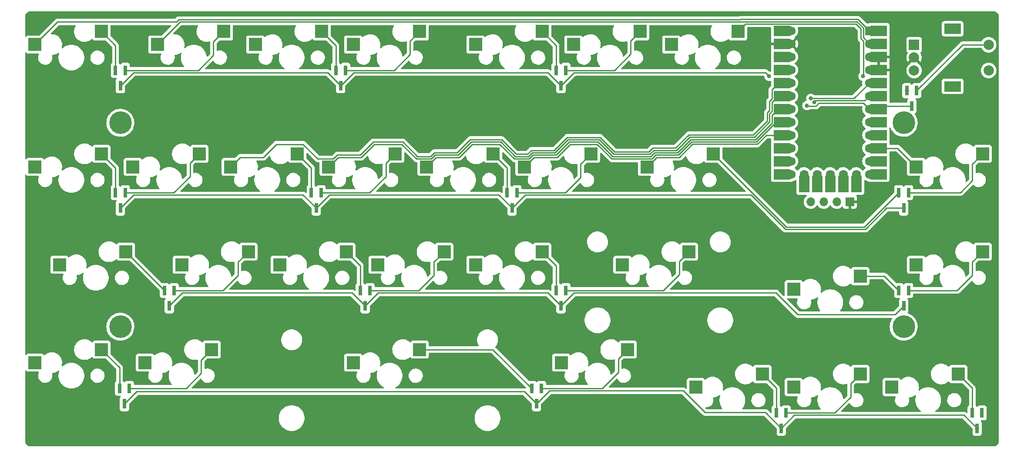
<source format=gbl>
G04 #@! TF.GenerationSoftware,KiCad,Pcbnew,(6.0.7)*
G04 #@! TF.CreationDate,2022-09-20T21:37:39+02:00*
G04 #@! TF.ProjectId,pcb,7063622e-6b69-4636-9164-5f7063625858,rev?*
G04 #@! TF.SameCoordinates,Original*
G04 #@! TF.FileFunction,Copper,L2,Bot*
G04 #@! TF.FilePolarity,Positive*
%FSLAX46Y46*%
G04 Gerber Fmt 4.6, Leading zero omitted, Abs format (unit mm)*
G04 Created by KiCad (PCBNEW (6.0.7)) date 2022-09-20 21:37:39*
%MOMM*%
%LPD*%
G01*
G04 APERTURE LIST*
G04 #@! TA.AperFunction,SMDPad,CuDef*
%ADD10R,2.550000X2.500000*%
G04 #@! TD*
G04 #@! TA.AperFunction,ComponentPad*
%ADD11C,4.400000*%
G04 #@! TD*
G04 #@! TA.AperFunction,ComponentPad*
%ADD12R,2.000000X2.000000*%
G04 #@! TD*
G04 #@! TA.AperFunction,ComponentPad*
%ADD13C,2.000000*%
G04 #@! TD*
G04 #@! TA.AperFunction,ComponentPad*
%ADD14R,3.200000X2.000000*%
G04 #@! TD*
G04 #@! TA.AperFunction,ComponentPad*
%ADD15R,1.700000X1.700000*%
G04 #@! TD*
G04 #@! TA.AperFunction,ComponentPad*
%ADD16O,1.700000X1.700000*%
G04 #@! TD*
G04 #@! TA.AperFunction,SMDPad,CuDef*
%ADD17R,0.800000X1.900000*%
G04 #@! TD*
G04 #@! TA.AperFunction,ComponentPad*
%ADD18R,1.752600X1.752600*%
G04 #@! TD*
G04 #@! TA.AperFunction,SMDPad,CuDef*
%ADD19R,3.250000X2.000000*%
G04 #@! TD*
G04 #@! TA.AperFunction,ComponentPad*
%ADD20C,1.752600*%
G04 #@! TD*
G04 #@! TA.AperFunction,SMDPad,CuDef*
%ADD21R,2.000000X3.250000*%
G04 #@! TD*
G04 #@! TA.AperFunction,ViaPad*
%ADD22C,0.800000*%
G04 #@! TD*
G04 #@! TA.AperFunction,Conductor*
%ADD23C,0.250000*%
G04 #@! TD*
G04 APERTURE END LIST*
D10*
X54827500Y-45085000D03*
X67754500Y-42545000D03*
D11*
X33337500Y-76200000D03*
D10*
X83402500Y-64135000D03*
X96329500Y-61595000D03*
X40540000Y-21272500D03*
X53467000Y-18732500D03*
X45302500Y-64135000D03*
X58229500Y-61595000D03*
D11*
X185737500Y-36512500D03*
D10*
X102452500Y-21272500D03*
X115379500Y-18732500D03*
D12*
X187768750Y-21312500D03*
D13*
X187768750Y-26312500D03*
X187768750Y-23812500D03*
D14*
X195268750Y-29412500D03*
X195268750Y-18212500D03*
D13*
X202268750Y-26312500D03*
X202268750Y-21312500D03*
D10*
X16727500Y-45085000D03*
X29654500Y-42545000D03*
X64352500Y-64135000D03*
X77279500Y-61595000D03*
X78640000Y-83185000D03*
X91567000Y-80645000D03*
X78640000Y-21272500D03*
X91567000Y-18732500D03*
X102452500Y-64135000D03*
X115379500Y-61595000D03*
X183415000Y-87947500D03*
X196342000Y-85407500D03*
X73877500Y-45085000D03*
X86804500Y-42545000D03*
D11*
X185737500Y-76200000D03*
D10*
X59590000Y-21272500D03*
X72517000Y-18732500D03*
X188177500Y-45085000D03*
X201104500Y-42545000D03*
X135790000Y-45085000D03*
X148717000Y-42545000D03*
X92927500Y-45085000D03*
X105854500Y-42545000D03*
X35777500Y-45085000D03*
X48704500Y-42545000D03*
X119121250Y-83185000D03*
X132048250Y-80645000D03*
X16727500Y-21272500D03*
X29654500Y-18732500D03*
X140552500Y-21272500D03*
X153479500Y-18732500D03*
X16727500Y-83185000D03*
X29654500Y-80645000D03*
X164365000Y-87947500D03*
X177292000Y-85407500D03*
X145315000Y-87947500D03*
X158242000Y-85407500D03*
X111977500Y-45085000D03*
X124904500Y-42545000D03*
X188177500Y-64135000D03*
X201104500Y-61595000D03*
X121502500Y-21272500D03*
X134429500Y-18732500D03*
X131027500Y-64135000D03*
X143954500Y-61595000D03*
X38158750Y-83185000D03*
X51085750Y-80645000D03*
D15*
X175260000Y-51885750D03*
D16*
X172720000Y-51885750D03*
X170180000Y-51885750D03*
X167640000Y-51885750D03*
D10*
X164365000Y-68897500D03*
X177292000Y-66357500D03*
X21490000Y-64135000D03*
X34417000Y-61595000D03*
D11*
X33337500Y-36512500D03*
D17*
X33181250Y-88193750D03*
X35081250Y-88193750D03*
X34131250Y-91193750D03*
X113350000Y-88193750D03*
X115250000Y-88193750D03*
X114300000Y-91193750D03*
D18*
X179070000Y-18573750D03*
D19*
X180848000Y-18573750D03*
D20*
X179070000Y-21113750D03*
D19*
X180848000Y-21113750D03*
D20*
X179070000Y-23653750D03*
D19*
X180848000Y-23653750D03*
X180848000Y-26193750D03*
D20*
X179070000Y-26193750D03*
X179070000Y-28733750D03*
D19*
X180848000Y-28733750D03*
X180848000Y-31273750D03*
D20*
X179070000Y-31273750D03*
D19*
X180848000Y-33813750D03*
D20*
X179070000Y-33813750D03*
X179070000Y-36353750D03*
D19*
X180848000Y-36353750D03*
D20*
X179070000Y-38893750D03*
D19*
X180848000Y-38893750D03*
X180848000Y-41433750D03*
D20*
X179070000Y-41433750D03*
X179070000Y-43973750D03*
D19*
X180848000Y-43973750D03*
D20*
X179070000Y-46513750D03*
D19*
X180848000Y-46513750D03*
D20*
X163830000Y-46513750D03*
D19*
X162052000Y-46513750D03*
D20*
X163830000Y-43973750D03*
D19*
X162052000Y-43973750D03*
X162052000Y-41433750D03*
D20*
X163830000Y-41433750D03*
D19*
X162052000Y-38893750D03*
D20*
X163830000Y-38893750D03*
X163830000Y-36353750D03*
D19*
X162052000Y-36353750D03*
X162052000Y-33813750D03*
D20*
X163830000Y-33813750D03*
D19*
X162052000Y-31273750D03*
D20*
X163830000Y-31273750D03*
D19*
X162052000Y-28733750D03*
D20*
X163830000Y-28733750D03*
D19*
X162052000Y-26193750D03*
D20*
X163830000Y-26193750D03*
D19*
X162052000Y-23653750D03*
D20*
X163830000Y-23653750D03*
X163830000Y-21113750D03*
D19*
X162052000Y-21113750D03*
X162052000Y-18573750D03*
D20*
X163830000Y-18573750D03*
D21*
X176530000Y-48418750D03*
D20*
X176530000Y-46513750D03*
D21*
X173990000Y-48418750D03*
D20*
X173990000Y-46513750D03*
X171450000Y-46513750D03*
D21*
X171450000Y-48418750D03*
D20*
X168910000Y-46513750D03*
D21*
X168910000Y-48418750D03*
X166370000Y-48418750D03*
D20*
X166370000Y-46513750D03*
D17*
X118112500Y-26281250D03*
X120012500Y-26281250D03*
X119062500Y-29281250D03*
X75250000Y-26281250D03*
X77150000Y-26281250D03*
X76200000Y-29281250D03*
X186375000Y-30250000D03*
X188275000Y-30250000D03*
X187325000Y-33250000D03*
X41912500Y-69143750D03*
X43812500Y-69143750D03*
X42862500Y-72143750D03*
X80012500Y-69143750D03*
X81912500Y-69143750D03*
X80962500Y-72143750D03*
X70487500Y-50093750D03*
X72387500Y-50093750D03*
X71437500Y-53093750D03*
X199075000Y-92956250D03*
X200975000Y-92956250D03*
X200025000Y-95956250D03*
X184787500Y-69143750D03*
X186687500Y-69143750D03*
X185737500Y-72143750D03*
X160975000Y-92956250D03*
X162875000Y-92956250D03*
X161925000Y-95956250D03*
X32387500Y-50093750D03*
X34287500Y-50093750D03*
X33337500Y-53093750D03*
X32387500Y-26281250D03*
X34287500Y-26281250D03*
X33337500Y-29281250D03*
X184787500Y-50093750D03*
X186687500Y-50093750D03*
X185737500Y-53093750D03*
X118112500Y-69143750D03*
X120012500Y-69143750D03*
X119062500Y-72143750D03*
X108587500Y-50093750D03*
X110487500Y-50093750D03*
X109537500Y-53093750D03*
D22*
X184400000Y-23800000D03*
X149200000Y-91600000D03*
X168200000Y-72600000D03*
X36000000Y-22000000D03*
X90000000Y-49000000D03*
X47000000Y-20000000D03*
X66000000Y-20000000D03*
X85000000Y-20000000D03*
X128000000Y-20000000D03*
X119000000Y-44000000D03*
X81000000Y-44000000D03*
X78000000Y-49000000D03*
X146000000Y-49000000D03*
X116000000Y-49000000D03*
X103000000Y-49000000D03*
X65000000Y-49000000D03*
X159543750Y-27432000D03*
X166915500Y-33147000D03*
X185737500Y-53093750D03*
X185737500Y-72143750D03*
X200025000Y-95956250D03*
X177831750Y-27432000D03*
X186375000Y-30250000D03*
X97694750Y-21590000D03*
X130714750Y-46990000D03*
X168364500Y-32530481D03*
X167671750Y-31750000D03*
X16668750Y-45085000D03*
X21494750Y-64135000D03*
X16668750Y-21336000D03*
X16668750Y-83185000D03*
X35718750Y-45085000D03*
X40417750Y-21336000D03*
X45243750Y-64135000D03*
X38131750Y-83185000D03*
X59594750Y-21336000D03*
X64293750Y-64135000D03*
X78644750Y-83312000D03*
X54768750Y-45085000D03*
X119030750Y-83185000D03*
X83343750Y-64135000D03*
X73818750Y-45085000D03*
X78644750Y-21336000D03*
X102393750Y-64135000D03*
X92868750Y-45085000D03*
X102393750Y-21209000D03*
X145319750Y-88011000D03*
X121443750Y-21209000D03*
X111918750Y-45085000D03*
X130968750Y-64135000D03*
X164369750Y-88011000D03*
X164369750Y-68961000D03*
X183419750Y-88011000D03*
X135794750Y-45085000D03*
X140493750Y-21209000D03*
X188118750Y-64135000D03*
X188118750Y-45085000D03*
D23*
X32387500Y-21465500D02*
X32387500Y-26281250D01*
X29654500Y-18732500D02*
X32387500Y-21465500D01*
X51455479Y-23331475D02*
X51455479Y-20744021D01*
X51455479Y-20744021D02*
X53467000Y-18732500D01*
X48505704Y-26281250D02*
X51455479Y-23331475D01*
X34287500Y-26281250D02*
X48505704Y-26281250D01*
X121612980Y-26730770D02*
X151069230Y-26730770D01*
X169270555Y-32649040D02*
X177905290Y-32649040D01*
X73649520Y-26730770D02*
X35887980Y-26730770D01*
X168664602Y-33254992D02*
X169047672Y-32871922D01*
X119062500Y-29281250D02*
X121612980Y-26730770D01*
X179633750Y-33250000D02*
X179070000Y-33813750D01*
X167023492Y-33254992D02*
X168664602Y-33254992D01*
X177905290Y-32649040D02*
X179070000Y-33813750D01*
X187325000Y-33250000D02*
X179633750Y-33250000D01*
X169047672Y-32871922D02*
X169270555Y-32649040D01*
X151069230Y-26730770D02*
X155921520Y-26730770D01*
X155921520Y-26730770D02*
X158842520Y-26730770D01*
X78750480Y-26730770D02*
X76200000Y-29281250D01*
X158842520Y-26730770D02*
X159543750Y-27432000D01*
X119062500Y-29281250D02*
X116512020Y-26730770D01*
X116512020Y-26730770D02*
X78750480Y-26730770D01*
X35887980Y-26730770D02*
X33337500Y-29281250D01*
X166915500Y-33147000D02*
X167023492Y-33254992D01*
X76200000Y-29281250D02*
X73649520Y-26730770D01*
X32387500Y-45278000D02*
X32387500Y-50093750D01*
X29654500Y-42545000D02*
X32387500Y-45278000D01*
X43743204Y-50093750D02*
X46894750Y-46942204D01*
X34287500Y-50093750D02*
X43743204Y-50093750D01*
X46894750Y-44354750D02*
X48704500Y-42545000D01*
X46894750Y-46942204D02*
X46894750Y-44354750D01*
X178298447Y-57218520D02*
X162754802Y-57218520D01*
X106987020Y-50543270D02*
X73987980Y-50543270D01*
X162754802Y-57218520D02*
X156079552Y-50543270D01*
X109537500Y-53093750D02*
X106987020Y-50543270D01*
X112087980Y-50543270D02*
X109537500Y-53093750D01*
X185737500Y-53093750D02*
X182423218Y-53093750D01*
X35887980Y-50543270D02*
X33337500Y-53093750D01*
X71437500Y-53093750D02*
X68887020Y-50543270D01*
X68887020Y-50543270D02*
X35887980Y-50543270D01*
X73987980Y-50543270D02*
X71437500Y-53093750D01*
X182423218Y-53093750D02*
X178298447Y-57218520D01*
X156079552Y-50543270D02*
X112087980Y-50543270D01*
X34417000Y-61648250D02*
X41912500Y-69143750D01*
X34417000Y-61595000D02*
X34417000Y-61648250D01*
X56217979Y-66193975D02*
X56217979Y-63606521D01*
X43812500Y-69143750D02*
X53268204Y-69143750D01*
X56217979Y-63606521D02*
X58229500Y-61595000D01*
X53268204Y-69143750D02*
X56217979Y-66193975D01*
X184062500Y-73818750D02*
X185737500Y-72143750D01*
X121612980Y-69593270D02*
X160874520Y-69593270D01*
X80962500Y-72143750D02*
X78412020Y-69593270D01*
X119062500Y-72143750D02*
X121612980Y-69593270D01*
X45412980Y-69593270D02*
X42862500Y-72143750D01*
X78412020Y-69593270D02*
X45412980Y-69593270D01*
X165100000Y-73818750D02*
X184062500Y-73818750D01*
X119062500Y-72143750D02*
X116512020Y-69593270D01*
X116512020Y-69593270D02*
X83512980Y-69593270D01*
X160874520Y-69593270D02*
X165100000Y-73818750D01*
X83512980Y-69593270D02*
X80962500Y-72143750D01*
X33181250Y-88193750D02*
X33181250Y-84171750D01*
X33181250Y-84171750D02*
X29654500Y-80645000D01*
X46124454Y-88193750D02*
X49045737Y-85272467D01*
X49045737Y-82685013D02*
X51085750Y-80645000D01*
X49045737Y-85272467D02*
X49045737Y-82685013D01*
X35081250Y-88193750D02*
X46124454Y-88193750D01*
X111918750Y-88812500D02*
X36512500Y-88812500D01*
X197474520Y-93405770D02*
X164475480Y-93405770D01*
X142836748Y-88643270D02*
X116850480Y-88643270D01*
X36512500Y-88812500D02*
X34131250Y-91193750D01*
X200025000Y-95956250D02*
X197474520Y-93405770D01*
X158837500Y-92868750D02*
X147062228Y-92868750D01*
X164475480Y-93405770D02*
X161925000Y-95956250D01*
X161925000Y-95956250D02*
X158837500Y-92868750D01*
X147062228Y-92868750D02*
X142836748Y-88643270D01*
X116850480Y-88643270D02*
X114300000Y-91193750D01*
X114300000Y-91193750D02*
X111918750Y-88812500D01*
X75250000Y-21465500D02*
X75250000Y-26281250D01*
X72517000Y-18732500D02*
X75250000Y-21465500D01*
X77150000Y-26281250D02*
X86605704Y-26281250D01*
X86605704Y-26281250D02*
X89693750Y-23193204D01*
X89693750Y-23193204D02*
X89693750Y-20605750D01*
X89693750Y-20605750D02*
X91567000Y-18732500D01*
X67754500Y-42545000D02*
X70487500Y-45278000D01*
X70487500Y-45278000D02*
X70487500Y-50093750D01*
X72387500Y-50093750D02*
X81843204Y-50093750D01*
X84994750Y-46942204D02*
X84994750Y-44354750D01*
X84994750Y-44354750D02*
X86804500Y-42545000D01*
X81843204Y-50093750D02*
X84994750Y-46942204D01*
X80012500Y-64328000D02*
X80012500Y-69143750D01*
X77279500Y-61595000D02*
X80012500Y-64328000D01*
X94317979Y-66193975D02*
X94317979Y-63606521D01*
X81912500Y-69143750D02*
X91368204Y-69143750D01*
X94317979Y-63606521D02*
X96329500Y-61595000D01*
X91368204Y-69143750D02*
X94317979Y-66193975D01*
X105801250Y-80645000D02*
X113350000Y-88193750D01*
X91567000Y-80645000D02*
X105801250Y-80645000D01*
X130206750Y-82486500D02*
X132048250Y-80645000D01*
X127086954Y-88193750D02*
X130206750Y-85073954D01*
X115250000Y-88193750D02*
X127086954Y-88193750D01*
X130206750Y-85073954D02*
X130206750Y-82486500D01*
X132611737Y-23137717D02*
X132611737Y-20550263D01*
X120012500Y-26281250D02*
X129468204Y-26281250D01*
X129468204Y-26281250D02*
X132611737Y-23137717D01*
X132611737Y-20550263D02*
X134429500Y-18732500D01*
X118112500Y-26281250D02*
X118112500Y-21465500D01*
X118112500Y-21465500D02*
X115379500Y-18732500D01*
X108587500Y-45278000D02*
X108587500Y-50093750D01*
X105854500Y-42545000D02*
X108587500Y-45278000D01*
X110487500Y-50093750D02*
X119943204Y-50093750D01*
X122892979Y-47143975D02*
X122892979Y-44556521D01*
X119943204Y-50093750D02*
X122892979Y-47143975D01*
X122892979Y-44556521D02*
X124904500Y-42545000D01*
X118112500Y-64328000D02*
X118112500Y-69143750D01*
X115379500Y-61595000D02*
X118112500Y-64328000D01*
X142081250Y-66055704D02*
X142081250Y-63468250D01*
X120012500Y-69143750D02*
X138993204Y-69143750D01*
X138993204Y-69143750D02*
X142081250Y-66055704D01*
X142081250Y-63468250D02*
X143954500Y-61595000D01*
X160975000Y-88140500D02*
X160975000Y-92956250D01*
X158242000Y-85407500D02*
X160975000Y-88140500D01*
X162875000Y-92956250D02*
X172330704Y-92956250D01*
X175418750Y-89868204D02*
X175418750Y-87280750D01*
X175418750Y-87280750D02*
X177292000Y-85407500D01*
X172330704Y-92956250D02*
X175418750Y-89868204D01*
X174171511Y-17249239D02*
X176474053Y-17249239D01*
X177227782Y-18002968D02*
X177419669Y-18194855D01*
X153479500Y-18732500D02*
X154962761Y-17249239D01*
X177419669Y-18194855D02*
X177419669Y-20099137D01*
X177869189Y-20548657D02*
X177869189Y-27394561D01*
X154962761Y-17249239D02*
X174171511Y-17249239D01*
X176474053Y-17249239D02*
X177227782Y-18002968D01*
X177419669Y-20099137D02*
X177869189Y-20548657D01*
X177869189Y-27394561D02*
X177831750Y-27432000D01*
X188275000Y-30250000D02*
X197212500Y-21312500D01*
X197212500Y-21312500D02*
X202268750Y-21312500D01*
X199092979Y-44556521D02*
X201104500Y-42545000D01*
X199092979Y-47763271D02*
X199092979Y-44556521D01*
X186687500Y-50093750D02*
X196762500Y-50093750D01*
X196762500Y-50093750D02*
X199092979Y-47763271D01*
X162941000Y-56769000D02*
X148717000Y-42545000D01*
X178112250Y-56769000D02*
X162941000Y-56769000D01*
X184787500Y-50093750D02*
X178112250Y-56769000D01*
X182001250Y-66357500D02*
X184787500Y-69143750D01*
X177292000Y-66357500D02*
X182001250Y-66357500D01*
X196143204Y-69143750D02*
X199092979Y-66193975D01*
X199092979Y-66193975D02*
X199092979Y-63606521D01*
X186687500Y-69143750D02*
X196143204Y-69143750D01*
X199092979Y-63606521D02*
X201104500Y-61595000D01*
X196342000Y-85407500D02*
X199075000Y-88140500D01*
X199075000Y-88140500D02*
X199075000Y-92956250D01*
X179070000Y-31273750D02*
X178144230Y-32199520D01*
X168364500Y-32454250D02*
X168364500Y-32530481D01*
X168619230Y-32199520D02*
X168364500Y-32454250D01*
X178144230Y-32199520D02*
X168619230Y-32199520D01*
X167671750Y-31750000D02*
X176053750Y-31750000D01*
X176053750Y-31750000D02*
X179070000Y-28733750D01*
X176846449Y-16350199D02*
X179070000Y-18573750D01*
X154045760Y-16350199D02*
X176846449Y-16350199D01*
X44710291Y-16408459D02*
X153987500Y-16408459D01*
X153987500Y-16408459D02*
X154045760Y-16350199D01*
X44260771Y-16857979D02*
X44710291Y-16408459D01*
X21142021Y-16857979D02*
X44260771Y-16857979D01*
X16727500Y-21272500D02*
X21142021Y-16857979D01*
X177869189Y-18008657D02*
X177869189Y-19912939D01*
X154776564Y-16799719D02*
X176660251Y-16799719D01*
X177869189Y-19912939D02*
X179070000Y-21113750D01*
X154718303Y-16857979D02*
X154776564Y-16799719D01*
X44954521Y-16857979D02*
X154718303Y-16857979D01*
X40540000Y-21272500D02*
X44954521Y-16857979D01*
X176660251Y-16799719D02*
X177869189Y-18008657D01*
X110366406Y-42611449D02*
X107526396Y-39771439D01*
X88290199Y-40220959D02*
X82539850Y-40220959D01*
X156512959Y-38841920D02*
X143924234Y-38841921D01*
X159203449Y-36151430D02*
X156512959Y-38841920D01*
X117727452Y-41861920D02*
X113293428Y-41861920D01*
X162052000Y-28733750D02*
X161427000Y-28733750D01*
X79999849Y-42760959D02*
X75565824Y-42760959D01*
X107526396Y-39771439D02*
X101403653Y-39771439D01*
X120267456Y-39321919D02*
X117727452Y-41861920D01*
X75565824Y-42760959D02*
X74816293Y-43510489D01*
X129510872Y-42161929D02*
X126670862Y-39321919D01*
X71736239Y-43510489D02*
X68896229Y-40670479D01*
X63676047Y-40670479D02*
X61136047Y-43210479D01*
X159203449Y-34553323D02*
X159203449Y-36151430D01*
X94429626Y-42311439D02*
X93680095Y-43060969D01*
X112543898Y-42611449D02*
X110366406Y-42611449D01*
X136170201Y-42161929D02*
X129510872Y-42161929D01*
X141353754Y-41412401D02*
X136919729Y-41412401D01*
X159652969Y-32303042D02*
X159652969Y-34103802D01*
X101403653Y-39771439D02*
X98863652Y-42311439D01*
X68896229Y-40670479D02*
X63676047Y-40670479D01*
X159652969Y-34103802D02*
X159203449Y-34553323D01*
X91130209Y-43060969D02*
X88290199Y-40220959D01*
X98863652Y-42311439D02*
X94429626Y-42311439D01*
X161427000Y-28733750D02*
X160102489Y-30058261D01*
X61136047Y-43210479D02*
X56702021Y-43210479D01*
X113293428Y-41861920D02*
X112543898Y-42611449D01*
X56702021Y-43210479D02*
X54827500Y-45085000D01*
X143924234Y-38841921D02*
X141353754Y-41412401D01*
X82539850Y-40220959D02*
X79999849Y-42760959D01*
X126670862Y-39321919D02*
X120267456Y-39321919D01*
X74816293Y-43510489D02*
X71736239Y-43510489D01*
X136919729Y-41412401D02*
X136170201Y-42161929D01*
X93680095Y-43060969D02*
X91130209Y-43060969D01*
X160102489Y-31853521D02*
X159652969Y-32303042D01*
X160102489Y-30058261D02*
X160102489Y-31853521D01*
X99049850Y-42760959D02*
X94615823Y-42760959D01*
X144110435Y-39291440D02*
X141539952Y-41861920D01*
X94615823Y-42760959D02*
X93866293Y-43510489D01*
X156699157Y-39291440D02*
X144110435Y-39291440D01*
X80186047Y-43210479D02*
X75752021Y-43210479D01*
X93866293Y-43510489D02*
X90944011Y-43510489D01*
X160102489Y-34290000D02*
X159652969Y-34739520D01*
X159652969Y-34739520D02*
X159652969Y-36337628D01*
X162052000Y-31273750D02*
X161317978Y-31273750D01*
X90944011Y-43510489D02*
X88104001Y-40670479D01*
X110180209Y-43060969D02*
X107340199Y-40220959D01*
X137105928Y-41861920D02*
X136356398Y-42611449D01*
X159652969Y-36337628D02*
X156699157Y-39291440D01*
X160102489Y-32489239D02*
X160102489Y-34290000D01*
X107340199Y-40220959D02*
X101589850Y-40220959D01*
X112730096Y-43060969D02*
X110180209Y-43060969D01*
X129324675Y-42611449D02*
X126484665Y-39771439D01*
X113479625Y-42311440D02*
X112730096Y-43060969D01*
X75752021Y-43210479D02*
X73877500Y-45085000D01*
X126484665Y-39771439D02*
X120453653Y-39771439D01*
X120453653Y-39771439D02*
X117913651Y-42311439D01*
X161317978Y-31273750D02*
X160102489Y-32489239D01*
X136356398Y-42611449D02*
X129324675Y-42611449D01*
X82726047Y-40670479D02*
X80186047Y-43210479D01*
X117913651Y-42311439D02*
X113479625Y-42311440D01*
X88104001Y-40670479D02*
X82726047Y-40670479D01*
X101589850Y-40220959D02*
X99049850Y-42760959D01*
X141539952Y-41861920D02*
X137105928Y-41861920D01*
X120639850Y-40220959D02*
X118099849Y-42760959D01*
X107154001Y-40670479D02*
X101776047Y-40670479D01*
X129138479Y-43060969D02*
X126298469Y-40220959D01*
X137292125Y-42311440D02*
X136542596Y-43060969D01*
X101776047Y-40670479D02*
X99236047Y-43210479D01*
X160102489Y-35029239D02*
X160102489Y-36523826D01*
X118099849Y-42760959D02*
X113665824Y-42760959D01*
X109994011Y-43510489D02*
X107154001Y-40670479D01*
X144296632Y-39740960D02*
X141726150Y-42311440D01*
X94802021Y-43210479D02*
X92927500Y-45085000D01*
X160102489Y-36523826D02*
X156885355Y-39740960D01*
X156885355Y-39740960D02*
X144296632Y-39740960D01*
X136542596Y-43060969D02*
X129138479Y-43060969D01*
X113665824Y-42760959D02*
X112916293Y-43510489D01*
X141726150Y-42311440D02*
X137292125Y-42311440D01*
X162052000Y-33813750D02*
X161317978Y-33813750D01*
X99236047Y-43210479D02*
X94802021Y-43210479D01*
X161317978Y-33813750D02*
X160102489Y-35029239D01*
X126298469Y-40220959D02*
X120639850Y-40220959D01*
X112916293Y-43510489D02*
X109994011Y-43510489D01*
X113852021Y-43210479D02*
X111977500Y-45085000D01*
X157071553Y-40190480D02*
X144482829Y-40190480D01*
X160908283Y-36353750D02*
X157071553Y-40190480D01*
X136728793Y-43510489D02*
X128952281Y-43510489D01*
X120826047Y-40670479D02*
X118286047Y-43210479D01*
X144482829Y-40190480D02*
X141912349Y-42760959D01*
X162052000Y-36353750D02*
X160908283Y-36353750D01*
X137478324Y-42760959D02*
X136728793Y-43510489D01*
X141912349Y-42760959D02*
X137478324Y-42760959D01*
X118286047Y-43210479D02*
X113852021Y-43210479D01*
X128952281Y-43510489D02*
X126112271Y-40670479D01*
X126112271Y-40670479D02*
X120826047Y-40670479D01*
X135790000Y-45085000D02*
X137664521Y-43210479D01*
X162052000Y-38893750D02*
X159004000Y-38893750D01*
X142098547Y-43210479D02*
X144669026Y-40640000D01*
X137664521Y-43210479D02*
X142098547Y-43210479D01*
X159004000Y-38893750D02*
X157257750Y-40640000D01*
X144669026Y-40640000D02*
X157257750Y-40640000D01*
X184526250Y-41433750D02*
X180848000Y-41433750D01*
X188177500Y-45085000D02*
X184526250Y-41433750D01*
G04 #@! TA.AperFunction,Conductor*
G36*
X203170018Y-14797500D02*
G01*
X203184851Y-14799810D01*
X203184855Y-14799810D01*
X203193724Y-14801191D01*
X203206397Y-14799534D01*
X203233707Y-14798949D01*
X203376385Y-14811431D01*
X203398013Y-14815245D01*
X203558393Y-14858219D01*
X203579029Y-14865730D01*
X203719278Y-14931129D01*
X203729513Y-14935902D01*
X203748533Y-14946884D01*
X203884539Y-15042116D01*
X203901364Y-15056234D01*
X204018766Y-15173636D01*
X204032884Y-15190461D01*
X204128116Y-15326467D01*
X204139098Y-15345487D01*
X204209269Y-15495968D01*
X204216781Y-15516607D01*
X204259755Y-15676987D01*
X204263569Y-15698615D01*
X204266242Y-15729172D01*
X204275447Y-15834392D01*
X204274894Y-15850871D01*
X204275300Y-15850876D01*
X204275190Y-15859853D01*
X204273809Y-15868724D01*
X204274973Y-15877626D01*
X204274973Y-15877628D01*
X204276271Y-15887552D01*
X204277449Y-15896556D01*
X204277936Y-15900283D01*
X204279000Y-15916621D01*
X204279000Y-98375633D01*
X204277500Y-98395018D01*
X204275190Y-98409851D01*
X204275190Y-98409855D01*
X204273809Y-98418724D01*
X204275466Y-98431397D01*
X204276051Y-98458711D01*
X204263569Y-98601383D01*
X204259755Y-98623013D01*
X204216781Y-98783393D01*
X204209269Y-98804032D01*
X204139098Y-98954513D01*
X204128116Y-98973533D01*
X204032884Y-99109539D01*
X204018766Y-99126364D01*
X203901364Y-99243766D01*
X203884539Y-99257884D01*
X203748533Y-99353116D01*
X203729513Y-99364098D01*
X203579029Y-99434270D01*
X203558393Y-99441781D01*
X203398013Y-99484755D01*
X203376385Y-99488569D01*
X203330433Y-99492589D01*
X203240608Y-99500447D01*
X203224129Y-99499894D01*
X203224124Y-99500300D01*
X203215147Y-99500190D01*
X203206276Y-99498809D01*
X203197374Y-99499973D01*
X203197372Y-99499973D01*
X203183548Y-99501781D01*
X203174714Y-99502936D01*
X203158379Y-99504000D01*
X15924367Y-99504000D01*
X15904982Y-99502500D01*
X15890149Y-99500190D01*
X15890145Y-99500190D01*
X15881276Y-99498809D01*
X15868603Y-99500466D01*
X15841293Y-99501051D01*
X15698615Y-99488569D01*
X15676987Y-99484755D01*
X15516607Y-99441781D01*
X15495971Y-99434270D01*
X15345487Y-99364098D01*
X15326467Y-99353116D01*
X15190461Y-99257884D01*
X15173636Y-99243766D01*
X15056234Y-99126364D01*
X15042116Y-99109539D01*
X14946884Y-98973533D01*
X14935902Y-98954513D01*
X14865731Y-98804032D01*
X14858219Y-98783393D01*
X14815245Y-98623013D01*
X14811431Y-98601383D01*
X14799849Y-98468994D01*
X14799874Y-98446760D01*
X14800270Y-98442342D01*
X14801076Y-98437552D01*
X14801229Y-98425000D01*
X14797273Y-98397376D01*
X14796000Y-98379514D01*
X14796000Y-94137438D01*
X64172600Y-94137438D01*
X64212064Y-94449830D01*
X64290370Y-94754813D01*
X64291823Y-94758482D01*
X64291823Y-94758483D01*
X64314396Y-94815496D01*
X64406284Y-95047577D01*
X64557976Y-95323504D01*
X64743055Y-95578244D01*
X64958602Y-95807778D01*
X65201218Y-96008487D01*
X65467076Y-96177206D01*
X65470655Y-96178890D01*
X65470662Y-96178894D01*
X65748394Y-96309584D01*
X65748398Y-96309586D01*
X65751984Y-96311273D01*
X66051448Y-96408575D01*
X66360746Y-96467577D01*
X66454300Y-96473463D01*
X66594358Y-96482275D01*
X66594374Y-96482276D01*
X66596353Y-96482400D01*
X66753647Y-96482400D01*
X66755626Y-96482276D01*
X66755642Y-96482275D01*
X66895700Y-96473463D01*
X66989254Y-96467577D01*
X67298552Y-96408575D01*
X67598016Y-96311273D01*
X67601602Y-96309586D01*
X67601606Y-96309584D01*
X67879338Y-96178894D01*
X67879345Y-96178890D01*
X67882924Y-96177206D01*
X68148782Y-96008487D01*
X68391398Y-95807778D01*
X68606945Y-95578244D01*
X68792024Y-95323504D01*
X68943716Y-95047577D01*
X69035604Y-94815496D01*
X69058177Y-94758483D01*
X69058177Y-94758482D01*
X69059630Y-94754813D01*
X69137936Y-94449830D01*
X69177400Y-94137438D01*
X102272600Y-94137438D01*
X102312064Y-94449830D01*
X102390370Y-94754813D01*
X102391823Y-94758482D01*
X102391823Y-94758483D01*
X102414396Y-94815496D01*
X102506284Y-95047577D01*
X102657976Y-95323504D01*
X102843055Y-95578244D01*
X103058602Y-95807778D01*
X103301218Y-96008487D01*
X103567076Y-96177206D01*
X103570655Y-96178890D01*
X103570662Y-96178894D01*
X103848394Y-96309584D01*
X103848398Y-96309586D01*
X103851984Y-96311273D01*
X104151448Y-96408575D01*
X104460746Y-96467577D01*
X104554300Y-96473463D01*
X104694358Y-96482275D01*
X104694374Y-96482276D01*
X104696353Y-96482400D01*
X104853647Y-96482400D01*
X104855626Y-96482276D01*
X104855642Y-96482275D01*
X104995700Y-96473463D01*
X105089254Y-96467577D01*
X105398552Y-96408575D01*
X105698016Y-96311273D01*
X105701602Y-96309586D01*
X105701606Y-96309584D01*
X105979338Y-96178894D01*
X105979345Y-96178890D01*
X105982924Y-96177206D01*
X106248782Y-96008487D01*
X106491398Y-95807778D01*
X106706945Y-95578244D01*
X106892024Y-95323504D01*
X107043716Y-95047577D01*
X107135604Y-94815496D01*
X107158177Y-94758483D01*
X107158177Y-94758482D01*
X107159630Y-94754813D01*
X107237936Y-94449830D01*
X107277400Y-94137438D01*
X107277400Y-93822562D01*
X107237936Y-93510170D01*
X107159630Y-93205187D01*
X107043716Y-92912423D01*
X107033924Y-92894611D01*
X106893933Y-92639968D01*
X106893931Y-92639965D01*
X106892024Y-92636496D01*
X106713265Y-92390455D01*
X106709273Y-92384960D01*
X106709272Y-92384958D01*
X106706945Y-92381756D01*
X106491398Y-92152222D01*
X106248782Y-91951513D01*
X105982924Y-91782794D01*
X105979345Y-91781110D01*
X105979338Y-91781106D01*
X105701606Y-91650416D01*
X105701602Y-91650414D01*
X105698016Y-91648727D01*
X105680357Y-91642989D01*
X105463697Y-91572592D01*
X105398552Y-91551425D01*
X105089254Y-91492423D01*
X104992249Y-91486320D01*
X104855642Y-91477725D01*
X104855626Y-91477724D01*
X104853647Y-91477600D01*
X104696353Y-91477600D01*
X104694374Y-91477724D01*
X104694358Y-91477725D01*
X104557751Y-91486320D01*
X104460746Y-91492423D01*
X104151448Y-91551425D01*
X104086303Y-91572592D01*
X103869644Y-91642989D01*
X103851984Y-91648727D01*
X103848398Y-91650414D01*
X103848394Y-91650416D01*
X103570662Y-91781106D01*
X103570655Y-91781110D01*
X103567076Y-91782794D01*
X103301218Y-91951513D01*
X103058602Y-92152222D01*
X102843055Y-92381756D01*
X102840728Y-92384958D01*
X102840727Y-92384960D01*
X102836735Y-92390455D01*
X102657976Y-92636496D01*
X102656069Y-92639965D01*
X102656067Y-92639968D01*
X102516076Y-92894611D01*
X102506284Y-92912423D01*
X102390370Y-93205187D01*
X102312064Y-93510170D01*
X102272600Y-93822562D01*
X102272600Y-94137438D01*
X69177400Y-94137438D01*
X69177400Y-93822562D01*
X69137936Y-93510170D01*
X69059630Y-93205187D01*
X68943716Y-92912423D01*
X68933924Y-92894611D01*
X68793933Y-92639968D01*
X68793931Y-92639965D01*
X68792024Y-92636496D01*
X68613265Y-92390455D01*
X68609273Y-92384960D01*
X68609272Y-92384958D01*
X68606945Y-92381756D01*
X68391398Y-92152222D01*
X68148782Y-91951513D01*
X67882924Y-91782794D01*
X67879345Y-91781110D01*
X67879338Y-91781106D01*
X67601606Y-91650416D01*
X67601602Y-91650414D01*
X67598016Y-91648727D01*
X67580357Y-91642989D01*
X67363697Y-91572592D01*
X67298552Y-91551425D01*
X66989254Y-91492423D01*
X66892249Y-91486320D01*
X66755642Y-91477725D01*
X66755626Y-91477724D01*
X66753647Y-91477600D01*
X66596353Y-91477600D01*
X66594374Y-91477724D01*
X66594358Y-91477725D01*
X66457751Y-91486320D01*
X66360746Y-91492423D01*
X66051448Y-91551425D01*
X65986303Y-91572592D01*
X65769644Y-91642989D01*
X65751984Y-91648727D01*
X65748398Y-91650414D01*
X65748394Y-91650416D01*
X65470662Y-91781106D01*
X65470655Y-91781110D01*
X65467076Y-91782794D01*
X65201218Y-91951513D01*
X64958602Y-92152222D01*
X64743055Y-92381756D01*
X64740728Y-92384958D01*
X64740727Y-92384960D01*
X64736735Y-92390455D01*
X64557976Y-92636496D01*
X64556069Y-92639965D01*
X64556067Y-92639968D01*
X64416076Y-92894611D01*
X64406284Y-92912423D01*
X64290370Y-93205187D01*
X64212064Y-93510170D01*
X64172600Y-93822562D01*
X64172600Y-94137438D01*
X14796000Y-94137438D01*
X14796000Y-84785211D01*
X14816002Y-84717090D01*
X14869658Y-84670597D01*
X14939932Y-84660493D01*
X15004512Y-84689987D01*
X15022824Y-84709644D01*
X15089239Y-84798261D01*
X15205795Y-84885615D01*
X15342184Y-84936745D01*
X15404366Y-84943500D01*
X17372340Y-84943500D01*
X17440461Y-84963502D01*
X17486954Y-85017158D01*
X17497058Y-85087432D01*
X17484657Y-85126605D01*
X17446013Y-85202612D01*
X17376389Y-85426840D01*
X17375688Y-85432129D01*
X17350484Y-85622288D01*
X17345539Y-85659593D01*
X17354348Y-85894216D01*
X17355443Y-85899434D01*
X17380294Y-86017871D01*
X17402562Y-86124001D01*
X17488802Y-86342377D01*
X17491571Y-86346940D01*
X17581416Y-86494999D01*
X17610604Y-86543100D01*
X17764485Y-86720432D01*
X17768617Y-86723820D01*
X17941916Y-86865917D01*
X17941922Y-86865921D01*
X17946044Y-86869301D01*
X17950680Y-86871940D01*
X17950683Y-86871942D01*
X18019985Y-86911391D01*
X18150090Y-86985451D01*
X18370789Y-87065561D01*
X18376038Y-87066510D01*
X18376041Y-87066511D01*
X18457115Y-87081171D01*
X18601830Y-87107340D01*
X18605969Y-87107535D01*
X18605976Y-87107536D01*
X18624940Y-87108430D01*
X18624949Y-87108430D01*
X18626429Y-87108500D01*
X18791450Y-87108500D01*
X18872799Y-87101597D01*
X18961137Y-87094102D01*
X18961141Y-87094101D01*
X18966448Y-87093651D01*
X18971603Y-87092313D01*
X18971609Y-87092312D01*
X19182263Y-87037637D01*
X19193706Y-87034667D01*
X19198572Y-87032475D01*
X19198575Y-87032474D01*
X19402917Y-86940424D01*
X19402920Y-86940423D01*
X19407778Y-86938234D01*
X19602541Y-86807112D01*
X19772427Y-86645049D01*
X19912578Y-86456679D01*
X19919224Y-86443609D01*
X20016569Y-86252144D01*
X20016569Y-86252143D01*
X20018987Y-86247388D01*
X20088611Y-86023160D01*
X20106226Y-85890264D01*
X20118761Y-85795690D01*
X20118761Y-85795687D01*
X20119461Y-85790407D01*
X20110652Y-85555784D01*
X20092342Y-85468519D01*
X20064873Y-85337602D01*
X20070460Y-85266826D01*
X20113425Y-85210305D01*
X20179398Y-85186035D01*
X20212855Y-85183696D01*
X20278328Y-85179118D01*
X20278334Y-85179117D01*
X20282712Y-85178811D01*
X20557470Y-85120409D01*
X20561599Y-85118906D01*
X20561603Y-85118905D01*
X20817281Y-85025846D01*
X20817285Y-85025844D01*
X20821426Y-85024337D01*
X21069442Y-84892464D01*
X21130016Y-84848455D01*
X21253827Y-84758501D01*
X21320695Y-84734642D01*
X21389847Y-84750723D01*
X21439327Y-84801637D01*
X21453426Y-84871220D01*
X21445040Y-84906820D01*
X21427870Y-84950187D01*
X21349564Y-85255170D01*
X21310100Y-85567562D01*
X21310100Y-85882438D01*
X21349564Y-86194830D01*
X21427870Y-86499813D01*
X21543784Y-86792577D01*
X21545686Y-86796036D01*
X21545687Y-86796039D01*
X21678507Y-87037637D01*
X21695476Y-87068504D01*
X21724255Y-87108115D01*
X21864172Y-87300694D01*
X21880555Y-87323244D01*
X22096102Y-87552778D01*
X22338718Y-87753487D01*
X22604576Y-87922206D01*
X22608155Y-87923890D01*
X22608162Y-87923894D01*
X22885894Y-88054584D01*
X22885898Y-88054586D01*
X22889484Y-88056273D01*
X22893256Y-88057499D01*
X22893257Y-88057499D01*
X22950493Y-88076096D01*
X23188948Y-88153575D01*
X23498246Y-88212577D01*
X23591800Y-88218463D01*
X23731858Y-88227275D01*
X23731874Y-88227276D01*
X23733853Y-88227400D01*
X23891147Y-88227400D01*
X23893126Y-88227276D01*
X23893142Y-88227275D01*
X24033200Y-88218463D01*
X24126754Y-88212577D01*
X24436052Y-88153575D01*
X24674507Y-88076096D01*
X24731743Y-88057499D01*
X24731744Y-88057499D01*
X24735516Y-88056273D01*
X24739102Y-88054586D01*
X24739106Y-88054584D01*
X25016838Y-87923894D01*
X25016845Y-87923890D01*
X25020424Y-87922206D01*
X25286282Y-87753487D01*
X25528898Y-87552778D01*
X25744445Y-87323244D01*
X25760829Y-87300694D01*
X25900745Y-87108115D01*
X25929524Y-87068504D01*
X25946494Y-87037637D01*
X26079313Y-86796039D01*
X26079314Y-86796036D01*
X26081216Y-86792577D01*
X26197130Y-86499813D01*
X26275436Y-86194830D01*
X26314900Y-85882438D01*
X26314900Y-85659593D01*
X27505539Y-85659593D01*
X27514348Y-85894216D01*
X27515443Y-85899434D01*
X27540294Y-86017871D01*
X27562562Y-86124001D01*
X27648802Y-86342377D01*
X27651571Y-86346940D01*
X27741416Y-86494999D01*
X27770604Y-86543100D01*
X27924485Y-86720432D01*
X27928617Y-86723820D01*
X28101916Y-86865917D01*
X28101922Y-86865921D01*
X28106044Y-86869301D01*
X28110680Y-86871940D01*
X28110683Y-86871942D01*
X28179985Y-86911391D01*
X28310090Y-86985451D01*
X28530789Y-87065561D01*
X28536038Y-87066510D01*
X28536041Y-87066511D01*
X28617115Y-87081171D01*
X28761830Y-87107340D01*
X28765969Y-87107535D01*
X28765976Y-87107536D01*
X28784940Y-87108430D01*
X28784949Y-87108430D01*
X28786429Y-87108500D01*
X28951450Y-87108500D01*
X29032799Y-87101597D01*
X29121137Y-87094102D01*
X29121141Y-87094101D01*
X29126448Y-87093651D01*
X29131603Y-87092313D01*
X29131609Y-87092312D01*
X29342263Y-87037637D01*
X29353706Y-87034667D01*
X29358572Y-87032475D01*
X29358575Y-87032474D01*
X29562917Y-86940424D01*
X29562920Y-86940423D01*
X29567778Y-86938234D01*
X29762541Y-86807112D01*
X29932427Y-86645049D01*
X30072578Y-86456679D01*
X30079224Y-86443609D01*
X30176569Y-86252144D01*
X30176569Y-86252143D01*
X30178987Y-86247388D01*
X30248611Y-86023160D01*
X30266226Y-85890264D01*
X30278761Y-85795690D01*
X30278761Y-85795687D01*
X30279461Y-85790407D01*
X30270652Y-85555784D01*
X30252342Y-85468519D01*
X30223535Y-85331226D01*
X30223534Y-85331223D01*
X30222438Y-85325999D01*
X30136198Y-85107623D01*
X30038436Y-84946517D01*
X30017164Y-84911461D01*
X30017162Y-84911458D01*
X30014396Y-84906900D01*
X29860515Y-84729568D01*
X29836218Y-84709646D01*
X29683084Y-84584083D01*
X29683078Y-84584079D01*
X29678956Y-84580699D01*
X29674320Y-84578060D01*
X29674317Y-84578058D01*
X29479553Y-84467192D01*
X29474910Y-84464549D01*
X29254211Y-84384439D01*
X29248962Y-84383490D01*
X29248959Y-84383489D01*
X29164524Y-84368221D01*
X29023170Y-84342660D01*
X29019031Y-84342465D01*
X29019024Y-84342464D01*
X29000060Y-84341570D01*
X29000051Y-84341570D01*
X28998571Y-84341500D01*
X28833550Y-84341500D01*
X28752201Y-84348403D01*
X28663863Y-84355898D01*
X28663859Y-84355899D01*
X28658552Y-84356349D01*
X28653397Y-84357687D01*
X28653391Y-84357688D01*
X28475677Y-84403814D01*
X28431294Y-84415333D01*
X28426428Y-84417525D01*
X28426425Y-84417526D01*
X28222083Y-84509576D01*
X28222080Y-84509577D01*
X28217222Y-84511766D01*
X28212798Y-84514745D01*
X28212797Y-84514745D01*
X28191681Y-84528961D01*
X28022459Y-84642888D01*
X28018602Y-84646567D01*
X28018600Y-84646569D01*
X27948345Y-84713590D01*
X27852573Y-84804951D01*
X27712422Y-84993321D01*
X27710006Y-84998072D01*
X27710004Y-84998076D01*
X27648572Y-85118905D01*
X27606013Y-85202612D01*
X27536389Y-85426840D01*
X27535688Y-85432129D01*
X27510484Y-85622288D01*
X27505539Y-85659593D01*
X26314900Y-85659593D01*
X26314900Y-85567562D01*
X26275436Y-85255170D01*
X26197130Y-84950187D01*
X26081216Y-84657423D01*
X26075249Y-84646569D01*
X25931433Y-84384968D01*
X25931431Y-84384965D01*
X25929524Y-84381496D01*
X25769891Y-84161779D01*
X25746773Y-84129960D01*
X25746772Y-84129958D01*
X25744445Y-84126756D01*
X25528898Y-83897222D01*
X25286282Y-83696513D01*
X25020424Y-83527794D01*
X25016845Y-83526110D01*
X25016838Y-83526106D01*
X24739106Y-83395416D01*
X24739102Y-83395414D01*
X24735516Y-83393727D01*
X24436052Y-83296425D01*
X24126754Y-83237423D01*
X24033200Y-83231537D01*
X23893142Y-83222725D01*
X23893126Y-83222724D01*
X23891147Y-83222600D01*
X23733853Y-83222600D01*
X23731874Y-83222724D01*
X23731858Y-83222725D01*
X23591800Y-83231537D01*
X23498246Y-83237423D01*
X23188948Y-83296425D01*
X22889484Y-83393727D01*
X22885898Y-83395414D01*
X22885894Y-83395416D01*
X22608162Y-83526106D01*
X22608155Y-83526110D01*
X22604576Y-83527794D01*
X22338718Y-83696513D01*
X22211908Y-83801419D01*
X22137913Y-83862633D01*
X22072676Y-83890643D01*
X22002651Y-83878936D01*
X21950071Y-83831229D01*
X21931631Y-83762669D01*
X21935341Y-83735066D01*
X21935447Y-83734643D01*
X21956800Y-83649000D01*
X21984253Y-83538893D01*
X21984254Y-83538888D01*
X21985317Y-83534624D01*
X21986213Y-83526106D01*
X22014219Y-83259636D01*
X22014219Y-83259633D01*
X22014678Y-83255267D01*
X22014055Y-83237423D01*
X22005029Y-82978939D01*
X22005028Y-82978933D01*
X22004875Y-82974542D01*
X22000093Y-82947417D01*
X21956860Y-82702236D01*
X21956098Y-82697913D01*
X21869297Y-82430765D01*
X21866250Y-82424516D01*
X21812187Y-82313672D01*
X21746160Y-82178298D01*
X21743705Y-82174659D01*
X21743702Y-82174653D01*
X21634473Y-82012715D01*
X21589085Y-81945424D01*
X21583947Y-81939717D01*
X21404066Y-81739940D01*
X21401129Y-81736678D01*
X21185950Y-81556121D01*
X20947736Y-81407269D01*
X20741407Y-81315405D01*
X20695139Y-81294805D01*
X20695137Y-81294804D01*
X20691125Y-81293018D01*
X20421110Y-81215593D01*
X20416760Y-81214982D01*
X20416757Y-81214981D01*
X20313810Y-81200513D01*
X20142948Y-81176500D01*
X19932354Y-81176500D01*
X19930168Y-81176653D01*
X19930164Y-81176653D01*
X19726673Y-81190882D01*
X19726668Y-81190883D01*
X19722288Y-81191189D01*
X19447530Y-81249591D01*
X19443401Y-81251094D01*
X19443397Y-81251095D01*
X19187719Y-81344154D01*
X19187715Y-81344156D01*
X19183574Y-81345663D01*
X18935558Y-81477536D01*
X18931999Y-81480122D01*
X18931997Y-81480123D01*
X18796016Y-81578919D01*
X18708308Y-81642642D01*
X18705144Y-81645698D01*
X18705141Y-81645700D01*
X18642837Y-81705867D01*
X18579941Y-81738799D01*
X18509224Y-81732499D01*
X18453460Y-81689215D01*
X18453115Y-81688295D01*
X18365761Y-81571739D01*
X18249205Y-81484385D01*
X18112816Y-81433255D01*
X18050634Y-81426500D01*
X15404366Y-81426500D01*
X15342184Y-81433255D01*
X15205795Y-81484385D01*
X15089239Y-81571739D01*
X15026579Y-81655347D01*
X15022826Y-81660354D01*
X14965967Y-81702869D01*
X14895149Y-81707895D01*
X14832855Y-81673835D01*
X14798865Y-81611504D01*
X14796000Y-81584789D01*
X14796000Y-80574733D01*
X24340322Y-80574733D01*
X24340475Y-80579121D01*
X24340475Y-80579127D01*
X24347223Y-80772347D01*
X24350125Y-80855458D01*
X24398902Y-81132087D01*
X24485703Y-81399235D01*
X24487631Y-81403188D01*
X24487633Y-81403193D01*
X24538355Y-81507188D01*
X24608840Y-81651702D01*
X24611295Y-81655341D01*
X24611298Y-81655347D01*
X24663338Y-81732499D01*
X24765915Y-81884576D01*
X24768860Y-81887847D01*
X24768861Y-81887848D01*
X24815564Y-81939717D01*
X24953871Y-82093322D01*
X24957233Y-82096143D01*
X24957234Y-82096144D01*
X24990404Y-82123977D01*
X25169050Y-82273879D01*
X25407264Y-82422731D01*
X25663875Y-82536982D01*
X25668103Y-82538194D01*
X25668102Y-82538194D01*
X25892519Y-82602544D01*
X25933890Y-82614407D01*
X25938240Y-82615018D01*
X25938243Y-82615019D01*
X26041190Y-82629487D01*
X26212052Y-82653500D01*
X26422646Y-82653500D01*
X26424832Y-82653347D01*
X26424836Y-82653347D01*
X26628327Y-82639118D01*
X26628332Y-82639117D01*
X26632712Y-82638811D01*
X26907470Y-82580409D01*
X26911599Y-82578906D01*
X26911603Y-82578905D01*
X27167281Y-82485846D01*
X27167285Y-82485844D01*
X27171426Y-82484337D01*
X27419442Y-82352464D01*
X27524396Y-82276211D01*
X27643129Y-82189947D01*
X27643132Y-82189944D01*
X27646692Y-82187358D01*
X27651982Y-82182250D01*
X27729825Y-82107077D01*
X27792721Y-82074145D01*
X27863438Y-82080445D01*
X27919522Y-82123977D01*
X27926213Y-82134577D01*
X27928885Y-82141705D01*
X28016239Y-82258261D01*
X28132795Y-82345615D01*
X28269184Y-82396745D01*
X28331366Y-82403500D01*
X30464906Y-82403500D01*
X30533027Y-82423502D01*
X30554001Y-82440405D01*
X32510845Y-84397249D01*
X32544871Y-84459561D01*
X32547750Y-84486344D01*
X32547750Y-86720211D01*
X32527748Y-86788332D01*
X32497315Y-86821037D01*
X32437432Y-86865917D01*
X32417989Y-86880489D01*
X32330635Y-86997045D01*
X32279505Y-87133434D01*
X32272750Y-87195616D01*
X32272750Y-89191884D01*
X32279505Y-89254066D01*
X32330635Y-89390455D01*
X32417989Y-89507011D01*
X32534545Y-89594365D01*
X32670934Y-89645495D01*
X32733116Y-89652250D01*
X33294309Y-89652250D01*
X33362430Y-89672252D01*
X33408923Y-89725908D01*
X33419027Y-89796182D01*
X33389533Y-89860762D01*
X33381245Y-89868484D01*
X33381519Y-89868758D01*
X33375169Y-89875108D01*
X33367989Y-89880489D01*
X33280635Y-89997045D01*
X33229505Y-90133434D01*
X33222750Y-90195616D01*
X33222750Y-92191884D01*
X33229505Y-92254066D01*
X33280635Y-92390455D01*
X33367989Y-92507011D01*
X33484545Y-92594365D01*
X33620934Y-92645495D01*
X33683116Y-92652250D01*
X34579384Y-92652250D01*
X34641566Y-92645495D01*
X34777955Y-92594365D01*
X34894511Y-92507011D01*
X34981865Y-92390455D01*
X35032995Y-92254066D01*
X35039750Y-92191884D01*
X35039750Y-91233344D01*
X35059752Y-91165223D01*
X35076655Y-91144249D01*
X36738000Y-89482905D01*
X36800312Y-89448879D01*
X36827095Y-89446000D01*
X111604156Y-89446000D01*
X111672277Y-89466002D01*
X111693251Y-89482905D01*
X113354595Y-91144250D01*
X113388621Y-91206562D01*
X113391500Y-91233344D01*
X113391500Y-92191884D01*
X113398255Y-92254066D01*
X113449385Y-92390455D01*
X113536739Y-92507011D01*
X113653295Y-92594365D01*
X113789684Y-92645495D01*
X113851866Y-92652250D01*
X114748134Y-92652250D01*
X114810316Y-92645495D01*
X114946705Y-92594365D01*
X115063261Y-92507011D01*
X115150615Y-92390455D01*
X115201745Y-92254066D01*
X115208500Y-92191884D01*
X115208500Y-91233344D01*
X115228502Y-91165223D01*
X115245405Y-91144249D01*
X117075979Y-89313675D01*
X117138291Y-89279649D01*
X117165074Y-89276770D01*
X142522154Y-89276770D01*
X142590275Y-89296772D01*
X142611249Y-89313675D01*
X146558576Y-93261003D01*
X146566116Y-93269289D01*
X146570228Y-93275768D01*
X146576005Y-93281193D01*
X146619879Y-93322393D01*
X146622721Y-93325148D01*
X146642458Y-93344885D01*
X146645655Y-93347365D01*
X146654675Y-93355068D01*
X146686907Y-93385336D01*
X146693853Y-93389155D01*
X146693856Y-93389157D01*
X146704662Y-93395098D01*
X146721181Y-93405949D01*
X146737187Y-93418364D01*
X146744456Y-93421509D01*
X146744460Y-93421512D01*
X146777765Y-93435924D01*
X146788415Y-93441141D01*
X146827168Y-93462445D01*
X146834843Y-93464416D01*
X146834844Y-93464416D01*
X146846790Y-93467483D01*
X146865495Y-93473887D01*
X146884083Y-93481931D01*
X146891906Y-93483170D01*
X146891916Y-93483173D01*
X146927752Y-93488849D01*
X146939372Y-93491255D01*
X146974517Y-93500278D01*
X146982198Y-93502250D01*
X147002452Y-93502250D01*
X147022162Y-93503801D01*
X147042171Y-93506970D01*
X147050063Y-93506224D01*
X147086189Y-93502809D01*
X147098047Y-93502250D01*
X158522906Y-93502250D01*
X158591027Y-93522252D01*
X158612001Y-93539155D01*
X160979595Y-95906749D01*
X161013621Y-95969061D01*
X161016500Y-95995844D01*
X161016500Y-96954384D01*
X161023255Y-97016566D01*
X161074385Y-97152955D01*
X161161739Y-97269511D01*
X161278295Y-97356865D01*
X161414684Y-97407995D01*
X161476866Y-97414750D01*
X162373134Y-97414750D01*
X162435316Y-97407995D01*
X162571705Y-97356865D01*
X162688261Y-97269511D01*
X162775615Y-97152955D01*
X162826745Y-97016566D01*
X162833500Y-96954384D01*
X162833500Y-95995844D01*
X162853502Y-95927723D01*
X162870405Y-95906749D01*
X164700979Y-94076175D01*
X164763291Y-94042149D01*
X164790074Y-94039270D01*
X197159926Y-94039270D01*
X197228047Y-94059272D01*
X197249021Y-94076175D01*
X199077878Y-95905032D01*
X199111904Y-95967344D01*
X199114093Y-95980959D01*
X199115810Y-95997298D01*
X199116500Y-96010466D01*
X199116500Y-96954384D01*
X199123255Y-97016566D01*
X199174385Y-97152955D01*
X199261739Y-97269511D01*
X199378295Y-97356865D01*
X199514684Y-97407995D01*
X199576866Y-97414750D01*
X200473134Y-97414750D01*
X200535316Y-97407995D01*
X200671705Y-97356865D01*
X200788261Y-97269511D01*
X200875615Y-97152955D01*
X200926745Y-97016566D01*
X200933500Y-96954384D01*
X200933500Y-96010466D01*
X200934190Y-95997295D01*
X200937814Y-95962815D01*
X200938504Y-95956250D01*
X200934190Y-95915205D01*
X200933500Y-95902034D01*
X200933500Y-94958116D01*
X200926745Y-94895934D01*
X200875615Y-94759545D01*
X200788261Y-94642989D01*
X200781081Y-94637608D01*
X200774731Y-94631258D01*
X200776978Y-94629011D01*
X200743857Y-94584706D01*
X200738838Y-94513887D01*
X200772903Y-94451597D01*
X200835238Y-94417612D01*
X200861941Y-94414750D01*
X201423134Y-94414750D01*
X201485316Y-94407995D01*
X201621705Y-94356865D01*
X201738261Y-94269511D01*
X201825615Y-94152955D01*
X201876745Y-94016566D01*
X201883500Y-93954384D01*
X201883500Y-91958116D01*
X201876745Y-91895934D01*
X201825615Y-91759545D01*
X201738261Y-91642989D01*
X201621705Y-91555635D01*
X201485316Y-91504505D01*
X201423134Y-91497750D01*
X200526866Y-91497750D01*
X200464684Y-91504505D01*
X200328295Y-91555635D01*
X200211739Y-91642989D01*
X200206358Y-91650169D01*
X200206357Y-91650170D01*
X200125826Y-91757622D01*
X200068967Y-91800137D01*
X199998148Y-91805163D01*
X199935855Y-91771103D01*
X199924174Y-91757622D01*
X199843643Y-91650170D01*
X199843642Y-91650169D01*
X199838261Y-91642989D01*
X199818818Y-91628417D01*
X199758935Y-91583537D01*
X199716420Y-91526677D01*
X199708500Y-91482711D01*
X199708500Y-88219268D01*
X199709027Y-88208085D01*
X199710702Y-88200592D01*
X199710416Y-88191473D01*
X199708562Y-88132502D01*
X199708500Y-88128544D01*
X199708500Y-88100644D01*
X199707996Y-88096653D01*
X199707063Y-88084811D01*
X199706530Y-88067831D01*
X199705674Y-88040611D01*
X199702617Y-88030089D01*
X199700021Y-88021152D01*
X199696012Y-88001793D01*
X199695744Y-87999674D01*
X199693474Y-87981703D01*
X199690558Y-87974337D01*
X199690556Y-87974331D01*
X199677200Y-87940598D01*
X199673355Y-87929368D01*
X199663230Y-87894517D01*
X199663230Y-87894516D01*
X199661019Y-87886907D01*
X199650705Y-87869466D01*
X199642008Y-87851713D01*
X199637472Y-87840258D01*
X199634552Y-87832883D01*
X199608563Y-87797112D01*
X199602047Y-87787192D01*
X199583578Y-87755963D01*
X199579542Y-87749138D01*
X199565221Y-87734817D01*
X199552380Y-87719783D01*
X199545131Y-87709806D01*
X199540472Y-87703393D01*
X199506395Y-87675202D01*
X199497616Y-87667212D01*
X198162405Y-86332000D01*
X198128379Y-86269688D01*
X198125500Y-86242905D01*
X198125500Y-84109366D01*
X198118745Y-84047184D01*
X198067615Y-83910795D01*
X197980261Y-83794239D01*
X197863705Y-83706885D01*
X197727316Y-83655755D01*
X197665134Y-83649000D01*
X195018866Y-83649000D01*
X194956684Y-83655755D01*
X194820295Y-83706885D01*
X194703739Y-83794239D01*
X194659713Y-83852983D01*
X194621771Y-83903609D01*
X194616385Y-83910795D01*
X194615137Y-83914125D01*
X194566808Y-83962344D01*
X194497417Y-83977357D01*
X194425557Y-83948210D01*
X194270907Y-83818442D01*
X194226822Y-83781450D01*
X194226818Y-83781447D01*
X194223450Y-83778621D01*
X193985236Y-83629769D01*
X193728625Y-83515518D01*
X193458610Y-83438093D01*
X193454260Y-83437482D01*
X193454257Y-83437481D01*
X193351310Y-83423013D01*
X193180448Y-83399000D01*
X192969854Y-83399000D01*
X192967668Y-83399153D01*
X192967664Y-83399153D01*
X192764173Y-83413382D01*
X192764168Y-83413383D01*
X192759788Y-83413689D01*
X192485030Y-83472091D01*
X192480901Y-83473594D01*
X192480897Y-83473595D01*
X192225219Y-83566654D01*
X192225215Y-83566656D01*
X192221074Y-83568163D01*
X191973058Y-83700036D01*
X191969499Y-83702622D01*
X191969497Y-83702623D01*
X191796432Y-83828362D01*
X191745808Y-83865142D01*
X191742644Y-83868198D01*
X191742641Y-83868200D01*
X191708970Y-83900716D01*
X191543748Y-84060269D01*
X191370812Y-84281618D01*
X191368616Y-84285422D01*
X191368611Y-84285429D01*
X191266249Y-84462727D01*
X191230364Y-84524881D01*
X191125138Y-84785324D01*
X191124073Y-84789597D01*
X191124072Y-84789599D01*
X191059903Y-85046968D01*
X191057183Y-85057876D01*
X191056724Y-85062244D01*
X191056723Y-85062249D01*
X191042471Y-85197856D01*
X191027822Y-85337233D01*
X191027975Y-85341621D01*
X191027975Y-85341627D01*
X191035728Y-85563631D01*
X191037625Y-85617958D01*
X191038387Y-85622281D01*
X191038388Y-85622288D01*
X191067092Y-85785077D01*
X191086402Y-85894587D01*
X191173203Y-86161735D01*
X191175131Y-86165688D01*
X191175133Y-86165693D01*
X191225855Y-86269688D01*
X191296340Y-86414202D01*
X191298795Y-86417841D01*
X191298798Y-86417847D01*
X191371890Y-86526210D01*
X191453415Y-86647076D01*
X191456360Y-86650347D01*
X191456361Y-86650348D01*
X191503064Y-86702217D01*
X191641371Y-86855822D01*
X191644733Y-86858643D01*
X191644734Y-86858644D01*
X191660582Y-86871942D01*
X191856550Y-87036379D01*
X192094764Y-87185231D01*
X192351375Y-87299482D01*
X192621390Y-87376907D01*
X192625740Y-87377518D01*
X192625743Y-87377519D01*
X192728690Y-87391987D01*
X192899552Y-87416000D01*
X193110146Y-87416000D01*
X193112332Y-87415847D01*
X193112336Y-87415847D01*
X193315827Y-87401618D01*
X193315832Y-87401617D01*
X193320212Y-87401311D01*
X193594970Y-87342909D01*
X193599099Y-87341406D01*
X193599103Y-87341405D01*
X193854781Y-87248346D01*
X193854785Y-87248344D01*
X193858926Y-87246837D01*
X194106942Y-87114964D01*
X194115839Y-87108500D01*
X194330629Y-86952447D01*
X194330632Y-86952444D01*
X194334192Y-86949858D01*
X194339482Y-86944750D01*
X194390174Y-86895797D01*
X194417326Y-86869576D01*
X194480221Y-86836645D01*
X194550938Y-86842945D01*
X194607022Y-86886477D01*
X194613713Y-86897077D01*
X194616385Y-86904205D01*
X194703739Y-87020761D01*
X194820295Y-87108115D01*
X194956684Y-87159245D01*
X195018866Y-87166000D01*
X197152406Y-87166000D01*
X197220527Y-87186002D01*
X197241501Y-87202905D01*
X198404595Y-88365999D01*
X198438621Y-88428311D01*
X198441500Y-88455094D01*
X198441500Y-91482711D01*
X198421498Y-91550832D01*
X198391065Y-91583537D01*
X198331182Y-91628417D01*
X198311739Y-91642989D01*
X198224385Y-91759545D01*
X198173255Y-91895934D01*
X198166500Y-91958116D01*
X198166500Y-92895377D01*
X198146498Y-92963498D01*
X198092842Y-93009991D01*
X198022568Y-93020095D01*
X197954247Y-92987227D01*
X197916869Y-92952127D01*
X197914027Y-92949372D01*
X197894290Y-92929635D01*
X197891093Y-92927155D01*
X197882071Y-92919450D01*
X197849841Y-92889184D01*
X197842895Y-92885365D01*
X197842892Y-92885363D01*
X197832086Y-92879422D01*
X197815567Y-92868571D01*
X197815103Y-92868211D01*
X197799561Y-92856156D01*
X197792292Y-92853011D01*
X197792288Y-92853008D01*
X197758983Y-92838596D01*
X197748333Y-92833379D01*
X197709580Y-92812075D01*
X197689957Y-92807037D01*
X197671254Y-92800633D01*
X197659940Y-92795737D01*
X197659939Y-92795737D01*
X197652665Y-92792589D01*
X197644842Y-92791350D01*
X197644832Y-92791347D01*
X197608996Y-92785671D01*
X197597376Y-92783265D01*
X197562231Y-92774242D01*
X197562230Y-92774242D01*
X197554550Y-92772270D01*
X197534296Y-92772270D01*
X197514585Y-92770719D01*
X197502406Y-92768790D01*
X197494577Y-92767550D01*
X197486685Y-92768296D01*
X197450559Y-92771711D01*
X197438701Y-92772270D01*
X192003639Y-92772270D01*
X191935518Y-92752268D01*
X191889025Y-92698612D01*
X191878921Y-92628338D01*
X191908415Y-92563758D01*
X191936125Y-92539885D01*
X191970438Y-92518109D01*
X191973782Y-92515987D01*
X192216398Y-92315278D01*
X192431945Y-92085744D01*
X192617024Y-91831004D01*
X192631438Y-91804786D01*
X192766813Y-91558539D01*
X192766814Y-91558536D01*
X192768716Y-91555077D01*
X192884630Y-91262313D01*
X192962936Y-90957330D01*
X193002400Y-90644938D01*
X193002400Y-90422093D01*
X194193039Y-90422093D01*
X194201848Y-90656716D01*
X194202943Y-90661934D01*
X194227794Y-90780371D01*
X194250062Y-90886501D01*
X194336302Y-91104877D01*
X194458104Y-91305600D01*
X194611985Y-91482932D01*
X194616117Y-91486320D01*
X194789416Y-91628417D01*
X194789422Y-91628421D01*
X194793544Y-91631801D01*
X194798180Y-91634440D01*
X194798183Y-91634442D01*
X194909408Y-91697755D01*
X194997590Y-91747951D01*
X195218289Y-91828061D01*
X195223538Y-91829010D01*
X195223541Y-91829011D01*
X195304615Y-91843671D01*
X195449330Y-91869840D01*
X195453469Y-91870035D01*
X195453476Y-91870036D01*
X195472440Y-91870930D01*
X195472449Y-91870930D01*
X195473929Y-91871000D01*
X195638950Y-91871000D01*
X195720299Y-91864097D01*
X195808637Y-91856602D01*
X195808641Y-91856601D01*
X195813948Y-91856151D01*
X195819103Y-91854813D01*
X195819109Y-91854812D01*
X196036035Y-91798509D01*
X196036034Y-91798509D01*
X196041206Y-91797167D01*
X196046072Y-91794975D01*
X196046075Y-91794974D01*
X196250417Y-91702924D01*
X196250420Y-91702923D01*
X196255278Y-91700734D01*
X196450041Y-91569612D01*
X196619927Y-91407549D01*
X196760078Y-91219179D01*
X196779411Y-91181155D01*
X196864069Y-91014644D01*
X196864069Y-91014643D01*
X196866487Y-91009888D01*
X196936111Y-90785660D01*
X196953202Y-90656716D01*
X196966261Y-90558190D01*
X196966261Y-90558187D01*
X196966961Y-90552907D01*
X196958152Y-90318284D01*
X196939842Y-90231019D01*
X196911035Y-90093726D01*
X196911034Y-90093723D01*
X196909938Y-90088499D01*
X196823698Y-89870123D01*
X196730482Y-89716508D01*
X196704664Y-89673961D01*
X196704662Y-89673958D01*
X196701896Y-89669400D01*
X196548015Y-89492068D01*
X196479388Y-89435797D01*
X196370584Y-89346583D01*
X196370578Y-89346579D01*
X196366456Y-89343199D01*
X196361820Y-89340560D01*
X196361817Y-89340558D01*
X196167053Y-89229692D01*
X196162410Y-89227049D01*
X195941711Y-89146939D01*
X195936462Y-89145990D01*
X195936459Y-89145989D01*
X195855385Y-89131329D01*
X195710670Y-89105160D01*
X195706531Y-89104965D01*
X195706524Y-89104964D01*
X195687560Y-89104070D01*
X195687551Y-89104070D01*
X195686071Y-89104000D01*
X195521050Y-89104000D01*
X195439701Y-89110903D01*
X195351363Y-89118398D01*
X195351359Y-89118399D01*
X195346052Y-89118849D01*
X195340897Y-89120187D01*
X195340891Y-89120188D01*
X195163177Y-89166314D01*
X195118794Y-89177833D01*
X195113928Y-89180025D01*
X195113925Y-89180026D01*
X194909583Y-89272076D01*
X194909580Y-89272077D01*
X194904722Y-89274266D01*
X194709959Y-89405388D01*
X194706102Y-89409067D01*
X194706100Y-89409069D01*
X194664369Y-89448879D01*
X194540073Y-89567451D01*
X194399922Y-89755821D01*
X194397506Y-89760572D01*
X194397504Y-89760576D01*
X194336072Y-89881405D01*
X194293513Y-89965112D01*
X194223889Y-90189340D01*
X194223188Y-90194629D01*
X194206092Y-90323616D01*
X194193039Y-90422093D01*
X193002400Y-90422093D01*
X193002400Y-90330062D01*
X192962936Y-90017670D01*
X192884630Y-89712687D01*
X192768716Y-89419923D01*
X192762749Y-89409069D01*
X192618933Y-89147468D01*
X192618931Y-89147465D01*
X192617024Y-89143996D01*
X192431945Y-88889256D01*
X192216398Y-88659722D01*
X191973782Y-88459013D01*
X191707924Y-88290294D01*
X191704345Y-88288610D01*
X191704338Y-88288606D01*
X191426606Y-88157916D01*
X191426602Y-88157914D01*
X191423016Y-88156227D01*
X191368908Y-88138646D01*
X191264156Y-88104610D01*
X191123552Y-88058925D01*
X190814254Y-87999923D01*
X190720700Y-87994037D01*
X190580642Y-87985225D01*
X190580626Y-87985224D01*
X190578647Y-87985100D01*
X190421353Y-87985100D01*
X190419374Y-87985224D01*
X190419358Y-87985225D01*
X190279300Y-87994037D01*
X190185746Y-87999923D01*
X189876448Y-88058925D01*
X189735844Y-88104610D01*
X189631093Y-88138646D01*
X189576984Y-88156227D01*
X189573398Y-88157914D01*
X189573394Y-88157916D01*
X189295662Y-88288606D01*
X189295655Y-88288610D01*
X189292076Y-88290294D01*
X189026218Y-88459013D01*
X188946249Y-88525169D01*
X188825413Y-88625133D01*
X188760176Y-88653143D01*
X188690151Y-88641436D01*
X188637571Y-88593729D01*
X188619131Y-88525169D01*
X188622841Y-88497566D01*
X188671753Y-88301393D01*
X188671754Y-88301388D01*
X188672817Y-88297124D01*
X188673713Y-88288606D01*
X188701719Y-88022136D01*
X188701719Y-88022133D01*
X188702178Y-88017767D01*
X188701899Y-88009770D01*
X188692529Y-87741439D01*
X188692528Y-87741433D01*
X188692375Y-87737042D01*
X188685552Y-87698342D01*
X188644360Y-87464736D01*
X188643598Y-87460413D01*
X188556797Y-87193265D01*
X188553750Y-87187016D01*
X188483343Y-87042663D01*
X188433660Y-86940798D01*
X188431205Y-86937159D01*
X188431202Y-86937153D01*
X188331934Y-86789983D01*
X188276585Y-86707924D01*
X188271447Y-86702217D01*
X188091566Y-86502440D01*
X188088629Y-86499178D01*
X187873450Y-86318621D01*
X187635236Y-86169769D01*
X187378625Y-86055518D01*
X187108610Y-85978093D01*
X187104260Y-85977482D01*
X187104257Y-85977481D01*
X187001310Y-85963013D01*
X186830448Y-85939000D01*
X186619854Y-85939000D01*
X186617668Y-85939153D01*
X186617664Y-85939153D01*
X186414173Y-85953382D01*
X186414168Y-85953383D01*
X186409788Y-85953689D01*
X186135030Y-86012091D01*
X186130901Y-86013594D01*
X186130897Y-86013595D01*
X185875219Y-86106654D01*
X185875215Y-86106656D01*
X185871074Y-86108163D01*
X185623058Y-86240036D01*
X185619499Y-86242622D01*
X185619497Y-86242623D01*
X185471727Y-86349984D01*
X185395808Y-86405142D01*
X185392644Y-86408198D01*
X185392641Y-86408200D01*
X185330337Y-86468367D01*
X185267441Y-86501299D01*
X185196724Y-86494999D01*
X185140960Y-86451715D01*
X185140615Y-86450795D01*
X185053261Y-86334239D01*
X184936705Y-86246885D01*
X184800316Y-86195755D01*
X184738134Y-86189000D01*
X182091866Y-86189000D01*
X182029684Y-86195755D01*
X181893295Y-86246885D01*
X181776739Y-86334239D01*
X181689385Y-86450795D01*
X181638255Y-86587184D01*
X181631500Y-86649366D01*
X181631500Y-89245634D01*
X181638255Y-89307816D01*
X181689385Y-89444205D01*
X181776739Y-89560761D01*
X181893295Y-89648115D01*
X182029684Y-89699245D01*
X182091866Y-89706000D01*
X184059840Y-89706000D01*
X184127961Y-89726002D01*
X184174454Y-89779658D01*
X184184558Y-89849932D01*
X184172157Y-89889105D01*
X184133513Y-89965112D01*
X184063889Y-90189340D01*
X184063188Y-90194629D01*
X184046092Y-90323616D01*
X184033039Y-90422093D01*
X184041848Y-90656716D01*
X184042943Y-90661934D01*
X184067794Y-90780371D01*
X184090062Y-90886501D01*
X184176302Y-91104877D01*
X184298104Y-91305600D01*
X184451985Y-91482932D01*
X184456117Y-91486320D01*
X184629416Y-91628417D01*
X184629422Y-91628421D01*
X184633544Y-91631801D01*
X184638180Y-91634440D01*
X184638183Y-91634442D01*
X184749408Y-91697755D01*
X184837590Y-91747951D01*
X185058289Y-91828061D01*
X185063538Y-91829010D01*
X185063541Y-91829011D01*
X185144615Y-91843671D01*
X185289330Y-91869840D01*
X185293469Y-91870035D01*
X185293476Y-91870036D01*
X185312440Y-91870930D01*
X185312449Y-91870930D01*
X185313929Y-91871000D01*
X185478950Y-91871000D01*
X185560299Y-91864097D01*
X185648637Y-91856602D01*
X185648641Y-91856601D01*
X185653948Y-91856151D01*
X185659103Y-91854813D01*
X185659109Y-91854812D01*
X185876035Y-91798509D01*
X185876034Y-91798509D01*
X185881206Y-91797167D01*
X185886072Y-91794975D01*
X185886075Y-91794974D01*
X186090417Y-91702924D01*
X186090420Y-91702923D01*
X186095278Y-91700734D01*
X186290041Y-91569612D01*
X186459927Y-91407549D01*
X186600078Y-91219179D01*
X186619411Y-91181155D01*
X186704069Y-91014644D01*
X186704069Y-91014643D01*
X186706487Y-91009888D01*
X186776111Y-90785660D01*
X186793202Y-90656716D01*
X186806261Y-90558190D01*
X186806261Y-90558187D01*
X186806961Y-90552907D01*
X186798152Y-90318284D01*
X186779842Y-90231019D01*
X186752373Y-90100102D01*
X186757960Y-90029326D01*
X186800925Y-89972805D01*
X186866898Y-89948535D01*
X186900355Y-89946196D01*
X186965828Y-89941618D01*
X186965834Y-89941617D01*
X186970212Y-89941311D01*
X187244970Y-89882909D01*
X187249099Y-89881406D01*
X187249103Y-89881405D01*
X187504781Y-89788346D01*
X187504785Y-89788344D01*
X187508926Y-89786837D01*
X187756942Y-89654964D01*
X187761186Y-89651881D01*
X187941327Y-89521001D01*
X188008195Y-89497142D01*
X188077347Y-89513223D01*
X188126827Y-89564137D01*
X188140926Y-89633720D01*
X188132540Y-89669320D01*
X188115370Y-89712687D01*
X188037064Y-90017670D01*
X187997600Y-90330062D01*
X187997600Y-90644938D01*
X188037064Y-90957330D01*
X188115370Y-91262313D01*
X188231284Y-91555077D01*
X188233186Y-91558536D01*
X188233187Y-91558539D01*
X188368563Y-91804786D01*
X188382976Y-91831004D01*
X188568055Y-92085744D01*
X188783602Y-92315278D01*
X189026218Y-92515987D01*
X189029562Y-92518109D01*
X189063875Y-92539885D01*
X189110674Y-92593274D01*
X189121179Y-92663489D01*
X189092055Y-92728237D01*
X189032549Y-92766961D01*
X188996361Y-92772270D01*
X173714778Y-92772270D01*
X173646657Y-92752268D01*
X173600164Y-92698612D01*
X173590060Y-92628338D01*
X173619554Y-92563758D01*
X173625683Y-92557175D01*
X175094104Y-91088754D01*
X175156416Y-91054728D01*
X175227231Y-91059793D01*
X175284067Y-91102340D01*
X175290918Y-91112484D01*
X175310194Y-91144249D01*
X175408104Y-91305600D01*
X175561985Y-91482932D01*
X175566117Y-91486320D01*
X175739416Y-91628417D01*
X175739422Y-91628421D01*
X175743544Y-91631801D01*
X175748180Y-91634440D01*
X175748183Y-91634442D01*
X175859408Y-91697755D01*
X175947590Y-91747951D01*
X176168289Y-91828061D01*
X176173538Y-91829010D01*
X176173541Y-91829011D01*
X176254615Y-91843671D01*
X176399330Y-91869840D01*
X176403469Y-91870035D01*
X176403476Y-91870036D01*
X176422440Y-91870930D01*
X176422449Y-91870930D01*
X176423929Y-91871000D01*
X176588950Y-91871000D01*
X176670299Y-91864097D01*
X176758637Y-91856602D01*
X176758641Y-91856601D01*
X176763948Y-91856151D01*
X176769103Y-91854813D01*
X176769109Y-91854812D01*
X176986035Y-91798509D01*
X176986034Y-91798509D01*
X176991206Y-91797167D01*
X176996072Y-91794975D01*
X176996075Y-91794974D01*
X177200417Y-91702924D01*
X177200420Y-91702923D01*
X177205278Y-91700734D01*
X177400041Y-91569612D01*
X177569927Y-91407549D01*
X177710078Y-91219179D01*
X177729411Y-91181155D01*
X177814069Y-91014644D01*
X177814069Y-91014643D01*
X177816487Y-91009888D01*
X177886111Y-90785660D01*
X177903202Y-90656716D01*
X177916261Y-90558190D01*
X177916261Y-90558187D01*
X177916961Y-90552907D01*
X177908152Y-90318284D01*
X177889842Y-90231019D01*
X177861035Y-90093726D01*
X177861034Y-90093723D01*
X177859938Y-90088499D01*
X177773698Y-89870123D01*
X177680482Y-89716508D01*
X177654664Y-89673961D01*
X177654662Y-89673958D01*
X177651896Y-89669400D01*
X177498015Y-89492068D01*
X177429388Y-89435797D01*
X177320584Y-89346583D01*
X177320578Y-89346579D01*
X177316456Y-89343199D01*
X177311820Y-89340560D01*
X177311817Y-89340558D01*
X177117053Y-89229692D01*
X177112410Y-89227049D01*
X176891711Y-89146939D01*
X176886462Y-89145990D01*
X176886459Y-89145989D01*
X176805385Y-89131329D01*
X176660670Y-89105160D01*
X176656531Y-89104965D01*
X176656524Y-89104964D01*
X176637560Y-89104070D01*
X176637551Y-89104070D01*
X176636071Y-89104000D01*
X176471050Y-89104000D01*
X176389701Y-89110903D01*
X176301363Y-89118398D01*
X176301359Y-89118399D01*
X176296052Y-89118849D01*
X176290897Y-89120187D01*
X176290891Y-89120188D01*
X176209904Y-89141208D01*
X176138942Y-89138961D01*
X176080461Y-89098706D01*
X176053027Y-89033224D01*
X176052250Y-89019249D01*
X176052250Y-87595344D01*
X176072252Y-87527223D01*
X176089155Y-87506249D01*
X176392499Y-87202905D01*
X176454811Y-87168879D01*
X176481594Y-87166000D01*
X178615134Y-87166000D01*
X178677316Y-87159245D01*
X178813705Y-87108115D01*
X178930261Y-87020761D01*
X179017615Y-86904205D01*
X179068745Y-86767816D01*
X179075500Y-86705634D01*
X179075500Y-84109366D01*
X179068745Y-84047184D01*
X179017615Y-83910795D01*
X178930261Y-83794239D01*
X178813705Y-83706885D01*
X178677316Y-83655755D01*
X178615134Y-83649000D01*
X175968866Y-83649000D01*
X175906684Y-83655755D01*
X175770295Y-83706885D01*
X175653739Y-83794239D01*
X175609713Y-83852983D01*
X175571771Y-83903609D01*
X175566385Y-83910795D01*
X175565137Y-83914125D01*
X175516808Y-83962344D01*
X175447417Y-83977357D01*
X175375557Y-83948210D01*
X175220907Y-83818442D01*
X175176822Y-83781450D01*
X175176818Y-83781447D01*
X175173450Y-83778621D01*
X174935236Y-83629769D01*
X174678625Y-83515518D01*
X174408610Y-83438093D01*
X174404260Y-83437482D01*
X174404257Y-83437481D01*
X174301310Y-83423013D01*
X174130448Y-83399000D01*
X173919854Y-83399000D01*
X173917668Y-83399153D01*
X173917664Y-83399153D01*
X173714173Y-83413382D01*
X173714168Y-83413383D01*
X173709788Y-83413689D01*
X173435030Y-83472091D01*
X173430901Y-83473594D01*
X173430897Y-83473595D01*
X173175219Y-83566654D01*
X173175215Y-83566656D01*
X173171074Y-83568163D01*
X172923058Y-83700036D01*
X172919499Y-83702622D01*
X172919497Y-83702623D01*
X172746432Y-83828362D01*
X172695808Y-83865142D01*
X172692644Y-83868198D01*
X172692641Y-83868200D01*
X172658970Y-83900716D01*
X172493748Y-84060269D01*
X172320812Y-84281618D01*
X172318616Y-84285422D01*
X172318611Y-84285429D01*
X172216249Y-84462727D01*
X172180364Y-84524881D01*
X172075138Y-84785324D01*
X172074073Y-84789597D01*
X172074072Y-84789599D01*
X172009903Y-85046968D01*
X172007183Y-85057876D01*
X172006724Y-85062244D01*
X172006723Y-85062249D01*
X171992471Y-85197856D01*
X171977822Y-85337233D01*
X171977975Y-85341621D01*
X171977975Y-85341627D01*
X171985728Y-85563631D01*
X171987625Y-85617958D01*
X171988387Y-85622281D01*
X171988388Y-85622288D01*
X172017092Y-85785077D01*
X172036402Y-85894587D01*
X172123203Y-86161735D01*
X172125131Y-86165688D01*
X172125133Y-86165693D01*
X172175855Y-86269688D01*
X172246340Y-86414202D01*
X172248795Y-86417841D01*
X172248798Y-86417847D01*
X172321890Y-86526210D01*
X172403415Y-86647076D01*
X172406360Y-86650347D01*
X172406361Y-86650348D01*
X172453064Y-86702217D01*
X172591371Y-86855822D01*
X172594733Y-86858643D01*
X172594734Y-86858644D01*
X172610582Y-86871942D01*
X172806550Y-87036379D01*
X173044764Y-87185231D01*
X173301375Y-87299482D01*
X173571390Y-87376907D01*
X173575740Y-87377518D01*
X173575743Y-87377519D01*
X173678690Y-87391987D01*
X173849552Y-87416000D01*
X174060146Y-87416000D01*
X174062332Y-87415847D01*
X174062336Y-87415847D01*
X174265827Y-87401618D01*
X174265832Y-87401617D01*
X174270212Y-87401311D01*
X174544970Y-87342909D01*
X174616158Y-87316999D01*
X174687010Y-87312497D01*
X174749050Y-87347016D01*
X174782579Y-87409596D01*
X174785250Y-87435401D01*
X174785250Y-89553610D01*
X174765248Y-89621731D01*
X174748345Y-89642705D01*
X174146445Y-90244605D01*
X174084133Y-90278631D01*
X174013318Y-90273566D01*
X173956482Y-90231019D01*
X173932344Y-90171302D01*
X173927560Y-90133434D01*
X173912936Y-90017670D01*
X173834630Y-89712687D01*
X173718716Y-89419923D01*
X173712749Y-89409069D01*
X173568933Y-89147468D01*
X173568931Y-89147465D01*
X173567024Y-89143996D01*
X173381945Y-88889256D01*
X173166398Y-88659722D01*
X172923782Y-88459013D01*
X172657924Y-88290294D01*
X172654345Y-88288610D01*
X172654338Y-88288606D01*
X172376606Y-88157916D01*
X172376602Y-88157914D01*
X172373016Y-88156227D01*
X172318908Y-88138646D01*
X172214156Y-88104610D01*
X172073552Y-88058925D01*
X171764254Y-87999923D01*
X171670700Y-87994037D01*
X171530642Y-87985225D01*
X171530626Y-87985224D01*
X171528647Y-87985100D01*
X171371353Y-87985100D01*
X171369374Y-87985224D01*
X171369358Y-87985225D01*
X171229300Y-87994037D01*
X171135746Y-87999923D01*
X170826448Y-88058925D01*
X170685844Y-88104610D01*
X170581093Y-88138646D01*
X170526984Y-88156227D01*
X170523398Y-88157914D01*
X170523394Y-88157916D01*
X170245662Y-88288606D01*
X170245655Y-88288610D01*
X170242076Y-88290294D01*
X169976218Y-88459013D01*
X169896249Y-88525169D01*
X169775413Y-88625133D01*
X169710176Y-88653143D01*
X169640151Y-88641436D01*
X169587571Y-88593729D01*
X169569131Y-88525169D01*
X169572841Y-88497566D01*
X169621753Y-88301393D01*
X169621754Y-88301388D01*
X169622817Y-88297124D01*
X169623713Y-88288606D01*
X169651719Y-88022136D01*
X169651719Y-88022133D01*
X169652178Y-88017767D01*
X169651899Y-88009770D01*
X169642529Y-87741439D01*
X169642528Y-87741433D01*
X169642375Y-87737042D01*
X169635552Y-87698342D01*
X169594360Y-87464736D01*
X169593598Y-87460413D01*
X169506797Y-87193265D01*
X169503750Y-87187016D01*
X169433343Y-87042663D01*
X169383660Y-86940798D01*
X169381205Y-86937159D01*
X169381202Y-86937153D01*
X169281934Y-86789983D01*
X169226585Y-86707924D01*
X169221447Y-86702217D01*
X169041566Y-86502440D01*
X169038629Y-86499178D01*
X168823450Y-86318621D01*
X168585236Y-86169769D01*
X168328625Y-86055518D01*
X168058610Y-85978093D01*
X168054260Y-85977482D01*
X168054257Y-85977481D01*
X167951310Y-85963013D01*
X167780448Y-85939000D01*
X167569854Y-85939000D01*
X167567668Y-85939153D01*
X167567664Y-85939153D01*
X167364173Y-85953382D01*
X167364168Y-85953383D01*
X167359788Y-85953689D01*
X167085030Y-86012091D01*
X167080901Y-86013594D01*
X167080897Y-86013595D01*
X166825219Y-86106654D01*
X166825215Y-86106656D01*
X166821074Y-86108163D01*
X166573058Y-86240036D01*
X166569499Y-86242622D01*
X166569497Y-86242623D01*
X166421727Y-86349984D01*
X166345808Y-86405142D01*
X166342644Y-86408198D01*
X166342641Y-86408200D01*
X166280337Y-86468367D01*
X166217441Y-86501299D01*
X166146724Y-86494999D01*
X166090960Y-86451715D01*
X166090615Y-86450795D01*
X166003261Y-86334239D01*
X165886705Y-86246885D01*
X165750316Y-86195755D01*
X165688134Y-86189000D01*
X163041866Y-86189000D01*
X162979684Y-86195755D01*
X162843295Y-86246885D01*
X162726739Y-86334239D01*
X162639385Y-86450795D01*
X162588255Y-86587184D01*
X162581500Y-86649366D01*
X162581500Y-89245634D01*
X162588255Y-89307816D01*
X162639385Y-89444205D01*
X162726739Y-89560761D01*
X162843295Y-89648115D01*
X162979684Y-89699245D01*
X163041866Y-89706000D01*
X165009840Y-89706000D01*
X165077961Y-89726002D01*
X165124454Y-89779658D01*
X165134558Y-89849932D01*
X165122157Y-89889105D01*
X165083513Y-89965112D01*
X165013889Y-90189340D01*
X165013188Y-90194629D01*
X164996092Y-90323616D01*
X164983039Y-90422093D01*
X164991848Y-90656716D01*
X164992943Y-90661934D01*
X165017794Y-90780371D01*
X165040062Y-90886501D01*
X165126302Y-91104877D01*
X165248104Y-91305600D01*
X165401985Y-91482932D01*
X165406117Y-91486320D01*
X165579416Y-91628417D01*
X165579422Y-91628421D01*
X165583544Y-91631801D01*
X165588180Y-91634440D01*
X165588183Y-91634442D01*
X165699408Y-91697755D01*
X165787590Y-91747951D01*
X166008289Y-91828061D01*
X166013538Y-91829010D01*
X166013541Y-91829011D01*
X166094615Y-91843671D01*
X166239330Y-91869840D01*
X166243469Y-91870035D01*
X166243476Y-91870036D01*
X166262440Y-91870930D01*
X166262449Y-91870930D01*
X166263929Y-91871000D01*
X166428950Y-91871000D01*
X166510299Y-91864097D01*
X166598637Y-91856602D01*
X166598641Y-91856601D01*
X166603948Y-91856151D01*
X166609103Y-91854813D01*
X166609109Y-91854812D01*
X166826035Y-91798509D01*
X166826034Y-91798509D01*
X166831206Y-91797167D01*
X166836072Y-91794975D01*
X166836075Y-91794974D01*
X167040417Y-91702924D01*
X167040420Y-91702923D01*
X167045278Y-91700734D01*
X167240041Y-91569612D01*
X167409927Y-91407549D01*
X167550078Y-91219179D01*
X167569411Y-91181155D01*
X167654069Y-91014644D01*
X167654069Y-91014643D01*
X167656487Y-91009888D01*
X167726111Y-90785660D01*
X167743202Y-90656716D01*
X167756261Y-90558190D01*
X167756261Y-90558187D01*
X167756961Y-90552907D01*
X167748152Y-90318284D01*
X167729842Y-90231019D01*
X167702373Y-90100102D01*
X167707960Y-90029326D01*
X167750925Y-89972805D01*
X167816898Y-89948535D01*
X167850355Y-89946196D01*
X167915828Y-89941618D01*
X167915834Y-89941617D01*
X167920212Y-89941311D01*
X168194970Y-89882909D01*
X168199099Y-89881406D01*
X168199103Y-89881405D01*
X168454781Y-89788346D01*
X168454785Y-89788344D01*
X168458926Y-89786837D01*
X168706942Y-89654964D01*
X168711186Y-89651881D01*
X168891327Y-89521001D01*
X168958195Y-89497142D01*
X169027347Y-89513223D01*
X169076827Y-89564137D01*
X169090926Y-89633720D01*
X169082540Y-89669320D01*
X169065370Y-89712687D01*
X168987064Y-90017670D01*
X168947600Y-90330062D01*
X168947600Y-90644938D01*
X168987064Y-90957330D01*
X169065370Y-91262313D01*
X169181284Y-91555077D01*
X169183186Y-91558536D01*
X169183187Y-91558539D01*
X169318563Y-91804786D01*
X169332976Y-91831004D01*
X169518055Y-92085744D01*
X169520765Y-92088630D01*
X169520766Y-92088631D01*
X169541299Y-92110496D01*
X169573351Y-92173846D01*
X169566065Y-92244468D01*
X169521754Y-92299940D01*
X169449450Y-92322750D01*
X163909500Y-92322750D01*
X163841379Y-92302748D01*
X163794886Y-92249092D01*
X163783500Y-92196750D01*
X163783500Y-91958116D01*
X163776745Y-91895934D01*
X163725615Y-91759545D01*
X163638261Y-91642989D01*
X163521705Y-91555635D01*
X163385316Y-91504505D01*
X163323134Y-91497750D01*
X162426866Y-91497750D01*
X162364684Y-91504505D01*
X162228295Y-91555635D01*
X162111739Y-91642989D01*
X162106358Y-91650169D01*
X162106357Y-91650170D01*
X162025826Y-91757622D01*
X161968967Y-91800137D01*
X161898148Y-91805163D01*
X161835855Y-91771103D01*
X161824174Y-91757622D01*
X161743643Y-91650170D01*
X161743642Y-91650169D01*
X161738261Y-91642989D01*
X161718818Y-91628417D01*
X161658935Y-91583537D01*
X161616420Y-91526677D01*
X161608500Y-91482711D01*
X161608500Y-88219268D01*
X161609027Y-88208085D01*
X161610702Y-88200592D01*
X161610416Y-88191473D01*
X161608562Y-88132502D01*
X161608500Y-88128544D01*
X161608500Y-88100644D01*
X161607996Y-88096653D01*
X161607063Y-88084811D01*
X161606530Y-88067831D01*
X161605674Y-88040611D01*
X161602617Y-88030089D01*
X161600021Y-88021152D01*
X161596012Y-88001793D01*
X161595744Y-87999674D01*
X161593474Y-87981703D01*
X161590558Y-87974337D01*
X161590556Y-87974331D01*
X161577200Y-87940598D01*
X161573355Y-87929368D01*
X161563230Y-87894517D01*
X161563230Y-87894516D01*
X161561019Y-87886907D01*
X161550705Y-87869466D01*
X161542008Y-87851713D01*
X161537472Y-87840258D01*
X161534552Y-87832883D01*
X161508563Y-87797112D01*
X161502047Y-87787192D01*
X161483578Y-87755963D01*
X161479542Y-87749138D01*
X161465221Y-87734817D01*
X161452380Y-87719783D01*
X161445131Y-87709806D01*
X161440472Y-87703393D01*
X161406395Y-87675202D01*
X161397616Y-87667212D01*
X160062405Y-86332000D01*
X160028379Y-86269688D01*
X160025500Y-86242905D01*
X160025500Y-84109366D01*
X160018745Y-84047184D01*
X159967615Y-83910795D01*
X159880261Y-83794239D01*
X159763705Y-83706885D01*
X159627316Y-83655755D01*
X159565134Y-83649000D01*
X156918866Y-83649000D01*
X156856684Y-83655755D01*
X156720295Y-83706885D01*
X156603739Y-83794239D01*
X156559713Y-83852983D01*
X156521771Y-83903609D01*
X156516385Y-83910795D01*
X156515137Y-83914125D01*
X156466808Y-83962344D01*
X156397417Y-83977357D01*
X156325557Y-83948210D01*
X156170907Y-83818442D01*
X156126822Y-83781450D01*
X156126818Y-83781447D01*
X156123450Y-83778621D01*
X155885236Y-83629769D01*
X155628625Y-83515518D01*
X155358610Y-83438093D01*
X155354260Y-83437482D01*
X155354257Y-83437481D01*
X155251310Y-83423013D01*
X155080448Y-83399000D01*
X154869854Y-83399000D01*
X154867668Y-83399153D01*
X154867664Y-83399153D01*
X154664173Y-83413382D01*
X154664168Y-83413383D01*
X154659788Y-83413689D01*
X154385030Y-83472091D01*
X154380901Y-83473594D01*
X154380897Y-83473595D01*
X154125219Y-83566654D01*
X154125215Y-83566656D01*
X154121074Y-83568163D01*
X153873058Y-83700036D01*
X153869499Y-83702622D01*
X153869497Y-83702623D01*
X153696432Y-83828362D01*
X153645808Y-83865142D01*
X153642644Y-83868198D01*
X153642641Y-83868200D01*
X153608970Y-83900716D01*
X153443748Y-84060269D01*
X153270812Y-84281618D01*
X153268616Y-84285422D01*
X153268611Y-84285429D01*
X153166249Y-84462727D01*
X153130364Y-84524881D01*
X153025138Y-84785324D01*
X153024073Y-84789597D01*
X153024072Y-84789599D01*
X152959903Y-85046968D01*
X152957183Y-85057876D01*
X152956724Y-85062244D01*
X152956723Y-85062249D01*
X152942471Y-85197856D01*
X152927822Y-85337233D01*
X152927975Y-85341621D01*
X152927975Y-85341627D01*
X152935728Y-85563631D01*
X152937625Y-85617958D01*
X152938387Y-85622281D01*
X152938388Y-85622288D01*
X152967092Y-85785077D01*
X152986402Y-85894587D01*
X153073203Y-86161735D01*
X153075131Y-86165688D01*
X153075133Y-86165693D01*
X153125855Y-86269688D01*
X153196340Y-86414202D01*
X153198795Y-86417841D01*
X153198798Y-86417847D01*
X153271890Y-86526210D01*
X153353415Y-86647076D01*
X153356360Y-86650347D01*
X153356361Y-86650348D01*
X153403064Y-86702217D01*
X153541371Y-86855822D01*
X153544733Y-86858643D01*
X153544734Y-86858644D01*
X153560582Y-86871942D01*
X153756550Y-87036379D01*
X153994764Y-87185231D01*
X154251375Y-87299482D01*
X154521390Y-87376907D01*
X154525740Y-87377518D01*
X154525743Y-87377519D01*
X154628690Y-87391987D01*
X154799552Y-87416000D01*
X155010146Y-87416000D01*
X155012332Y-87415847D01*
X155012336Y-87415847D01*
X155215827Y-87401618D01*
X155215832Y-87401617D01*
X155220212Y-87401311D01*
X155494970Y-87342909D01*
X155499099Y-87341406D01*
X155499103Y-87341405D01*
X155754781Y-87248346D01*
X155754785Y-87248344D01*
X155758926Y-87246837D01*
X156006942Y-87114964D01*
X156015839Y-87108500D01*
X156230629Y-86952447D01*
X156230632Y-86952444D01*
X156234192Y-86949858D01*
X156239482Y-86944750D01*
X156290174Y-86895797D01*
X156317326Y-86869576D01*
X156380221Y-86836645D01*
X156450938Y-86842945D01*
X156507022Y-86886477D01*
X156513713Y-86897077D01*
X156516385Y-86904205D01*
X156603739Y-87020761D01*
X156720295Y-87108115D01*
X156856684Y-87159245D01*
X156918866Y-87166000D01*
X159052406Y-87166000D01*
X159120527Y-87186002D01*
X159141501Y-87202905D01*
X160304595Y-88365999D01*
X160338621Y-88428311D01*
X160341500Y-88455094D01*
X160341500Y-91482711D01*
X160321498Y-91550832D01*
X160291065Y-91583537D01*
X160231182Y-91628417D01*
X160211739Y-91642989D01*
X160124385Y-91759545D01*
X160073255Y-91895934D01*
X160066500Y-91958116D01*
X160066500Y-92897655D01*
X160046498Y-92965776D01*
X159992842Y-93012269D01*
X159922568Y-93022373D01*
X159857988Y-92992879D01*
X159851405Y-92986750D01*
X159341152Y-92476497D01*
X159333612Y-92468211D01*
X159329500Y-92461732D01*
X159279848Y-92415106D01*
X159277007Y-92412352D01*
X159257270Y-92392615D01*
X159254073Y-92390135D01*
X159245051Y-92382430D01*
X159218600Y-92357591D01*
X159212821Y-92352164D01*
X159205875Y-92348345D01*
X159205872Y-92348343D01*
X159195066Y-92342402D01*
X159178547Y-92331551D01*
X159178083Y-92331191D01*
X159162541Y-92319136D01*
X159155272Y-92315991D01*
X159155268Y-92315988D01*
X159121963Y-92301576D01*
X159111313Y-92296359D01*
X159072560Y-92275055D01*
X159052937Y-92270017D01*
X159034234Y-92263613D01*
X159022920Y-92258717D01*
X159022919Y-92258717D01*
X159015645Y-92255569D01*
X159007822Y-92254330D01*
X159007812Y-92254327D01*
X158971976Y-92248651D01*
X158960356Y-92246245D01*
X158925211Y-92237222D01*
X158925210Y-92237222D01*
X158917530Y-92235250D01*
X158897276Y-92235250D01*
X158877565Y-92233699D01*
X158865386Y-92231770D01*
X158857557Y-92230530D01*
X158849665Y-92231276D01*
X158813539Y-92234691D01*
X158801681Y-92235250D01*
X154470611Y-92235250D01*
X154402490Y-92215248D01*
X154355997Y-92161592D01*
X154345893Y-92091318D01*
X154368675Y-92035189D01*
X154469850Y-91895934D01*
X154517024Y-91831004D01*
X154531438Y-91804786D01*
X154666813Y-91558539D01*
X154666814Y-91558536D01*
X154668716Y-91555077D01*
X154784630Y-91262313D01*
X154862936Y-90957330D01*
X154902400Y-90644938D01*
X154902400Y-90422093D01*
X156093039Y-90422093D01*
X156101848Y-90656716D01*
X156102943Y-90661934D01*
X156127794Y-90780371D01*
X156150062Y-90886501D01*
X156236302Y-91104877D01*
X156358104Y-91305600D01*
X156511985Y-91482932D01*
X156516117Y-91486320D01*
X156689416Y-91628417D01*
X156689422Y-91628421D01*
X156693544Y-91631801D01*
X156698180Y-91634440D01*
X156698183Y-91634442D01*
X156809408Y-91697755D01*
X156897590Y-91747951D01*
X157118289Y-91828061D01*
X157123538Y-91829010D01*
X157123541Y-91829011D01*
X157204615Y-91843671D01*
X157349330Y-91869840D01*
X157353469Y-91870035D01*
X157353476Y-91870036D01*
X157372440Y-91870930D01*
X157372449Y-91870930D01*
X157373929Y-91871000D01*
X157538950Y-91871000D01*
X157620299Y-91864097D01*
X157708637Y-91856602D01*
X157708641Y-91856601D01*
X157713948Y-91856151D01*
X157719103Y-91854813D01*
X157719109Y-91854812D01*
X157936035Y-91798509D01*
X157936034Y-91798509D01*
X157941206Y-91797167D01*
X157946072Y-91794975D01*
X157946075Y-91794974D01*
X158150417Y-91702924D01*
X158150420Y-91702923D01*
X158155278Y-91700734D01*
X158350041Y-91569612D01*
X158519927Y-91407549D01*
X158660078Y-91219179D01*
X158679411Y-91181155D01*
X158764069Y-91014644D01*
X158764069Y-91014643D01*
X158766487Y-91009888D01*
X158836111Y-90785660D01*
X158853202Y-90656716D01*
X158866261Y-90558190D01*
X158866261Y-90558187D01*
X158866961Y-90552907D01*
X158858152Y-90318284D01*
X158839842Y-90231019D01*
X158811035Y-90093726D01*
X158811034Y-90093723D01*
X158809938Y-90088499D01*
X158723698Y-89870123D01*
X158630482Y-89716508D01*
X158604664Y-89673961D01*
X158604662Y-89673958D01*
X158601896Y-89669400D01*
X158448015Y-89492068D01*
X158379388Y-89435797D01*
X158270584Y-89346583D01*
X158270578Y-89346579D01*
X158266456Y-89343199D01*
X158261820Y-89340560D01*
X158261817Y-89340558D01*
X158067053Y-89229692D01*
X158062410Y-89227049D01*
X157841711Y-89146939D01*
X157836462Y-89145990D01*
X157836459Y-89145989D01*
X157755385Y-89131329D01*
X157610670Y-89105160D01*
X157606531Y-89104965D01*
X157606524Y-89104964D01*
X157587560Y-89104070D01*
X157587551Y-89104070D01*
X157586071Y-89104000D01*
X157421050Y-89104000D01*
X157339701Y-89110903D01*
X157251363Y-89118398D01*
X157251359Y-89118399D01*
X157246052Y-89118849D01*
X157240897Y-89120187D01*
X157240891Y-89120188D01*
X157063177Y-89166314D01*
X157018794Y-89177833D01*
X157013928Y-89180025D01*
X157013925Y-89180026D01*
X156809583Y-89272076D01*
X156809580Y-89272077D01*
X156804722Y-89274266D01*
X156609959Y-89405388D01*
X156606102Y-89409067D01*
X156606100Y-89409069D01*
X156564369Y-89448879D01*
X156440073Y-89567451D01*
X156299922Y-89755821D01*
X156297506Y-89760572D01*
X156297504Y-89760576D01*
X156236072Y-89881405D01*
X156193513Y-89965112D01*
X156123889Y-90189340D01*
X156123188Y-90194629D01*
X156106092Y-90323616D01*
X156093039Y-90422093D01*
X154902400Y-90422093D01*
X154902400Y-90330062D01*
X154862936Y-90017670D01*
X154784630Y-89712687D01*
X154668716Y-89419923D01*
X154662749Y-89409069D01*
X154518933Y-89147468D01*
X154518931Y-89147465D01*
X154517024Y-89143996D01*
X154331945Y-88889256D01*
X154116398Y-88659722D01*
X153873782Y-88459013D01*
X153607924Y-88290294D01*
X153604345Y-88288610D01*
X153604338Y-88288606D01*
X153326606Y-88157916D01*
X153326602Y-88157914D01*
X153323016Y-88156227D01*
X153268908Y-88138646D01*
X153164156Y-88104610D01*
X153023552Y-88058925D01*
X152714254Y-87999923D01*
X152620700Y-87994037D01*
X152480642Y-87985225D01*
X152480626Y-87985224D01*
X152478647Y-87985100D01*
X152321353Y-87985100D01*
X152319374Y-87985224D01*
X152319358Y-87985225D01*
X152179300Y-87994037D01*
X152085746Y-87999923D01*
X151776448Y-88058925D01*
X151635844Y-88104610D01*
X151531093Y-88138646D01*
X151476984Y-88156227D01*
X151473398Y-88157914D01*
X151473394Y-88157916D01*
X151195662Y-88288606D01*
X151195655Y-88288610D01*
X151192076Y-88290294D01*
X150926218Y-88459013D01*
X150846249Y-88525169D01*
X150725413Y-88625133D01*
X150660176Y-88653143D01*
X150590151Y-88641436D01*
X150537571Y-88593729D01*
X150519131Y-88525169D01*
X150522841Y-88497566D01*
X150571753Y-88301393D01*
X150571754Y-88301388D01*
X150572817Y-88297124D01*
X150573713Y-88288606D01*
X150601719Y-88022136D01*
X150601719Y-88022133D01*
X150602178Y-88017767D01*
X150601899Y-88009770D01*
X150592529Y-87741439D01*
X150592528Y-87741433D01*
X150592375Y-87737042D01*
X150585552Y-87698342D01*
X150544360Y-87464736D01*
X150543598Y-87460413D01*
X150456797Y-87193265D01*
X150453750Y-87187016D01*
X150383343Y-87042663D01*
X150333660Y-86940798D01*
X150331205Y-86937159D01*
X150331202Y-86937153D01*
X150231934Y-86789983D01*
X150176585Y-86707924D01*
X150171447Y-86702217D01*
X149991566Y-86502440D01*
X149988629Y-86499178D01*
X149773450Y-86318621D01*
X149535236Y-86169769D01*
X149278625Y-86055518D01*
X149008610Y-85978093D01*
X149004260Y-85977482D01*
X149004257Y-85977481D01*
X148901310Y-85963013D01*
X148730448Y-85939000D01*
X148519854Y-85939000D01*
X148517668Y-85939153D01*
X148517664Y-85939153D01*
X148314173Y-85953382D01*
X148314168Y-85953383D01*
X148309788Y-85953689D01*
X148035030Y-86012091D01*
X148030901Y-86013594D01*
X148030897Y-86013595D01*
X147775219Y-86106654D01*
X147775215Y-86106656D01*
X147771074Y-86108163D01*
X147523058Y-86240036D01*
X147519499Y-86242622D01*
X147519497Y-86242623D01*
X147371727Y-86349984D01*
X147295808Y-86405142D01*
X147292644Y-86408198D01*
X147292641Y-86408200D01*
X147230337Y-86468367D01*
X147167441Y-86501299D01*
X147096724Y-86494999D01*
X147040960Y-86451715D01*
X147040615Y-86450795D01*
X146953261Y-86334239D01*
X146836705Y-86246885D01*
X146700316Y-86195755D01*
X146638134Y-86189000D01*
X143991866Y-86189000D01*
X143929684Y-86195755D01*
X143793295Y-86246885D01*
X143676739Y-86334239D01*
X143589385Y-86450795D01*
X143538255Y-86587184D01*
X143531500Y-86649366D01*
X143531500Y-88135480D01*
X143511498Y-88203601D01*
X143457842Y-88250094D01*
X143387568Y-88260198D01*
X143319248Y-88227330D01*
X143279098Y-88189627D01*
X143276255Y-88186872D01*
X143256518Y-88167135D01*
X143253321Y-88164655D01*
X143244299Y-88156950D01*
X143240705Y-88153575D01*
X143212069Y-88126684D01*
X143205123Y-88122865D01*
X143205120Y-88122863D01*
X143194314Y-88116922D01*
X143177795Y-88106071D01*
X143170798Y-88100644D01*
X143161789Y-88093656D01*
X143154520Y-88090511D01*
X143154516Y-88090508D01*
X143121211Y-88076096D01*
X143110561Y-88070879D01*
X143071808Y-88049575D01*
X143052185Y-88044537D01*
X143033482Y-88038133D01*
X143022168Y-88033237D01*
X143022167Y-88033237D01*
X143014893Y-88030089D01*
X143007070Y-88028850D01*
X143007060Y-88028847D01*
X142971224Y-88023171D01*
X142959604Y-88020765D01*
X142924459Y-88011742D01*
X142924458Y-88011742D01*
X142916778Y-88009770D01*
X142896524Y-88009770D01*
X142876813Y-88008219D01*
X142864634Y-88006290D01*
X142856805Y-88005050D01*
X142848913Y-88005796D01*
X142812787Y-88009211D01*
X142800929Y-88009770D01*
X128471028Y-88009770D01*
X128402907Y-87989768D01*
X128356414Y-87936112D01*
X128346310Y-87865838D01*
X128375804Y-87801258D01*
X128381933Y-87794675D01*
X129850354Y-86326254D01*
X129912666Y-86292228D01*
X129983481Y-86297293D01*
X130040317Y-86339840D01*
X130047168Y-86349984D01*
X130135166Y-86494999D01*
X130164354Y-86543100D01*
X130318235Y-86720432D01*
X130322367Y-86723820D01*
X130495666Y-86865917D01*
X130495672Y-86865921D01*
X130499794Y-86869301D01*
X130504430Y-86871940D01*
X130504433Y-86871942D01*
X130573735Y-86911391D01*
X130703840Y-86985451D01*
X130924539Y-87065561D01*
X130929788Y-87066510D01*
X130929791Y-87066511D01*
X131010865Y-87081171D01*
X131155580Y-87107340D01*
X131159719Y-87107535D01*
X131159726Y-87107536D01*
X131178690Y-87108430D01*
X131178699Y-87108430D01*
X131180179Y-87108500D01*
X131345200Y-87108500D01*
X131426549Y-87101597D01*
X131514887Y-87094102D01*
X131514891Y-87094101D01*
X131520198Y-87093651D01*
X131525353Y-87092313D01*
X131525359Y-87092312D01*
X131736013Y-87037637D01*
X131747456Y-87034667D01*
X131752322Y-87032475D01*
X131752325Y-87032474D01*
X131956667Y-86940424D01*
X131956670Y-86940423D01*
X131961528Y-86938234D01*
X132156291Y-86807112D01*
X132326177Y-86645049D01*
X132466328Y-86456679D01*
X132472974Y-86443609D01*
X132570319Y-86252144D01*
X132570319Y-86252143D01*
X132572737Y-86247388D01*
X132642361Y-86023160D01*
X132659976Y-85890264D01*
X132672511Y-85795690D01*
X132672511Y-85795687D01*
X132673211Y-85790407D01*
X132664402Y-85555784D01*
X132646092Y-85468519D01*
X132617285Y-85331226D01*
X132617284Y-85331223D01*
X132616188Y-85325999D01*
X132529948Y-85107623D01*
X132432186Y-84946517D01*
X132410914Y-84911461D01*
X132410912Y-84911458D01*
X132408146Y-84906900D01*
X132254265Y-84729568D01*
X132229968Y-84709646D01*
X132076834Y-84584083D01*
X132076828Y-84584079D01*
X132072706Y-84580699D01*
X132068070Y-84578060D01*
X132068067Y-84578058D01*
X131873303Y-84467192D01*
X131868660Y-84464549D01*
X131647961Y-84384439D01*
X131642712Y-84383490D01*
X131642709Y-84383489D01*
X131558274Y-84368221D01*
X131416920Y-84342660D01*
X131412781Y-84342465D01*
X131412774Y-84342464D01*
X131393810Y-84341570D01*
X131393801Y-84341570D01*
X131392321Y-84341500D01*
X131227300Y-84341500D01*
X131145951Y-84348403D01*
X131057613Y-84355898D01*
X131057609Y-84355899D01*
X131052302Y-84356349D01*
X131047145Y-84357688D01*
X131047142Y-84357688D01*
X131023870Y-84363728D01*
X130997903Y-84370468D01*
X130926943Y-84368221D01*
X130868462Y-84327967D01*
X130841027Y-84262485D01*
X130840250Y-84248509D01*
X130840250Y-82801094D01*
X130860252Y-82732973D01*
X130877155Y-82711999D01*
X131148749Y-82440405D01*
X131211061Y-82406379D01*
X131237844Y-82403500D01*
X133371384Y-82403500D01*
X133433566Y-82396745D01*
X133569955Y-82345615D01*
X133686511Y-82258261D01*
X133773865Y-82141705D01*
X133824995Y-82005316D01*
X133831750Y-81943134D01*
X133831750Y-79346866D01*
X133824995Y-79284684D01*
X133773865Y-79148295D01*
X133686511Y-79031739D01*
X133569955Y-78944385D01*
X133433566Y-78893255D01*
X133371384Y-78886500D01*
X130725116Y-78886500D01*
X130662934Y-78893255D01*
X130526545Y-78944385D01*
X130409989Y-79031739D01*
X130404608Y-79038919D01*
X130328021Y-79141109D01*
X130322635Y-79148295D01*
X130321387Y-79151625D01*
X130273058Y-79199844D01*
X130203667Y-79214857D01*
X130131807Y-79185710D01*
X129941900Y-79026358D01*
X129933072Y-79018950D01*
X129933068Y-79018947D01*
X129929700Y-79016121D01*
X129691486Y-78867269D01*
X129434875Y-78753018D01*
X129164860Y-78675593D01*
X129160510Y-78674982D01*
X129160507Y-78674981D01*
X129057560Y-78660513D01*
X128886698Y-78636500D01*
X128676104Y-78636500D01*
X128673918Y-78636653D01*
X128673914Y-78636653D01*
X128470423Y-78650882D01*
X128470418Y-78650883D01*
X128466038Y-78651189D01*
X128191280Y-78709591D01*
X128187151Y-78711094D01*
X128187147Y-78711095D01*
X127931469Y-78804154D01*
X127931465Y-78804156D01*
X127927324Y-78805663D01*
X127679308Y-78937536D01*
X127675749Y-78940122D01*
X127675747Y-78940123D01*
X127458347Y-79098073D01*
X127452058Y-79102642D01*
X127249998Y-79297769D01*
X127190680Y-79373693D01*
X127092735Y-79499058D01*
X127077062Y-79519118D01*
X127074866Y-79522922D01*
X127074861Y-79522929D01*
X127013578Y-79629075D01*
X126936614Y-79762381D01*
X126831388Y-80022824D01*
X126830323Y-80027097D01*
X126830322Y-80027099D01*
X126775619Y-80246502D01*
X126763433Y-80295376D01*
X126734072Y-80574733D01*
X126734225Y-80579121D01*
X126734225Y-80579127D01*
X126740973Y-80772347D01*
X126743875Y-80855458D01*
X126792652Y-81132087D01*
X126879453Y-81399235D01*
X126881381Y-81403188D01*
X126881383Y-81403193D01*
X126932105Y-81507188D01*
X127002590Y-81651702D01*
X127005045Y-81655341D01*
X127005048Y-81655347D01*
X127057088Y-81732499D01*
X127159665Y-81884576D01*
X127162610Y-81887847D01*
X127162611Y-81887848D01*
X127209314Y-81939717D01*
X127347621Y-82093322D01*
X127350983Y-82096143D01*
X127350984Y-82096144D01*
X127384154Y-82123977D01*
X127562800Y-82273879D01*
X127801014Y-82422731D01*
X128057625Y-82536982D01*
X128061853Y-82538194D01*
X128061852Y-82538194D01*
X128286269Y-82602544D01*
X128327640Y-82614407D01*
X128331990Y-82615018D01*
X128331993Y-82615019D01*
X128434940Y-82629487D01*
X128605802Y-82653500D01*
X128816396Y-82653500D01*
X128818582Y-82653347D01*
X128818586Y-82653347D01*
X129022077Y-82639118D01*
X129022082Y-82639117D01*
X129026462Y-82638811D01*
X129301220Y-82580409D01*
X129404158Y-82542943D01*
X129475009Y-82538440D01*
X129537049Y-82572958D01*
X129570579Y-82635538D01*
X129573250Y-82661344D01*
X129573250Y-84759360D01*
X129553248Y-84827481D01*
X129536345Y-84848455D01*
X128902695Y-85482105D01*
X128840383Y-85516131D01*
X128769568Y-85511066D01*
X128712732Y-85468519D01*
X128688594Y-85408802D01*
X128680108Y-85341627D01*
X128669186Y-85255170D01*
X128590880Y-84950187D01*
X128474966Y-84657423D01*
X128468999Y-84646569D01*
X128325183Y-84384968D01*
X128325181Y-84384965D01*
X128323274Y-84381496D01*
X128163641Y-84161779D01*
X128140523Y-84129960D01*
X128140522Y-84129958D01*
X128138195Y-84126756D01*
X127922648Y-83897222D01*
X127680032Y-83696513D01*
X127414174Y-83527794D01*
X127410595Y-83526110D01*
X127410588Y-83526106D01*
X127132856Y-83395416D01*
X127132852Y-83395414D01*
X127129266Y-83393727D01*
X126829802Y-83296425D01*
X126520504Y-83237423D01*
X126426950Y-83231537D01*
X126286892Y-83222725D01*
X126286876Y-83222724D01*
X126284897Y-83222600D01*
X126127603Y-83222600D01*
X126125624Y-83222724D01*
X126125608Y-83222725D01*
X125985550Y-83231537D01*
X125891996Y-83237423D01*
X125582698Y-83296425D01*
X125283234Y-83393727D01*
X125279648Y-83395414D01*
X125279644Y-83395416D01*
X125001912Y-83526106D01*
X125001905Y-83526110D01*
X124998326Y-83527794D01*
X124732468Y-83696513D01*
X124605658Y-83801419D01*
X124531663Y-83862633D01*
X124466426Y-83890643D01*
X124396401Y-83878936D01*
X124343821Y-83831229D01*
X124325381Y-83762669D01*
X124329091Y-83735066D01*
X124329197Y-83734643D01*
X124350550Y-83649000D01*
X124378003Y-83538893D01*
X124378004Y-83538888D01*
X124379067Y-83534624D01*
X124379963Y-83526106D01*
X124407969Y-83259636D01*
X124407969Y-83259633D01*
X124408428Y-83255267D01*
X124407805Y-83237423D01*
X124398779Y-82978939D01*
X124398778Y-82978933D01*
X124398625Y-82974542D01*
X124393843Y-82947417D01*
X124350610Y-82702236D01*
X124349848Y-82697913D01*
X124263047Y-82430765D01*
X124260000Y-82424516D01*
X124205937Y-82313672D01*
X124139910Y-82178298D01*
X124137455Y-82174659D01*
X124137452Y-82174653D01*
X124028223Y-82012715D01*
X123982835Y-81945424D01*
X123977697Y-81939717D01*
X123797816Y-81739940D01*
X123794879Y-81736678D01*
X123579700Y-81556121D01*
X123341486Y-81407269D01*
X123135157Y-81315405D01*
X123088889Y-81294805D01*
X123088887Y-81294804D01*
X123084875Y-81293018D01*
X122814860Y-81215593D01*
X122810510Y-81214982D01*
X122810507Y-81214981D01*
X122707560Y-81200513D01*
X122536698Y-81176500D01*
X122326104Y-81176500D01*
X122323918Y-81176653D01*
X122323914Y-81176653D01*
X122120423Y-81190882D01*
X122120418Y-81190883D01*
X122116038Y-81191189D01*
X121841280Y-81249591D01*
X121837151Y-81251094D01*
X121837147Y-81251095D01*
X121581469Y-81344154D01*
X121581465Y-81344156D01*
X121577324Y-81345663D01*
X121329308Y-81477536D01*
X121325749Y-81480122D01*
X121325747Y-81480123D01*
X121189766Y-81578919D01*
X121102058Y-81642642D01*
X121098894Y-81645698D01*
X121098891Y-81645700D01*
X121036587Y-81705867D01*
X120973691Y-81738799D01*
X120902974Y-81732499D01*
X120847210Y-81689215D01*
X120846865Y-81688295D01*
X120759511Y-81571739D01*
X120642955Y-81484385D01*
X120506566Y-81433255D01*
X120444384Y-81426500D01*
X117798116Y-81426500D01*
X117735934Y-81433255D01*
X117599545Y-81484385D01*
X117482989Y-81571739D01*
X117395635Y-81688295D01*
X117344505Y-81824684D01*
X117337750Y-81886866D01*
X117337750Y-84483134D01*
X117344505Y-84545316D01*
X117395635Y-84681705D01*
X117482989Y-84798261D01*
X117599545Y-84885615D01*
X117735934Y-84936745D01*
X117798116Y-84943500D01*
X119766090Y-84943500D01*
X119834211Y-84963502D01*
X119880704Y-85017158D01*
X119890808Y-85087432D01*
X119878407Y-85126605D01*
X119839763Y-85202612D01*
X119770139Y-85426840D01*
X119769438Y-85432129D01*
X119744234Y-85622288D01*
X119739289Y-85659593D01*
X119748098Y-85894216D01*
X119749193Y-85899434D01*
X119774044Y-86017871D01*
X119796312Y-86124001D01*
X119882552Y-86342377D01*
X119885321Y-86346940D01*
X119975166Y-86494999D01*
X120004354Y-86543100D01*
X120158235Y-86720432D01*
X120162367Y-86723820D01*
X120335666Y-86865917D01*
X120335672Y-86865921D01*
X120339794Y-86869301D01*
X120344430Y-86871940D01*
X120344433Y-86871942D01*
X120413735Y-86911391D01*
X120543840Y-86985451D01*
X120764539Y-87065561D01*
X120769788Y-87066510D01*
X120769791Y-87066511D01*
X120850865Y-87081171D01*
X120995580Y-87107340D01*
X120999719Y-87107535D01*
X120999726Y-87107536D01*
X121018690Y-87108430D01*
X121018699Y-87108430D01*
X121020179Y-87108500D01*
X121185200Y-87108500D01*
X121266549Y-87101597D01*
X121354887Y-87094102D01*
X121354891Y-87094101D01*
X121360198Y-87093651D01*
X121365353Y-87092313D01*
X121365359Y-87092312D01*
X121576013Y-87037637D01*
X121587456Y-87034667D01*
X121592322Y-87032475D01*
X121592325Y-87032474D01*
X121796667Y-86940424D01*
X121796670Y-86940423D01*
X121801528Y-86938234D01*
X121996291Y-86807112D01*
X122166177Y-86645049D01*
X122306328Y-86456679D01*
X122312974Y-86443609D01*
X122410319Y-86252144D01*
X122410319Y-86252143D01*
X122412737Y-86247388D01*
X122482361Y-86023160D01*
X122499976Y-85890264D01*
X122512511Y-85795690D01*
X122512511Y-85795687D01*
X122513211Y-85790407D01*
X122504402Y-85555784D01*
X122486092Y-85468519D01*
X122458623Y-85337602D01*
X122464210Y-85266826D01*
X122507175Y-85210305D01*
X122573148Y-85186035D01*
X122606605Y-85183696D01*
X122672078Y-85179118D01*
X122672084Y-85179117D01*
X122676462Y-85178811D01*
X122951220Y-85120409D01*
X122955349Y-85118906D01*
X122955353Y-85118905D01*
X123211031Y-85025846D01*
X123211035Y-85025844D01*
X123215176Y-85024337D01*
X123463192Y-84892464D01*
X123523766Y-84848455D01*
X123647577Y-84758501D01*
X123714445Y-84734642D01*
X123783597Y-84750723D01*
X123833077Y-84801637D01*
X123847176Y-84871220D01*
X123838790Y-84906820D01*
X123821620Y-84950187D01*
X123743314Y-85255170D01*
X123703850Y-85567562D01*
X123703850Y-85882438D01*
X123743314Y-86194830D01*
X123821620Y-86499813D01*
X123937534Y-86792577D01*
X123939436Y-86796036D01*
X123939437Y-86796039D01*
X124072257Y-87037637D01*
X124089226Y-87068504D01*
X124118005Y-87108115D01*
X124257922Y-87300694D01*
X124274305Y-87323244D01*
X124296629Y-87347016D01*
X124297549Y-87347996D01*
X124329601Y-87411346D01*
X124322315Y-87481968D01*
X124278004Y-87537440D01*
X124205700Y-87560250D01*
X116284500Y-87560250D01*
X116216379Y-87540248D01*
X116169886Y-87486592D01*
X116158500Y-87434250D01*
X116158500Y-87195616D01*
X116151745Y-87133434D01*
X116100615Y-86997045D01*
X116013261Y-86880489D01*
X115896705Y-86793135D01*
X115760316Y-86742005D01*
X115698134Y-86735250D01*
X114801866Y-86735250D01*
X114739684Y-86742005D01*
X114603295Y-86793135D01*
X114486739Y-86880489D01*
X114481358Y-86887669D01*
X114481357Y-86887670D01*
X114400826Y-86995122D01*
X114343967Y-87037637D01*
X114273148Y-87042663D01*
X114210855Y-87008603D01*
X114199174Y-86995122D01*
X114118643Y-86887670D01*
X114118642Y-86887669D01*
X114113261Y-86880489D01*
X113996705Y-86793135D01*
X113860316Y-86742005D01*
X113798134Y-86735250D01*
X112901866Y-86735250D01*
X112898471Y-86735619D01*
X112898467Y-86735619D01*
X112858634Y-86739946D01*
X112788751Y-86727417D01*
X112755932Y-86703778D01*
X106309337Y-80257182D01*
X106275311Y-80194870D01*
X106280376Y-80124055D01*
X106299142Y-80090514D01*
X106355217Y-80018741D01*
X106464133Y-79879335D01*
X106606260Y-79633165D01*
X106607910Y-79629081D01*
X106607913Y-79629075D01*
X106711093Y-79373693D01*
X106711094Y-79373690D01*
X106712742Y-79369611D01*
X106735762Y-79277285D01*
X106767922Y-79148295D01*
X106781509Y-79093802D01*
X106789377Y-79018950D01*
X106810763Y-78815475D01*
X106810763Y-78815472D01*
X106811222Y-78811106D01*
X106811032Y-78805663D01*
X106801456Y-78531424D01*
X106801455Y-78531417D01*
X106801302Y-78527027D01*
X106789836Y-78461997D01*
X106769248Y-78345238D01*
X106751942Y-78247093D01*
X106750587Y-78242922D01*
X106750585Y-78242915D01*
X106665464Y-77980942D01*
X106664103Y-77976753D01*
X106660816Y-77970012D01*
X106606385Y-77858413D01*
X106539495Y-77721269D01*
X106537040Y-77717630D01*
X106537037Y-77717624D01*
X106383003Y-77489259D01*
X106382998Y-77489252D01*
X106380543Y-77485613D01*
X106335112Y-77435156D01*
X106193289Y-77277646D01*
X106193288Y-77277645D01*
X106190341Y-77274372D01*
X105972591Y-77091658D01*
X105731531Y-76941027D01*
X105471853Y-76825411D01*
X105198612Y-76747060D01*
X105194262Y-76746449D01*
X105194259Y-76746448D01*
X105089783Y-76731765D01*
X104917126Y-76707500D01*
X104704024Y-76707500D01*
X104701839Y-76707653D01*
X104701833Y-76707653D01*
X104495825Y-76722058D01*
X104495820Y-76722059D01*
X104491440Y-76722365D01*
X104213399Y-76781465D01*
X104209268Y-76782969D01*
X104209263Y-76782970D01*
X104098565Y-76823261D01*
X103946289Y-76878685D01*
X103942402Y-76880752D01*
X103699201Y-77010063D01*
X103699195Y-77010067D01*
X103695309Y-77012133D01*
X103691749Y-77014719D01*
X103691745Y-77014722D01*
X103468907Y-77176624D01*
X103465344Y-77179213D01*
X103462180Y-77182269D01*
X103462177Y-77182271D01*
X103264032Y-77373617D01*
X103264029Y-77373621D01*
X103260870Y-77376671D01*
X103085867Y-77600665D01*
X103022659Y-77710144D01*
X102978661Y-77786351D01*
X102943740Y-77846835D01*
X102942090Y-77850919D01*
X102942087Y-77850925D01*
X102868233Y-78033723D01*
X102837258Y-78110389D01*
X102768491Y-78386198D01*
X102768032Y-78390568D01*
X102768031Y-78390572D01*
X102743484Y-78624119D01*
X102738778Y-78668894D01*
X102738931Y-78673282D01*
X102738931Y-78673288D01*
X102748159Y-78937536D01*
X102748698Y-78952973D01*
X102749460Y-78957296D01*
X102749461Y-78957303D01*
X102772759Y-79089428D01*
X102798058Y-79232907D01*
X102799413Y-79237078D01*
X102799415Y-79237085D01*
X102836196Y-79350283D01*
X102885897Y-79503247D01*
X102887825Y-79507200D01*
X102887827Y-79507205D01*
X102943615Y-79621587D01*
X103010505Y-79758731D01*
X103012964Y-79762376D01*
X103048487Y-79815042D01*
X103069997Y-79882702D01*
X103051513Y-79951250D01*
X102998903Y-79998923D01*
X102944028Y-80011500D01*
X93476500Y-80011500D01*
X93408379Y-79991498D01*
X93361886Y-79937842D01*
X93350500Y-79885500D01*
X93350500Y-79346866D01*
X93343745Y-79284684D01*
X93292615Y-79148295D01*
X93205261Y-79031739D01*
X93088705Y-78944385D01*
X92952316Y-78893255D01*
X92890134Y-78886500D01*
X90243866Y-78886500D01*
X90181684Y-78893255D01*
X90045295Y-78944385D01*
X89928739Y-79031739D01*
X89923358Y-79038919D01*
X89846771Y-79141109D01*
X89841385Y-79148295D01*
X89840137Y-79151625D01*
X89791808Y-79199844D01*
X89722417Y-79214857D01*
X89650557Y-79185710D01*
X89460650Y-79026358D01*
X89451822Y-79018950D01*
X89451818Y-79018947D01*
X89448450Y-79016121D01*
X89210236Y-78867269D01*
X88953625Y-78753018D01*
X88683610Y-78675593D01*
X88679260Y-78674982D01*
X88679257Y-78674981D01*
X88576310Y-78660513D01*
X88405448Y-78636500D01*
X88194854Y-78636500D01*
X88192668Y-78636653D01*
X88192664Y-78636653D01*
X87989173Y-78650882D01*
X87989168Y-78650883D01*
X87984788Y-78651189D01*
X87710030Y-78709591D01*
X87705901Y-78711094D01*
X87705897Y-78711095D01*
X87450219Y-78804154D01*
X87450215Y-78804156D01*
X87446074Y-78805663D01*
X87198058Y-78937536D01*
X87194499Y-78940122D01*
X87194497Y-78940123D01*
X86977097Y-79098073D01*
X86970808Y-79102642D01*
X86768748Y-79297769D01*
X86709430Y-79373693D01*
X86611485Y-79499058D01*
X86595812Y-79519118D01*
X86593616Y-79522922D01*
X86593611Y-79522929D01*
X86532328Y-79629075D01*
X86455364Y-79762381D01*
X86350138Y-80022824D01*
X86349073Y-80027097D01*
X86349072Y-80027099D01*
X86294369Y-80246502D01*
X86282183Y-80295376D01*
X86252822Y-80574733D01*
X86252975Y-80579121D01*
X86252975Y-80579127D01*
X86259723Y-80772347D01*
X86262625Y-80855458D01*
X86311402Y-81132087D01*
X86398203Y-81399235D01*
X86400131Y-81403188D01*
X86400133Y-81403193D01*
X86450855Y-81507188D01*
X86521340Y-81651702D01*
X86523795Y-81655341D01*
X86523798Y-81655347D01*
X86575838Y-81732499D01*
X86678415Y-81884576D01*
X86681360Y-81887847D01*
X86681361Y-81887848D01*
X86728064Y-81939717D01*
X86866371Y-82093322D01*
X86869733Y-82096143D01*
X86869734Y-82096144D01*
X86902904Y-82123977D01*
X87081550Y-82273879D01*
X87319764Y-82422731D01*
X87576375Y-82536982D01*
X87580603Y-82538194D01*
X87580602Y-82538194D01*
X87805019Y-82602544D01*
X87846390Y-82614407D01*
X87850740Y-82615018D01*
X87850743Y-82615019D01*
X87953690Y-82629487D01*
X88124552Y-82653500D01*
X88335146Y-82653500D01*
X88337332Y-82653347D01*
X88337336Y-82653347D01*
X88540827Y-82639118D01*
X88540832Y-82639117D01*
X88545212Y-82638811D01*
X88819970Y-82580409D01*
X88824099Y-82578906D01*
X88824103Y-82578905D01*
X89079781Y-82485846D01*
X89079785Y-82485844D01*
X89083926Y-82484337D01*
X89331942Y-82352464D01*
X89436896Y-82276211D01*
X89555629Y-82189947D01*
X89555632Y-82189944D01*
X89559192Y-82187358D01*
X89564482Y-82182250D01*
X89642325Y-82107077D01*
X89705221Y-82074145D01*
X89775938Y-82080445D01*
X89832022Y-82123977D01*
X89838713Y-82134577D01*
X89841385Y-82141705D01*
X89928739Y-82258261D01*
X90045295Y-82345615D01*
X90181684Y-82396745D01*
X90243866Y-82403500D01*
X92890134Y-82403500D01*
X92952316Y-82396745D01*
X93088705Y-82345615D01*
X93205261Y-82258261D01*
X93292615Y-82141705D01*
X93343745Y-82005316D01*
X93350500Y-81943134D01*
X93350500Y-81404500D01*
X93370502Y-81336379D01*
X93424158Y-81289886D01*
X93476500Y-81278500D01*
X105486656Y-81278500D01*
X105554777Y-81298502D01*
X105575751Y-81315405D01*
X112265865Y-88005519D01*
X112299891Y-88067831D01*
X112294826Y-88138646D01*
X112252279Y-88195482D01*
X112185759Y-88220293D01*
X112145434Y-88216654D01*
X112134183Y-88213765D01*
X112115484Y-88207363D01*
X112104170Y-88202467D01*
X112104169Y-88202467D01*
X112096895Y-88199319D01*
X112089072Y-88198080D01*
X112089062Y-88198077D01*
X112053226Y-88192401D01*
X112041606Y-88189995D01*
X112006461Y-88180972D01*
X112006460Y-88180972D01*
X111998780Y-88179000D01*
X111978526Y-88179000D01*
X111958815Y-88177449D01*
X111946636Y-88175520D01*
X111938807Y-88174280D01*
X111930915Y-88175026D01*
X111894789Y-88178441D01*
X111882931Y-88179000D01*
X86950900Y-88179000D01*
X86882779Y-88158998D01*
X86836286Y-88105342D01*
X86826182Y-88035068D01*
X86855676Y-87970488D01*
X86897252Y-87938992D01*
X86929338Y-87923894D01*
X86929345Y-87923890D01*
X86932924Y-87922206D01*
X87198782Y-87753487D01*
X87441398Y-87552778D01*
X87656945Y-87323244D01*
X87673329Y-87300694D01*
X87813245Y-87108115D01*
X87842024Y-87068504D01*
X87858994Y-87037637D01*
X87991813Y-86796039D01*
X87991814Y-86796036D01*
X87993716Y-86792577D01*
X88109630Y-86499813D01*
X88187936Y-86194830D01*
X88227400Y-85882438D01*
X88227400Y-85659593D01*
X89418039Y-85659593D01*
X89426848Y-85894216D01*
X89427943Y-85899434D01*
X89452794Y-86017871D01*
X89475062Y-86124001D01*
X89561302Y-86342377D01*
X89564071Y-86346940D01*
X89653916Y-86494999D01*
X89683104Y-86543100D01*
X89836985Y-86720432D01*
X89841117Y-86723820D01*
X90014416Y-86865917D01*
X90014422Y-86865921D01*
X90018544Y-86869301D01*
X90023180Y-86871940D01*
X90023183Y-86871942D01*
X90092485Y-86911391D01*
X90222590Y-86985451D01*
X90443289Y-87065561D01*
X90448538Y-87066510D01*
X90448541Y-87066511D01*
X90529615Y-87081171D01*
X90674330Y-87107340D01*
X90678469Y-87107535D01*
X90678476Y-87107536D01*
X90697440Y-87108430D01*
X90697449Y-87108430D01*
X90698929Y-87108500D01*
X90863950Y-87108500D01*
X90945299Y-87101597D01*
X91033637Y-87094102D01*
X91033641Y-87094101D01*
X91038948Y-87093651D01*
X91044103Y-87092313D01*
X91044109Y-87092312D01*
X91254763Y-87037637D01*
X91266206Y-87034667D01*
X91271072Y-87032475D01*
X91271075Y-87032474D01*
X91475417Y-86940424D01*
X91475420Y-86940423D01*
X91480278Y-86938234D01*
X91675041Y-86807112D01*
X91844927Y-86645049D01*
X91985078Y-86456679D01*
X91991724Y-86443609D01*
X92089069Y-86252144D01*
X92089069Y-86252143D01*
X92091487Y-86247388D01*
X92161111Y-86023160D01*
X92178726Y-85890264D01*
X92191261Y-85795690D01*
X92191261Y-85795687D01*
X92191961Y-85790407D01*
X92183152Y-85555784D01*
X92164842Y-85468519D01*
X92136035Y-85331226D01*
X92136034Y-85331223D01*
X92134938Y-85325999D01*
X92048698Y-85107623D01*
X91950936Y-84946517D01*
X91929664Y-84911461D01*
X91929662Y-84911458D01*
X91926896Y-84906900D01*
X91773015Y-84729568D01*
X91748718Y-84709646D01*
X91595584Y-84584083D01*
X91595578Y-84584079D01*
X91591456Y-84580699D01*
X91586820Y-84578060D01*
X91586817Y-84578058D01*
X91392053Y-84467192D01*
X91387410Y-84464549D01*
X91166711Y-84384439D01*
X91161462Y-84383490D01*
X91161459Y-84383489D01*
X91077024Y-84368221D01*
X90935670Y-84342660D01*
X90931531Y-84342465D01*
X90931524Y-84342464D01*
X90912560Y-84341570D01*
X90912551Y-84341570D01*
X90911071Y-84341500D01*
X90746050Y-84341500D01*
X90664701Y-84348403D01*
X90576363Y-84355898D01*
X90576359Y-84355899D01*
X90571052Y-84356349D01*
X90565897Y-84357687D01*
X90565891Y-84357688D01*
X90388177Y-84403814D01*
X90343794Y-84415333D01*
X90338928Y-84417525D01*
X90338925Y-84417526D01*
X90134583Y-84509576D01*
X90134580Y-84509577D01*
X90129722Y-84511766D01*
X90125298Y-84514745D01*
X90125297Y-84514745D01*
X90104181Y-84528961D01*
X89934959Y-84642888D01*
X89931102Y-84646567D01*
X89931100Y-84646569D01*
X89860845Y-84713590D01*
X89765073Y-84804951D01*
X89624922Y-84993321D01*
X89622506Y-84998072D01*
X89622504Y-84998076D01*
X89561072Y-85118905D01*
X89518513Y-85202612D01*
X89448889Y-85426840D01*
X89448188Y-85432129D01*
X89422984Y-85622288D01*
X89418039Y-85659593D01*
X88227400Y-85659593D01*
X88227400Y-85567562D01*
X88187936Y-85255170D01*
X88109630Y-84950187D01*
X87993716Y-84657423D01*
X87987749Y-84646569D01*
X87843933Y-84384968D01*
X87843931Y-84384965D01*
X87842024Y-84381496D01*
X87682391Y-84161779D01*
X87659273Y-84129960D01*
X87659272Y-84129958D01*
X87656945Y-84126756D01*
X87441398Y-83897222D01*
X87198782Y-83696513D01*
X86932924Y-83527794D01*
X86929345Y-83526110D01*
X86929338Y-83526106D01*
X86651606Y-83395416D01*
X86651602Y-83395414D01*
X86648016Y-83393727D01*
X86348552Y-83296425D01*
X86039254Y-83237423D01*
X85945700Y-83231537D01*
X85805642Y-83222725D01*
X85805626Y-83222724D01*
X85803647Y-83222600D01*
X85646353Y-83222600D01*
X85644374Y-83222724D01*
X85644358Y-83222725D01*
X85504300Y-83231537D01*
X85410746Y-83237423D01*
X85101448Y-83296425D01*
X84801984Y-83393727D01*
X84798398Y-83395414D01*
X84798394Y-83395416D01*
X84520662Y-83526106D01*
X84520655Y-83526110D01*
X84517076Y-83527794D01*
X84251218Y-83696513D01*
X84124408Y-83801419D01*
X84050413Y-83862633D01*
X83985176Y-83890643D01*
X83915151Y-83878936D01*
X83862571Y-83831229D01*
X83844131Y-83762669D01*
X83847841Y-83735066D01*
X83847947Y-83734643D01*
X83869300Y-83649000D01*
X83896753Y-83538893D01*
X83896754Y-83538888D01*
X83897817Y-83534624D01*
X83898713Y-83526106D01*
X83926719Y-83259636D01*
X83926719Y-83259633D01*
X83927178Y-83255267D01*
X83926555Y-83237423D01*
X83917529Y-82978939D01*
X83917528Y-82978933D01*
X83917375Y-82974542D01*
X83912593Y-82947417D01*
X83869360Y-82702236D01*
X83868598Y-82697913D01*
X83781797Y-82430765D01*
X83778750Y-82424516D01*
X83724687Y-82313672D01*
X83658660Y-82178298D01*
X83656205Y-82174659D01*
X83656202Y-82174653D01*
X83546973Y-82012715D01*
X83501585Y-81945424D01*
X83496447Y-81939717D01*
X83316566Y-81739940D01*
X83313629Y-81736678D01*
X83098450Y-81556121D01*
X82860236Y-81407269D01*
X82653907Y-81315405D01*
X82607639Y-81294805D01*
X82607637Y-81294804D01*
X82603625Y-81293018D01*
X82333610Y-81215593D01*
X82329260Y-81214982D01*
X82329257Y-81214981D01*
X82226310Y-81200513D01*
X82055448Y-81176500D01*
X81844854Y-81176500D01*
X81842668Y-81176653D01*
X81842664Y-81176653D01*
X81639173Y-81190882D01*
X81639168Y-81190883D01*
X81634788Y-81191189D01*
X81360030Y-81249591D01*
X81355901Y-81251094D01*
X81355897Y-81251095D01*
X81100219Y-81344154D01*
X81100215Y-81344156D01*
X81096074Y-81345663D01*
X80848058Y-81477536D01*
X80844499Y-81480122D01*
X80844497Y-81480123D01*
X80708516Y-81578919D01*
X80620808Y-81642642D01*
X80617644Y-81645698D01*
X80617641Y-81645700D01*
X80555337Y-81705867D01*
X80492441Y-81738799D01*
X80421724Y-81732499D01*
X80365960Y-81689215D01*
X80365615Y-81688295D01*
X80278261Y-81571739D01*
X80161705Y-81484385D01*
X80025316Y-81433255D01*
X79963134Y-81426500D01*
X77316866Y-81426500D01*
X77254684Y-81433255D01*
X77118295Y-81484385D01*
X77001739Y-81571739D01*
X76914385Y-81688295D01*
X76863255Y-81824684D01*
X76856500Y-81886866D01*
X76856500Y-84483134D01*
X76863255Y-84545316D01*
X76914385Y-84681705D01*
X77001739Y-84798261D01*
X77118295Y-84885615D01*
X77254684Y-84936745D01*
X77316866Y-84943500D01*
X79284840Y-84943500D01*
X79352961Y-84963502D01*
X79399454Y-85017158D01*
X79409558Y-85087432D01*
X79397157Y-85126605D01*
X79358513Y-85202612D01*
X79288889Y-85426840D01*
X79288188Y-85432129D01*
X79262984Y-85622288D01*
X79258039Y-85659593D01*
X79266848Y-85894216D01*
X79267943Y-85899434D01*
X79292794Y-86017871D01*
X79315062Y-86124001D01*
X79401302Y-86342377D01*
X79404071Y-86346940D01*
X79493916Y-86494999D01*
X79523104Y-86543100D01*
X79676985Y-86720432D01*
X79681117Y-86723820D01*
X79854416Y-86865917D01*
X79854422Y-86865921D01*
X79858544Y-86869301D01*
X79863180Y-86871940D01*
X79863183Y-86871942D01*
X79932485Y-86911391D01*
X80062590Y-86985451D01*
X80283289Y-87065561D01*
X80288538Y-87066510D01*
X80288541Y-87066511D01*
X80369615Y-87081171D01*
X80514330Y-87107340D01*
X80518469Y-87107535D01*
X80518476Y-87107536D01*
X80537440Y-87108430D01*
X80537449Y-87108430D01*
X80538929Y-87108500D01*
X80703950Y-87108500D01*
X80785299Y-87101597D01*
X80873637Y-87094102D01*
X80873641Y-87094101D01*
X80878948Y-87093651D01*
X80884103Y-87092313D01*
X80884109Y-87092312D01*
X81094763Y-87037637D01*
X81106206Y-87034667D01*
X81111072Y-87032475D01*
X81111075Y-87032474D01*
X81315417Y-86940424D01*
X81315420Y-86940423D01*
X81320278Y-86938234D01*
X81515041Y-86807112D01*
X81684927Y-86645049D01*
X81825078Y-86456679D01*
X81831724Y-86443609D01*
X81929069Y-86252144D01*
X81929069Y-86252143D01*
X81931487Y-86247388D01*
X82001111Y-86023160D01*
X82018726Y-85890264D01*
X82031261Y-85795690D01*
X82031261Y-85795687D01*
X82031961Y-85790407D01*
X82023152Y-85555784D01*
X82004842Y-85468519D01*
X81977373Y-85337602D01*
X81982960Y-85266826D01*
X82025925Y-85210305D01*
X82091898Y-85186035D01*
X82125355Y-85183696D01*
X82190828Y-85179118D01*
X82190834Y-85179117D01*
X82195212Y-85178811D01*
X82469970Y-85120409D01*
X82474099Y-85118906D01*
X82474103Y-85118905D01*
X82729781Y-85025846D01*
X82729785Y-85025844D01*
X82733926Y-85024337D01*
X82981942Y-84892464D01*
X83042516Y-84848455D01*
X83166327Y-84758501D01*
X83233195Y-84734642D01*
X83302347Y-84750723D01*
X83351827Y-84801637D01*
X83365926Y-84871220D01*
X83357540Y-84906820D01*
X83340370Y-84950187D01*
X83262064Y-85255170D01*
X83222600Y-85567562D01*
X83222600Y-85882438D01*
X83262064Y-86194830D01*
X83340370Y-86499813D01*
X83456284Y-86792577D01*
X83458186Y-86796036D01*
X83458187Y-86796039D01*
X83591007Y-87037637D01*
X83607976Y-87068504D01*
X83636755Y-87108115D01*
X83776672Y-87300694D01*
X83793055Y-87323244D01*
X84008602Y-87552778D01*
X84251218Y-87753487D01*
X84517076Y-87922206D01*
X84520655Y-87923890D01*
X84520662Y-87923894D01*
X84552748Y-87938992D01*
X84605869Y-87986095D01*
X84625092Y-88054439D01*
X84604313Y-88122327D01*
X84550129Y-88168204D01*
X84499100Y-88179000D01*
X47339298Y-88179000D01*
X47271177Y-88158998D01*
X47224684Y-88105342D01*
X47214580Y-88035068D01*
X47244074Y-87970488D01*
X47250203Y-87963905D01*
X48887854Y-86326254D01*
X48950166Y-86292228D01*
X49020981Y-86297293D01*
X49077817Y-86339840D01*
X49084668Y-86349984D01*
X49172666Y-86494999D01*
X49201854Y-86543100D01*
X49355735Y-86720432D01*
X49359867Y-86723820D01*
X49533166Y-86865917D01*
X49533172Y-86865921D01*
X49537294Y-86869301D01*
X49541930Y-86871940D01*
X49541933Y-86871942D01*
X49611235Y-86911391D01*
X49741340Y-86985451D01*
X49962039Y-87065561D01*
X49967288Y-87066510D01*
X49967291Y-87066511D01*
X50048365Y-87081171D01*
X50193080Y-87107340D01*
X50197219Y-87107535D01*
X50197226Y-87107536D01*
X50216190Y-87108430D01*
X50216199Y-87108430D01*
X50217679Y-87108500D01*
X50382700Y-87108500D01*
X50464049Y-87101597D01*
X50552387Y-87094102D01*
X50552391Y-87094101D01*
X50557698Y-87093651D01*
X50562853Y-87092313D01*
X50562859Y-87092312D01*
X50773513Y-87037637D01*
X50784956Y-87034667D01*
X50789822Y-87032475D01*
X50789825Y-87032474D01*
X50994167Y-86940424D01*
X50994170Y-86940423D01*
X50999028Y-86938234D01*
X51193791Y-86807112D01*
X51363677Y-86645049D01*
X51503828Y-86456679D01*
X51510474Y-86443609D01*
X51607819Y-86252144D01*
X51607819Y-86252143D01*
X51610237Y-86247388D01*
X51679861Y-86023160D01*
X51697476Y-85890264D01*
X51710011Y-85795690D01*
X51710011Y-85795687D01*
X51710711Y-85790407D01*
X51701902Y-85555784D01*
X51683592Y-85468519D01*
X51654785Y-85331226D01*
X51654784Y-85331223D01*
X51653688Y-85325999D01*
X51567448Y-85107623D01*
X51469686Y-84946517D01*
X51448414Y-84911461D01*
X51448412Y-84911458D01*
X51445646Y-84906900D01*
X51291765Y-84729568D01*
X51267468Y-84709646D01*
X51114334Y-84584083D01*
X51114328Y-84584079D01*
X51110206Y-84580699D01*
X51105570Y-84578060D01*
X51105567Y-84578058D01*
X50910803Y-84467192D01*
X50906160Y-84464549D01*
X50685461Y-84384439D01*
X50680212Y-84383490D01*
X50680209Y-84383489D01*
X50595774Y-84368221D01*
X50454420Y-84342660D01*
X50450281Y-84342465D01*
X50450274Y-84342464D01*
X50431310Y-84341570D01*
X50431301Y-84341570D01*
X50429821Y-84341500D01*
X50264800Y-84341500D01*
X50183451Y-84348403D01*
X50095113Y-84355898D01*
X50095109Y-84355899D01*
X50089802Y-84356349D01*
X50084647Y-84357687D01*
X50084641Y-84357688D01*
X49906927Y-84403814D01*
X49862544Y-84415333D01*
X49857676Y-84417526D01*
X49857670Y-84417528D01*
X49856991Y-84417834D01*
X49856678Y-84417877D01*
X49852644Y-84419298D01*
X49852355Y-84418476D01*
X49786666Y-84427578D01*
X49722238Y-84397754D01*
X49684161Y-84337832D01*
X49679237Y-84302954D01*
X49679237Y-82999607D01*
X49699239Y-82931486D01*
X49716142Y-82910512D01*
X50186249Y-82440405D01*
X50248561Y-82406379D01*
X50275344Y-82403500D01*
X52408884Y-82403500D01*
X52471066Y-82396745D01*
X52607455Y-82345615D01*
X52724011Y-82258261D01*
X52811365Y-82141705D01*
X52862495Y-82005316D01*
X52869250Y-81943134D01*
X52869250Y-79346866D01*
X52862495Y-79284684D01*
X52811365Y-79148295D01*
X52724011Y-79031739D01*
X52607455Y-78944385D01*
X52471066Y-78893255D01*
X52408884Y-78886500D01*
X49762616Y-78886500D01*
X49700434Y-78893255D01*
X49564045Y-78944385D01*
X49447489Y-79031739D01*
X49442108Y-79038919D01*
X49365521Y-79141109D01*
X49360135Y-79148295D01*
X49358887Y-79151625D01*
X49310558Y-79199844D01*
X49241167Y-79214857D01*
X49169307Y-79185710D01*
X48979400Y-79026358D01*
X48970572Y-79018950D01*
X48970568Y-79018947D01*
X48967200Y-79016121D01*
X48728986Y-78867269D01*
X48472375Y-78753018D01*
X48202360Y-78675593D01*
X48198010Y-78674982D01*
X48198007Y-78674981D01*
X48154695Y-78668894D01*
X64638778Y-78668894D01*
X64638931Y-78673282D01*
X64638931Y-78673288D01*
X64648159Y-78937536D01*
X64648698Y-78952973D01*
X64649460Y-78957296D01*
X64649461Y-78957303D01*
X64672759Y-79089428D01*
X64698058Y-79232907D01*
X64699413Y-79237078D01*
X64699415Y-79237085D01*
X64736196Y-79350283D01*
X64785897Y-79503247D01*
X64787825Y-79507200D01*
X64787827Y-79507205D01*
X64843615Y-79621587D01*
X64910505Y-79758731D01*
X64912960Y-79762370D01*
X64912963Y-79762376D01*
X65066997Y-79990741D01*
X65067002Y-79990748D01*
X65069457Y-79994387D01*
X65072401Y-79997656D01*
X65072402Y-79997658D01*
X65186210Y-80124055D01*
X65259659Y-80205628D01*
X65477409Y-80388342D01*
X65718469Y-80538973D01*
X65978147Y-80654589D01*
X66251388Y-80732940D01*
X66255738Y-80733551D01*
X66255741Y-80733552D01*
X66360217Y-80748235D01*
X66532874Y-80772500D01*
X66745976Y-80772500D01*
X66748161Y-80772347D01*
X66748167Y-80772347D01*
X66954175Y-80757942D01*
X66954180Y-80757941D01*
X66958560Y-80757635D01*
X67236601Y-80698535D01*
X67240732Y-80697031D01*
X67240737Y-80697030D01*
X67387988Y-80643435D01*
X67503711Y-80601315D01*
X67625336Y-80536646D01*
X67750799Y-80469937D01*
X67750805Y-80469933D01*
X67754691Y-80467867D01*
X67758251Y-80465281D01*
X67758255Y-80465278D01*
X67981093Y-80303376D01*
X67981096Y-80303374D01*
X67984656Y-80300787D01*
X67987823Y-80297729D01*
X68185968Y-80106383D01*
X68185971Y-80106379D01*
X68189130Y-80103329D01*
X68364133Y-79879335D01*
X68506260Y-79633165D01*
X68507910Y-79629081D01*
X68507913Y-79629075D01*
X68611093Y-79373693D01*
X68611094Y-79373690D01*
X68612742Y-79369611D01*
X68635762Y-79277285D01*
X68667922Y-79148295D01*
X68681509Y-79093802D01*
X68689377Y-79018950D01*
X68710763Y-78815475D01*
X68710763Y-78815472D01*
X68711222Y-78811106D01*
X68711032Y-78805663D01*
X68701456Y-78531424D01*
X68701455Y-78531417D01*
X68701302Y-78527027D01*
X68689836Y-78461997D01*
X68669248Y-78345238D01*
X68651942Y-78247093D01*
X68650587Y-78242922D01*
X68650585Y-78242915D01*
X68565464Y-77980942D01*
X68564103Y-77976753D01*
X68560816Y-77970012D01*
X68506385Y-77858413D01*
X68439495Y-77721269D01*
X68437040Y-77717630D01*
X68437037Y-77717624D01*
X68283003Y-77489259D01*
X68282998Y-77489252D01*
X68280543Y-77485613D01*
X68235112Y-77435156D01*
X68093289Y-77277646D01*
X68093288Y-77277645D01*
X68090341Y-77274372D01*
X67872591Y-77091658D01*
X67631531Y-76941027D01*
X67371853Y-76825411D01*
X67098612Y-76747060D01*
X67094262Y-76746449D01*
X67094259Y-76746448D01*
X66989783Y-76731765D01*
X66817126Y-76707500D01*
X66604024Y-76707500D01*
X66601839Y-76707653D01*
X66601833Y-76707653D01*
X66395825Y-76722058D01*
X66395820Y-76722059D01*
X66391440Y-76722365D01*
X66113399Y-76781465D01*
X66109268Y-76782969D01*
X66109263Y-76782970D01*
X65998565Y-76823261D01*
X65846289Y-76878685D01*
X65842402Y-76880752D01*
X65599201Y-77010063D01*
X65599195Y-77010067D01*
X65595309Y-77012133D01*
X65591749Y-77014719D01*
X65591745Y-77014722D01*
X65368907Y-77176624D01*
X65365344Y-77179213D01*
X65362180Y-77182269D01*
X65362177Y-77182271D01*
X65164032Y-77373617D01*
X65164029Y-77373621D01*
X65160870Y-77376671D01*
X64985867Y-77600665D01*
X64922659Y-77710144D01*
X64878661Y-77786351D01*
X64843740Y-77846835D01*
X64842090Y-77850919D01*
X64842087Y-77850925D01*
X64768233Y-78033723D01*
X64737258Y-78110389D01*
X64668491Y-78386198D01*
X64668032Y-78390568D01*
X64668031Y-78390572D01*
X64643484Y-78624119D01*
X64638778Y-78668894D01*
X48154695Y-78668894D01*
X48095060Y-78660513D01*
X47924198Y-78636500D01*
X47713604Y-78636500D01*
X47711418Y-78636653D01*
X47711414Y-78636653D01*
X47507923Y-78650882D01*
X47507918Y-78650883D01*
X47503538Y-78651189D01*
X47228780Y-78709591D01*
X47224651Y-78711094D01*
X47224647Y-78711095D01*
X46968969Y-78804154D01*
X46968965Y-78804156D01*
X46964824Y-78805663D01*
X46716808Y-78937536D01*
X46713249Y-78940122D01*
X46713247Y-78940123D01*
X46495847Y-79098073D01*
X46489558Y-79102642D01*
X46287498Y-79297769D01*
X46228180Y-79373693D01*
X46130235Y-79499058D01*
X46114562Y-79519118D01*
X46112366Y-79522922D01*
X46112361Y-79522929D01*
X46051078Y-79629075D01*
X45974114Y-79762381D01*
X45868888Y-80022824D01*
X45867823Y-80027097D01*
X45867822Y-80027099D01*
X45813119Y-80246502D01*
X45800933Y-80295376D01*
X45771572Y-80574733D01*
X45771725Y-80579121D01*
X45771725Y-80579127D01*
X45778473Y-80772347D01*
X45781375Y-80855458D01*
X45830152Y-81132087D01*
X45916953Y-81399235D01*
X45918881Y-81403188D01*
X45918883Y-81403193D01*
X45969605Y-81507188D01*
X46040090Y-81651702D01*
X46042545Y-81655341D01*
X46042548Y-81655347D01*
X46094588Y-81732499D01*
X46197165Y-81884576D01*
X46200110Y-81887847D01*
X46200111Y-81887848D01*
X46246814Y-81939717D01*
X46385121Y-82093322D01*
X46388483Y-82096143D01*
X46388484Y-82096144D01*
X46421654Y-82123977D01*
X46600300Y-82273879D01*
X46838514Y-82422731D01*
X47095125Y-82536982D01*
X47099353Y-82538194D01*
X47099352Y-82538194D01*
X47323769Y-82602544D01*
X47365140Y-82614407D01*
X47369490Y-82615018D01*
X47369493Y-82615019D01*
X47472440Y-82629487D01*
X47643302Y-82653500D01*
X47853896Y-82653500D01*
X47856082Y-82653347D01*
X47856086Y-82653347D01*
X48059577Y-82639118D01*
X48059582Y-82639117D01*
X48063962Y-82638811D01*
X48259998Y-82597142D01*
X48330789Y-82602544D01*
X48387421Y-82645361D01*
X48411633Y-82708497D01*
X48411675Y-82708940D01*
X48412237Y-82720832D01*
X48412237Y-84957873D01*
X48392235Y-85025994D01*
X48375332Y-85046968D01*
X47940195Y-85482105D01*
X47877883Y-85516131D01*
X47807068Y-85511066D01*
X47750232Y-85468519D01*
X47726094Y-85408802D01*
X47717608Y-85341627D01*
X47706686Y-85255170D01*
X47628380Y-84950187D01*
X47512466Y-84657423D01*
X47506499Y-84646569D01*
X47362683Y-84384968D01*
X47362681Y-84384965D01*
X47360774Y-84381496D01*
X47201141Y-84161779D01*
X47178023Y-84129960D01*
X47178022Y-84129958D01*
X47175695Y-84126756D01*
X46960148Y-83897222D01*
X46717532Y-83696513D01*
X46451674Y-83527794D01*
X46448095Y-83526110D01*
X46448088Y-83526106D01*
X46170356Y-83395416D01*
X46170352Y-83395414D01*
X46166766Y-83393727D01*
X45867302Y-83296425D01*
X45558004Y-83237423D01*
X45464450Y-83231537D01*
X45324392Y-83222725D01*
X45324376Y-83222724D01*
X45322397Y-83222600D01*
X45165103Y-83222600D01*
X45163124Y-83222724D01*
X45163108Y-83222725D01*
X45023050Y-83231537D01*
X44929496Y-83237423D01*
X44620198Y-83296425D01*
X44320734Y-83393727D01*
X44317148Y-83395414D01*
X44317144Y-83395416D01*
X44039412Y-83526106D01*
X44039405Y-83526110D01*
X44035826Y-83527794D01*
X43769968Y-83696513D01*
X43643158Y-83801419D01*
X43569163Y-83862633D01*
X43503926Y-83890643D01*
X43433901Y-83878936D01*
X43381321Y-83831229D01*
X43362881Y-83762669D01*
X43366591Y-83735066D01*
X43366697Y-83734643D01*
X43388050Y-83649000D01*
X43415503Y-83538893D01*
X43415504Y-83538888D01*
X43416567Y-83534624D01*
X43417463Y-83526106D01*
X43445469Y-83259636D01*
X43445469Y-83259633D01*
X43445928Y-83255267D01*
X43445305Y-83237423D01*
X43436279Y-82978939D01*
X43436278Y-82978933D01*
X43436125Y-82974542D01*
X43431343Y-82947417D01*
X43388110Y-82702236D01*
X43387348Y-82697913D01*
X43300547Y-82430765D01*
X43297500Y-82424516D01*
X43243437Y-82313672D01*
X43177410Y-82178298D01*
X43174955Y-82174659D01*
X43174952Y-82174653D01*
X43065723Y-82012715D01*
X43020335Y-81945424D01*
X43015197Y-81939717D01*
X42835316Y-81739940D01*
X42832379Y-81736678D01*
X42617200Y-81556121D01*
X42378986Y-81407269D01*
X42172657Y-81315405D01*
X42126389Y-81294805D01*
X42126387Y-81294804D01*
X42122375Y-81293018D01*
X41852360Y-81215593D01*
X41848010Y-81214982D01*
X41848007Y-81214981D01*
X41745060Y-81200513D01*
X41574198Y-81176500D01*
X41363604Y-81176500D01*
X41361418Y-81176653D01*
X41361414Y-81176653D01*
X41157923Y-81190882D01*
X41157918Y-81190883D01*
X41153538Y-81191189D01*
X40878780Y-81249591D01*
X40874651Y-81251094D01*
X40874647Y-81251095D01*
X40618969Y-81344154D01*
X40618965Y-81344156D01*
X40614824Y-81345663D01*
X40366808Y-81477536D01*
X40363249Y-81480122D01*
X40363247Y-81480123D01*
X40227266Y-81578919D01*
X40139558Y-81642642D01*
X40136394Y-81645698D01*
X40136391Y-81645700D01*
X40074087Y-81705867D01*
X40011191Y-81738799D01*
X39940474Y-81732499D01*
X39884710Y-81689215D01*
X39884365Y-81688295D01*
X39797011Y-81571739D01*
X39680455Y-81484385D01*
X39544066Y-81433255D01*
X39481884Y-81426500D01*
X36835616Y-81426500D01*
X36773434Y-81433255D01*
X36637045Y-81484385D01*
X36520489Y-81571739D01*
X36433135Y-81688295D01*
X36382005Y-81824684D01*
X36375250Y-81886866D01*
X36375250Y-84483134D01*
X36382005Y-84545316D01*
X36433135Y-84681705D01*
X36520489Y-84798261D01*
X36637045Y-84885615D01*
X36773434Y-84936745D01*
X36835616Y-84943500D01*
X38803590Y-84943500D01*
X38871711Y-84963502D01*
X38918204Y-85017158D01*
X38928308Y-85087432D01*
X38915907Y-85126605D01*
X38877263Y-85202612D01*
X38807639Y-85426840D01*
X38806938Y-85432129D01*
X38781734Y-85622288D01*
X38776789Y-85659593D01*
X38785598Y-85894216D01*
X38786693Y-85899434D01*
X38811544Y-86017871D01*
X38833812Y-86124001D01*
X38920052Y-86342377D01*
X38922821Y-86346940D01*
X39012666Y-86494999D01*
X39041854Y-86543100D01*
X39195735Y-86720432D01*
X39199867Y-86723820D01*
X39373166Y-86865917D01*
X39373172Y-86865921D01*
X39377294Y-86869301D01*
X39381930Y-86871940D01*
X39381933Y-86871942D01*
X39451235Y-86911391D01*
X39581340Y-86985451D01*
X39802039Y-87065561D01*
X39807288Y-87066510D01*
X39807291Y-87066511D01*
X39888365Y-87081171D01*
X40033080Y-87107340D01*
X40037219Y-87107535D01*
X40037226Y-87107536D01*
X40056190Y-87108430D01*
X40056199Y-87108430D01*
X40057679Y-87108500D01*
X40222700Y-87108500D01*
X40304049Y-87101597D01*
X40392387Y-87094102D01*
X40392391Y-87094101D01*
X40397698Y-87093651D01*
X40402853Y-87092313D01*
X40402859Y-87092312D01*
X40613513Y-87037637D01*
X40624956Y-87034667D01*
X40629822Y-87032475D01*
X40629825Y-87032474D01*
X40834167Y-86940424D01*
X40834170Y-86940423D01*
X40839028Y-86938234D01*
X41033791Y-86807112D01*
X41203677Y-86645049D01*
X41343828Y-86456679D01*
X41350474Y-86443609D01*
X41447819Y-86252144D01*
X41447819Y-86252143D01*
X41450237Y-86247388D01*
X41519861Y-86023160D01*
X41537476Y-85890264D01*
X41550011Y-85795690D01*
X41550011Y-85795687D01*
X41550711Y-85790407D01*
X41541902Y-85555784D01*
X41523592Y-85468519D01*
X41496123Y-85337602D01*
X41501710Y-85266826D01*
X41544675Y-85210305D01*
X41610648Y-85186035D01*
X41644105Y-85183696D01*
X41709578Y-85179118D01*
X41709584Y-85179117D01*
X41713962Y-85178811D01*
X41988720Y-85120409D01*
X41992849Y-85118906D01*
X41992853Y-85118905D01*
X42248531Y-85025846D01*
X42248535Y-85025844D01*
X42252676Y-85024337D01*
X42500692Y-84892464D01*
X42561266Y-84848455D01*
X42685077Y-84758501D01*
X42751945Y-84734642D01*
X42821097Y-84750723D01*
X42870577Y-84801637D01*
X42884676Y-84871220D01*
X42876290Y-84906820D01*
X42859120Y-84950187D01*
X42780814Y-85255170D01*
X42741350Y-85567562D01*
X42741350Y-85882438D01*
X42780814Y-86194830D01*
X42859120Y-86499813D01*
X42975034Y-86792577D01*
X42976936Y-86796036D01*
X42976937Y-86796039D01*
X43109757Y-87037637D01*
X43126726Y-87068504D01*
X43155505Y-87108115D01*
X43295422Y-87300694D01*
X43311805Y-87323244D01*
X43334129Y-87347016D01*
X43335049Y-87347996D01*
X43367101Y-87411346D01*
X43359815Y-87481968D01*
X43315504Y-87537440D01*
X43243200Y-87560250D01*
X36115750Y-87560250D01*
X36047629Y-87540248D01*
X36001136Y-87486592D01*
X35989750Y-87434250D01*
X35989750Y-87195616D01*
X35982995Y-87133434D01*
X35931865Y-86997045D01*
X35844511Y-86880489D01*
X35727955Y-86793135D01*
X35591566Y-86742005D01*
X35529384Y-86735250D01*
X34633116Y-86735250D01*
X34570934Y-86742005D01*
X34434545Y-86793135D01*
X34317989Y-86880489D01*
X34312608Y-86887669D01*
X34312607Y-86887670D01*
X34232076Y-86995122D01*
X34175217Y-87037637D01*
X34104398Y-87042663D01*
X34042105Y-87008603D01*
X34030424Y-86995122D01*
X33949893Y-86887670D01*
X33949892Y-86887669D01*
X33944511Y-86880489D01*
X33925068Y-86865917D01*
X33865185Y-86821037D01*
X33822670Y-86764177D01*
X33814750Y-86720211D01*
X33814750Y-84250518D01*
X33815277Y-84239335D01*
X33816952Y-84231842D01*
X33814812Y-84163751D01*
X33814750Y-84159794D01*
X33814750Y-84131894D01*
X33814246Y-84127903D01*
X33813313Y-84116061D01*
X33812173Y-84079786D01*
X33811924Y-84071861D01*
X33809711Y-84064243D01*
X33806271Y-84052402D01*
X33802262Y-84033043D01*
X33802096Y-84031733D01*
X33799724Y-84012953D01*
X33796808Y-84005587D01*
X33796806Y-84005581D01*
X33783450Y-83971848D01*
X33779605Y-83960618D01*
X33769480Y-83925767D01*
X33769480Y-83925766D01*
X33767269Y-83918157D01*
X33756955Y-83900716D01*
X33748258Y-83882963D01*
X33743722Y-83871508D01*
X33740802Y-83864133D01*
X33714813Y-83828362D01*
X33708297Y-83818442D01*
X33698230Y-83801419D01*
X33685792Y-83780388D01*
X33671471Y-83766067D01*
X33658630Y-83751033D01*
X33651381Y-83741056D01*
X33646722Y-83734643D01*
X33612645Y-83706452D01*
X33603866Y-83698462D01*
X31474905Y-81569500D01*
X31440879Y-81507188D01*
X31438000Y-81480405D01*
X31438000Y-79346866D01*
X31431245Y-79284684D01*
X31380115Y-79148295D01*
X31292761Y-79031739D01*
X31176205Y-78944385D01*
X31039816Y-78893255D01*
X30977634Y-78886500D01*
X28331366Y-78886500D01*
X28269184Y-78893255D01*
X28132795Y-78944385D01*
X28016239Y-79031739D01*
X28010858Y-79038919D01*
X27934271Y-79141109D01*
X27928885Y-79148295D01*
X27927637Y-79151625D01*
X27879308Y-79199844D01*
X27809917Y-79214857D01*
X27738057Y-79185710D01*
X27548150Y-79026358D01*
X27539322Y-79018950D01*
X27539318Y-79018947D01*
X27535950Y-79016121D01*
X27297736Y-78867269D01*
X27041125Y-78753018D01*
X26771110Y-78675593D01*
X26766760Y-78674982D01*
X26766757Y-78674981D01*
X26663810Y-78660513D01*
X26492948Y-78636500D01*
X26282354Y-78636500D01*
X26280168Y-78636653D01*
X26280164Y-78636653D01*
X26076673Y-78650882D01*
X26076668Y-78650883D01*
X26072288Y-78651189D01*
X25797530Y-78709591D01*
X25793401Y-78711094D01*
X25793397Y-78711095D01*
X25537719Y-78804154D01*
X25537715Y-78804156D01*
X25533574Y-78805663D01*
X25285558Y-78937536D01*
X25281999Y-78940122D01*
X25281997Y-78940123D01*
X25064597Y-79098073D01*
X25058308Y-79102642D01*
X24856248Y-79297769D01*
X24796930Y-79373693D01*
X24698985Y-79499058D01*
X24683312Y-79519118D01*
X24681116Y-79522922D01*
X24681111Y-79522929D01*
X24619828Y-79629075D01*
X24542864Y-79762381D01*
X24437638Y-80022824D01*
X24436573Y-80027097D01*
X24436572Y-80027099D01*
X24381869Y-80246502D01*
X24369683Y-80295376D01*
X24340322Y-80574733D01*
X14796000Y-80574733D01*
X14796000Y-76171585D01*
X30624198Y-76171585D01*
X30640436Y-76497759D01*
X30641077Y-76501490D01*
X30641078Y-76501498D01*
X30689444Y-76782970D01*
X30695741Y-76819619D01*
X30696829Y-76823258D01*
X30696830Y-76823261D01*
X30787730Y-77127206D01*
X30789314Y-77132504D01*
X30790827Y-77135975D01*
X30790829Y-77135981D01*
X30845438Y-77261273D01*
X30919797Y-77431881D01*
X30921720Y-77435152D01*
X30921722Y-77435156D01*
X30964084Y-77507215D01*
X31085302Y-77713414D01*
X31087603Y-77716429D01*
X31281131Y-77970012D01*
X31281136Y-77970017D01*
X31283431Y-77973025D01*
X31511314Y-78206953D01*
X31584135Y-78265607D01*
X31762696Y-78409431D01*
X31762701Y-78409435D01*
X31765649Y-78411809D01*
X32042753Y-78584627D01*
X32338612Y-78722903D01*
X32342221Y-78724086D01*
X32621001Y-78815475D01*
X32648940Y-78824634D01*
X32969242Y-78888346D01*
X32973014Y-78888633D01*
X32973022Y-78888634D01*
X33291102Y-78912829D01*
X33291107Y-78912829D01*
X33294879Y-78913116D01*
X33621133Y-78898586D01*
X33680925Y-78888634D01*
X33939537Y-78845590D01*
X33939542Y-78845589D01*
X33943278Y-78844967D01*
X34256649Y-78753034D01*
X34260116Y-78751544D01*
X34260120Y-78751543D01*
X34553221Y-78625616D01*
X34553223Y-78625615D01*
X34556705Y-78624119D01*
X34839101Y-78460091D01*
X35099745Y-78263324D01*
X35334863Y-78036670D01*
X35541049Y-77783410D01*
X35653950Y-77604473D01*
X35713288Y-77510428D01*
X35713290Y-77510425D01*
X35715315Y-77507215D01*
X35757665Y-77417826D01*
X35853509Y-77215522D01*
X35855138Y-77212084D01*
X35856340Y-77208482D01*
X35957290Y-76905897D01*
X35957292Y-76905891D01*
X35958492Y-76902293D01*
X36023881Y-76582329D01*
X36028046Y-76531130D01*
X36042298Y-76355899D01*
X36050356Y-76256826D01*
X36050951Y-76200000D01*
X36049010Y-76167796D01*
X36031526Y-75877793D01*
X36031526Y-75877789D01*
X36031298Y-75874015D01*
X36026150Y-75845824D01*
X35973305Y-75556473D01*
X35973304Y-75556469D01*
X35972625Y-75552751D01*
X35965222Y-75528907D01*
X35876904Y-75244477D01*
X35875782Y-75240863D01*
X35806991Y-75087438D01*
X123672100Y-75087438D01*
X123711564Y-75399830D01*
X123789870Y-75704813D01*
X123905784Y-75997577D01*
X123907686Y-76001036D01*
X123907687Y-76001039D01*
X124047076Y-76254586D01*
X124057476Y-76273504D01*
X124242555Y-76528244D01*
X124458102Y-76757778D01*
X124700718Y-76958487D01*
X124966576Y-77127206D01*
X124970155Y-77128890D01*
X124970162Y-77128894D01*
X125247894Y-77259584D01*
X125247898Y-77259586D01*
X125251484Y-77261273D01*
X125550948Y-77358575D01*
X125860246Y-77417577D01*
X125953800Y-77423463D01*
X126093858Y-77432275D01*
X126093874Y-77432276D01*
X126095853Y-77432400D01*
X126253147Y-77432400D01*
X126255126Y-77432276D01*
X126255142Y-77432275D01*
X126395200Y-77423463D01*
X126488754Y-77417577D01*
X126798052Y-77358575D01*
X127097516Y-77261273D01*
X127101102Y-77259586D01*
X127101106Y-77259584D01*
X127378838Y-77128894D01*
X127378845Y-77128890D01*
X127382424Y-77127206D01*
X127648282Y-76958487D01*
X127890898Y-76757778D01*
X128106445Y-76528244D01*
X128291524Y-76273504D01*
X128301925Y-76254586D01*
X128441313Y-76001039D01*
X128441314Y-76001036D01*
X128443216Y-75997577D01*
X128559130Y-75704813D01*
X128637436Y-75399830D01*
X128676900Y-75087438D01*
X147548100Y-75087438D01*
X147587564Y-75399830D01*
X147665870Y-75704813D01*
X147781784Y-75997577D01*
X147783686Y-76001036D01*
X147783687Y-76001039D01*
X147923076Y-76254586D01*
X147933476Y-76273504D01*
X148118555Y-76528244D01*
X148334102Y-76757778D01*
X148576718Y-76958487D01*
X148842576Y-77127206D01*
X148846155Y-77128890D01*
X148846162Y-77128894D01*
X149123894Y-77259584D01*
X149123898Y-77259586D01*
X149127484Y-77261273D01*
X149426948Y-77358575D01*
X149736246Y-77417577D01*
X149829800Y-77423463D01*
X149969858Y-77432275D01*
X149969874Y-77432276D01*
X149971853Y-77432400D01*
X150129147Y-77432400D01*
X150131126Y-77432276D01*
X150131142Y-77432275D01*
X150271200Y-77423463D01*
X150364754Y-77417577D01*
X150674052Y-77358575D01*
X150973516Y-77261273D01*
X150977102Y-77259586D01*
X150977106Y-77259584D01*
X151254838Y-77128894D01*
X151254845Y-77128890D01*
X151258424Y-77127206D01*
X151524282Y-76958487D01*
X151766898Y-76757778D01*
X151982445Y-76528244D01*
X152167524Y-76273504D01*
X152177925Y-76254586D01*
X152317313Y-76001039D01*
X152317314Y-76001036D01*
X152319216Y-75997577D01*
X152435130Y-75704813D01*
X152513436Y-75399830D01*
X152552900Y-75087438D01*
X152552900Y-74772562D01*
X152513436Y-74460170D01*
X152435130Y-74155187D01*
X152319216Y-73862423D01*
X152317313Y-73858961D01*
X152169433Y-73589968D01*
X152169431Y-73589965D01*
X152167524Y-73586496D01*
X151982445Y-73331756D01*
X151766898Y-73102222D01*
X151524282Y-72901513D01*
X151258424Y-72732794D01*
X151254845Y-72731110D01*
X151254838Y-72731106D01*
X150977106Y-72600416D01*
X150977102Y-72600414D01*
X150973516Y-72598727D01*
X150929552Y-72584442D01*
X150739197Y-72522592D01*
X150674052Y-72501425D01*
X150364754Y-72442423D01*
X150267749Y-72436320D01*
X150131142Y-72427725D01*
X150131126Y-72427724D01*
X150129147Y-72427600D01*
X149971853Y-72427600D01*
X149969874Y-72427724D01*
X149969858Y-72427725D01*
X149833251Y-72436320D01*
X149736246Y-72442423D01*
X149426948Y-72501425D01*
X149361803Y-72522592D01*
X149171449Y-72584442D01*
X149127484Y-72598727D01*
X149123898Y-72600414D01*
X149123894Y-72600416D01*
X148846162Y-72731106D01*
X148846155Y-72731110D01*
X148842576Y-72732794D01*
X148576718Y-72901513D01*
X148334102Y-73102222D01*
X148118555Y-73331756D01*
X147933476Y-73586496D01*
X147931569Y-73589965D01*
X147931567Y-73589968D01*
X147783687Y-73858961D01*
X147781784Y-73862423D01*
X147665870Y-74155187D01*
X147587564Y-74460170D01*
X147548100Y-74772562D01*
X147548100Y-75087438D01*
X128676900Y-75087438D01*
X128676900Y-74772562D01*
X128637436Y-74460170D01*
X128559130Y-74155187D01*
X128443216Y-73862423D01*
X128441313Y-73858961D01*
X128293433Y-73589968D01*
X128293431Y-73589965D01*
X128291524Y-73586496D01*
X128106445Y-73331756D01*
X127890898Y-73102222D01*
X127648282Y-72901513D01*
X127382424Y-72732794D01*
X127378845Y-72731110D01*
X127378838Y-72731106D01*
X127101106Y-72600416D01*
X127101102Y-72600414D01*
X127097516Y-72598727D01*
X127053552Y-72584442D01*
X126863197Y-72522592D01*
X126798052Y-72501425D01*
X126488754Y-72442423D01*
X126391749Y-72436320D01*
X126255142Y-72427725D01*
X126255126Y-72427724D01*
X126253147Y-72427600D01*
X126095853Y-72427600D01*
X126093874Y-72427724D01*
X126093858Y-72427725D01*
X125957251Y-72436320D01*
X125860246Y-72442423D01*
X125550948Y-72501425D01*
X125485803Y-72522592D01*
X125295449Y-72584442D01*
X125251484Y-72598727D01*
X125247898Y-72600414D01*
X125247894Y-72600416D01*
X124970162Y-72731106D01*
X124970155Y-72731110D01*
X124966576Y-72732794D01*
X124700718Y-72901513D01*
X124458102Y-73102222D01*
X124242555Y-73331756D01*
X124057476Y-73586496D01*
X124055569Y-73589965D01*
X124055567Y-73589968D01*
X123907687Y-73858961D01*
X123905784Y-73862423D01*
X123789870Y-74155187D01*
X123711564Y-74460170D01*
X123672100Y-74772562D01*
X123672100Y-75087438D01*
X35806991Y-75087438D01*
X35742170Y-74942869D01*
X35573726Y-74663084D01*
X35571399Y-74660100D01*
X35571394Y-74660093D01*
X35375226Y-74408558D01*
X35375224Y-74408556D01*
X35372890Y-74405563D01*
X35142570Y-74174034D01*
X34886103Y-73971852D01*
X34607205Y-73801945D01*
X34603761Y-73800379D01*
X34603757Y-73800377D01*
X34493167Y-73750095D01*
X34309914Y-73666775D01*
X33998537Y-73568300D01*
X33780992Y-73527390D01*
X33681309Y-73508645D01*
X33681307Y-73508645D01*
X33677586Y-73507945D01*
X33351708Y-73486586D01*
X33347928Y-73486794D01*
X33347927Y-73486794D01*
X33250397Y-73492162D01*
X33025624Y-73504532D01*
X33021897Y-73505193D01*
X33021893Y-73505193D01*
X32864841Y-73533027D01*
X32704057Y-73561522D01*
X32700441Y-73562624D01*
X32700433Y-73562626D01*
X32395289Y-73655627D01*
X32391667Y-73656731D01*
X32092977Y-73788781D01*
X32067541Y-73803914D01*
X31815574Y-73953817D01*
X31815568Y-73953821D01*
X31812314Y-73955757D01*
X31809312Y-73958073D01*
X31558574Y-74151517D01*
X31553744Y-74155243D01*
X31488183Y-74219782D01*
X31349861Y-74355949D01*
X31321013Y-74384347D01*
X31318649Y-74387314D01*
X31318646Y-74387317D01*
X31119856Y-74636783D01*
X31117491Y-74639751D01*
X30946126Y-74917757D01*
X30809402Y-75214336D01*
X30808241Y-75217940D01*
X30808241Y-75217941D01*
X30799696Y-75244477D01*
X30709297Y-75525192D01*
X30708579Y-75528903D01*
X30708578Y-75528907D01*
X30647982Y-75842105D01*
X30647981Y-75842114D01*
X30647263Y-75845824D01*
X30624198Y-76171585D01*
X14796000Y-76171585D01*
X14796000Y-65433134D01*
X19706500Y-65433134D01*
X19713255Y-65495316D01*
X19764385Y-65631705D01*
X19851739Y-65748261D01*
X19968295Y-65835615D01*
X20104684Y-65886745D01*
X20166866Y-65893500D01*
X22134840Y-65893500D01*
X22202961Y-65913502D01*
X22249454Y-65967158D01*
X22259558Y-66037432D01*
X22247157Y-66076605D01*
X22208513Y-66152612D01*
X22138889Y-66376840D01*
X22138188Y-66382129D01*
X22112984Y-66572288D01*
X22108039Y-66609593D01*
X22116848Y-66844216D01*
X22117943Y-66849434D01*
X22150036Y-67002386D01*
X22165062Y-67074001D01*
X22251302Y-67292377D01*
X22254071Y-67296940D01*
X22343916Y-67444999D01*
X22373104Y-67493100D01*
X22526985Y-67670432D01*
X22531117Y-67673820D01*
X22704416Y-67815917D01*
X22704422Y-67815921D01*
X22708544Y-67819301D01*
X22713180Y-67821940D01*
X22713183Y-67821942D01*
X22782485Y-67861391D01*
X22912590Y-67935451D01*
X23133289Y-68015561D01*
X23138538Y-68016510D01*
X23138541Y-68016511D01*
X23219615Y-68031171D01*
X23364330Y-68057340D01*
X23368469Y-68057535D01*
X23368476Y-68057536D01*
X23387440Y-68058430D01*
X23387449Y-68058430D01*
X23388929Y-68058500D01*
X23553950Y-68058500D01*
X23635299Y-68051597D01*
X23723637Y-68044102D01*
X23723641Y-68044101D01*
X23728948Y-68043651D01*
X23734103Y-68042313D01*
X23734109Y-68042312D01*
X23944763Y-67987637D01*
X23956206Y-67984667D01*
X23961072Y-67982475D01*
X23961075Y-67982474D01*
X24165417Y-67890424D01*
X24165420Y-67890423D01*
X24170278Y-67888234D01*
X24365041Y-67757112D01*
X24534927Y-67595049D01*
X24675078Y-67406679D01*
X24681724Y-67393609D01*
X24779069Y-67202144D01*
X24779069Y-67202143D01*
X24781487Y-67197388D01*
X24851111Y-66973160D01*
X24868726Y-66840264D01*
X24881261Y-66745690D01*
X24881261Y-66745687D01*
X24881961Y-66740407D01*
X24873152Y-66505784D01*
X24854842Y-66418519D01*
X24827373Y-66287602D01*
X24832960Y-66216826D01*
X24875925Y-66160305D01*
X24941898Y-66136035D01*
X24975355Y-66133696D01*
X25040828Y-66129118D01*
X25040834Y-66129117D01*
X25045212Y-66128811D01*
X25319970Y-66070409D01*
X25324099Y-66068906D01*
X25324103Y-66068905D01*
X25579781Y-65975846D01*
X25579785Y-65975844D01*
X25583926Y-65974337D01*
X25831942Y-65842464D01*
X26016327Y-65708501D01*
X26083195Y-65684642D01*
X26152347Y-65700723D01*
X26201827Y-65751637D01*
X26215926Y-65821220D01*
X26207540Y-65856820D01*
X26190370Y-65900187D01*
X26112064Y-66205170D01*
X26072600Y-66517562D01*
X26072600Y-66832438D01*
X26112064Y-67144830D01*
X26190370Y-67449813D01*
X26306284Y-67742577D01*
X26308186Y-67746036D01*
X26308187Y-67746039D01*
X26441007Y-67987637D01*
X26457976Y-68018504D01*
X26486755Y-68058115D01*
X26626672Y-68250694D01*
X26643055Y-68273244D01*
X26858602Y-68502778D01*
X27101218Y-68703487D01*
X27367076Y-68872206D01*
X27370655Y-68873890D01*
X27370662Y-68873894D01*
X27648394Y-69004584D01*
X27648398Y-69004586D01*
X27651984Y-69006273D01*
X27655756Y-69007499D01*
X27655757Y-69007499D01*
X27712993Y-69026096D01*
X27951448Y-69103575D01*
X28260746Y-69162577D01*
X28354300Y-69168463D01*
X28494358Y-69177275D01*
X28494374Y-69177276D01*
X28496353Y-69177400D01*
X28653647Y-69177400D01*
X28655626Y-69177276D01*
X28655642Y-69177275D01*
X28795700Y-69168463D01*
X28889254Y-69162577D01*
X29198552Y-69103575D01*
X29437007Y-69026096D01*
X29494243Y-69007499D01*
X29494244Y-69007499D01*
X29498016Y-69006273D01*
X29501602Y-69004586D01*
X29501606Y-69004584D01*
X29779338Y-68873894D01*
X29779345Y-68873890D01*
X29782924Y-68872206D01*
X30048782Y-68703487D01*
X30291398Y-68502778D01*
X30506945Y-68273244D01*
X30523329Y-68250694D01*
X30663245Y-68058115D01*
X30692024Y-68018504D01*
X30708994Y-67987637D01*
X30841813Y-67746039D01*
X30841814Y-67746036D01*
X30843716Y-67742577D01*
X30959630Y-67449813D01*
X31037936Y-67144830D01*
X31077400Y-66832438D01*
X31077400Y-66609593D01*
X32268039Y-66609593D01*
X32276848Y-66844216D01*
X32277943Y-66849434D01*
X32310036Y-67002386D01*
X32325062Y-67074001D01*
X32411302Y-67292377D01*
X32414071Y-67296940D01*
X32503916Y-67444999D01*
X32533104Y-67493100D01*
X32686985Y-67670432D01*
X32691117Y-67673820D01*
X32864416Y-67815917D01*
X32864422Y-67815921D01*
X32868544Y-67819301D01*
X32873180Y-67821940D01*
X32873183Y-67821942D01*
X32942485Y-67861391D01*
X33072590Y-67935451D01*
X33293289Y-68015561D01*
X33298538Y-68016510D01*
X33298541Y-68016511D01*
X33379615Y-68031171D01*
X33524330Y-68057340D01*
X33528469Y-68057535D01*
X33528476Y-68057536D01*
X33547440Y-68058430D01*
X33547449Y-68058430D01*
X33548929Y-68058500D01*
X33713950Y-68058500D01*
X33795299Y-68051597D01*
X33883637Y-68044102D01*
X33883641Y-68044101D01*
X33888948Y-68043651D01*
X33894103Y-68042313D01*
X33894109Y-68042312D01*
X34104763Y-67987637D01*
X34116206Y-67984667D01*
X34121072Y-67982475D01*
X34121075Y-67982474D01*
X34325417Y-67890424D01*
X34325420Y-67890423D01*
X34330278Y-67888234D01*
X34525041Y-67757112D01*
X34694927Y-67595049D01*
X34835078Y-67406679D01*
X34841724Y-67393609D01*
X34939069Y-67202144D01*
X34939069Y-67202143D01*
X34941487Y-67197388D01*
X35011111Y-66973160D01*
X35028726Y-66840264D01*
X35041261Y-66745690D01*
X35041261Y-66745687D01*
X35041961Y-66740407D01*
X35033152Y-66505784D01*
X35014842Y-66418519D01*
X34986035Y-66281226D01*
X34986034Y-66281223D01*
X34984938Y-66275999D01*
X34898698Y-66057623D01*
X34838853Y-65959002D01*
X34779664Y-65861461D01*
X34779662Y-65861458D01*
X34776896Y-65856900D01*
X34623015Y-65679568D01*
X34554388Y-65623297D01*
X34445584Y-65534083D01*
X34445578Y-65534079D01*
X34441456Y-65530699D01*
X34436820Y-65528060D01*
X34436817Y-65528058D01*
X34242053Y-65417192D01*
X34237410Y-65414549D01*
X34016711Y-65334439D01*
X34011462Y-65333490D01*
X34011459Y-65333489D01*
X33930385Y-65318829D01*
X33785670Y-65292660D01*
X33781531Y-65292465D01*
X33781524Y-65292464D01*
X33762560Y-65291570D01*
X33762551Y-65291570D01*
X33761071Y-65291500D01*
X33596050Y-65291500D01*
X33514701Y-65298403D01*
X33426363Y-65305898D01*
X33426359Y-65305899D01*
X33421052Y-65306349D01*
X33415897Y-65307687D01*
X33415891Y-65307688D01*
X33238177Y-65353814D01*
X33193794Y-65365333D01*
X33188928Y-65367525D01*
X33188925Y-65367526D01*
X32984583Y-65459576D01*
X32984580Y-65459577D01*
X32979722Y-65461766D01*
X32975298Y-65464745D01*
X32975297Y-65464745D01*
X32954181Y-65478961D01*
X32784959Y-65592888D01*
X32615073Y-65754951D01*
X32474922Y-65943321D01*
X32472506Y-65948072D01*
X32472504Y-65948076D01*
X32411072Y-66068905D01*
X32368513Y-66152612D01*
X32298889Y-66376840D01*
X32298188Y-66382129D01*
X32272984Y-66572288D01*
X32268039Y-66609593D01*
X31077400Y-66609593D01*
X31077400Y-66517562D01*
X31037936Y-66205170D01*
X30959630Y-65900187D01*
X30843716Y-65607423D01*
X30837749Y-65596569D01*
X30693933Y-65334968D01*
X30693931Y-65334965D01*
X30692024Y-65331496D01*
X30506945Y-65076756D01*
X30291398Y-64847222D01*
X30048782Y-64646513D01*
X29782924Y-64477794D01*
X29779345Y-64476110D01*
X29779338Y-64476106D01*
X29501606Y-64345416D01*
X29501602Y-64345414D01*
X29498016Y-64343727D01*
X29198552Y-64246425D01*
X28889254Y-64187423D01*
X28795700Y-64181537D01*
X28655642Y-64172725D01*
X28655626Y-64172724D01*
X28653647Y-64172600D01*
X28496353Y-64172600D01*
X28494374Y-64172724D01*
X28494358Y-64172725D01*
X28354300Y-64181537D01*
X28260746Y-64187423D01*
X27951448Y-64246425D01*
X27651984Y-64343727D01*
X27648398Y-64345414D01*
X27648394Y-64345416D01*
X27370662Y-64476106D01*
X27370655Y-64476110D01*
X27367076Y-64477794D01*
X27101218Y-64646513D01*
X26974408Y-64751419D01*
X26900413Y-64812633D01*
X26835176Y-64840643D01*
X26765151Y-64828936D01*
X26712571Y-64781229D01*
X26694131Y-64712669D01*
X26697841Y-64685066D01*
X26703525Y-64662271D01*
X26721443Y-64590404D01*
X26746753Y-64488893D01*
X26746754Y-64488888D01*
X26747817Y-64484624D01*
X26748713Y-64476106D01*
X26776719Y-64209636D01*
X26776719Y-64209633D01*
X26777178Y-64205267D01*
X26776964Y-64199133D01*
X26767529Y-63928939D01*
X26767528Y-63928933D01*
X26767375Y-63924542D01*
X26760552Y-63885842D01*
X26726680Y-63693749D01*
X26718598Y-63647913D01*
X26631797Y-63380765D01*
X26628750Y-63374516D01*
X26574687Y-63263672D01*
X26508660Y-63128298D01*
X26506205Y-63124659D01*
X26506202Y-63124653D01*
X26396973Y-62962715D01*
X26351585Y-62895424D01*
X26346447Y-62889717D01*
X26166566Y-62689940D01*
X26163629Y-62686678D01*
X25948450Y-62506121D01*
X25710236Y-62357269D01*
X25453625Y-62243018D01*
X25183610Y-62165593D01*
X25179260Y-62164982D01*
X25179257Y-62164981D01*
X25076310Y-62150513D01*
X24905448Y-62126500D01*
X24694854Y-62126500D01*
X24692668Y-62126653D01*
X24692664Y-62126653D01*
X24489173Y-62140882D01*
X24489168Y-62140883D01*
X24484788Y-62141189D01*
X24210030Y-62199591D01*
X24205901Y-62201094D01*
X24205897Y-62201095D01*
X23950219Y-62294154D01*
X23950215Y-62294156D01*
X23946074Y-62295663D01*
X23698058Y-62427536D01*
X23694499Y-62430122D01*
X23694497Y-62430123D01*
X23548983Y-62535845D01*
X23470808Y-62592642D01*
X23467644Y-62595698D01*
X23467641Y-62595700D01*
X23405337Y-62655867D01*
X23342441Y-62688799D01*
X23271724Y-62682499D01*
X23215960Y-62639215D01*
X23215615Y-62638295D01*
X23128261Y-62521739D01*
X23011705Y-62434385D01*
X22875316Y-62383255D01*
X22813134Y-62376500D01*
X20166866Y-62376500D01*
X20104684Y-62383255D01*
X19968295Y-62434385D01*
X19851739Y-62521739D01*
X19764385Y-62638295D01*
X19713255Y-62774684D01*
X19706500Y-62836866D01*
X19706500Y-65433134D01*
X14796000Y-65433134D01*
X14796000Y-61524733D01*
X29102822Y-61524733D01*
X29102975Y-61529121D01*
X29102975Y-61529127D01*
X29109723Y-61722347D01*
X29112625Y-61805458D01*
X29161402Y-62082087D01*
X29248203Y-62349235D01*
X29250131Y-62353188D01*
X29250133Y-62353193D01*
X29300855Y-62457188D01*
X29371340Y-62601702D01*
X29373795Y-62605341D01*
X29373798Y-62605347D01*
X29425838Y-62682499D01*
X29528415Y-62834576D01*
X29531360Y-62837847D01*
X29531361Y-62837848D01*
X29578064Y-62889717D01*
X29716371Y-63043322D01*
X29719733Y-63046143D01*
X29719734Y-63046144D01*
X29752904Y-63073977D01*
X29931550Y-63223879D01*
X30169764Y-63372731D01*
X30426375Y-63486982D01*
X30696390Y-63564407D01*
X30700740Y-63565018D01*
X30700743Y-63565019D01*
X30803690Y-63579487D01*
X30974552Y-63603500D01*
X31185146Y-63603500D01*
X31187332Y-63603347D01*
X31187336Y-63603347D01*
X31390827Y-63589118D01*
X31390832Y-63589117D01*
X31395212Y-63588811D01*
X31669970Y-63530409D01*
X31674099Y-63528906D01*
X31674103Y-63528905D01*
X31929781Y-63435846D01*
X31929785Y-63435844D01*
X31933926Y-63434337D01*
X32181942Y-63302464D01*
X32286896Y-63226211D01*
X32405629Y-63139947D01*
X32405632Y-63139944D01*
X32409192Y-63137358D01*
X32414482Y-63132250D01*
X32492325Y-63057077D01*
X32555221Y-63024145D01*
X32625938Y-63030445D01*
X32682022Y-63073977D01*
X32688713Y-63084577D01*
X32691385Y-63091705D01*
X32778739Y-63208261D01*
X32895295Y-63295615D01*
X33031684Y-63346745D01*
X33093866Y-63353500D01*
X35174156Y-63353500D01*
X35242277Y-63373502D01*
X35263251Y-63390405D01*
X40967095Y-69094250D01*
X41001121Y-69156562D01*
X41004000Y-69183344D01*
X41004000Y-70141884D01*
X41010755Y-70204066D01*
X41061885Y-70340455D01*
X41149239Y-70457011D01*
X41265795Y-70544365D01*
X41402184Y-70595495D01*
X41464366Y-70602250D01*
X42025559Y-70602250D01*
X42093680Y-70622252D01*
X42140173Y-70675908D01*
X42150277Y-70746182D01*
X42120783Y-70810762D01*
X42112495Y-70818484D01*
X42112769Y-70818758D01*
X42106419Y-70825108D01*
X42099239Y-70830489D01*
X42011885Y-70947045D01*
X41960755Y-71083434D01*
X41954000Y-71145616D01*
X41954000Y-73141884D01*
X41960755Y-73204066D01*
X42011885Y-73340455D01*
X42099239Y-73457011D01*
X42215795Y-73544365D01*
X42352184Y-73595495D01*
X42414366Y-73602250D01*
X43310634Y-73602250D01*
X43372816Y-73595495D01*
X43509205Y-73544365D01*
X43625761Y-73457011D01*
X43713115Y-73340455D01*
X43764245Y-73204066D01*
X43771000Y-73141884D01*
X43771000Y-72183344D01*
X43791002Y-72115223D01*
X43807905Y-72094249D01*
X45638479Y-70263675D01*
X45700791Y-70229649D01*
X45727574Y-70226770D01*
X78097426Y-70226770D01*
X78165547Y-70246772D01*
X78186521Y-70263675D01*
X80017095Y-72094249D01*
X80051121Y-72156561D01*
X80054000Y-72183344D01*
X80054000Y-73141884D01*
X80060755Y-73204066D01*
X80111885Y-73340455D01*
X80199239Y-73457011D01*
X80315795Y-73544365D01*
X80452184Y-73595495D01*
X80514366Y-73602250D01*
X81410634Y-73602250D01*
X81472816Y-73595495D01*
X81609205Y-73544365D01*
X81725761Y-73457011D01*
X81813115Y-73340455D01*
X81864245Y-73204066D01*
X81871000Y-73141884D01*
X81871000Y-72183344D01*
X81891002Y-72115223D01*
X81907905Y-72094249D01*
X83738479Y-70263675D01*
X83800791Y-70229649D01*
X83827574Y-70226770D01*
X116197426Y-70226770D01*
X116265547Y-70246772D01*
X116286521Y-70263675D01*
X118117095Y-72094249D01*
X118151121Y-72156561D01*
X118154000Y-72183344D01*
X118154000Y-73141884D01*
X118160755Y-73204066D01*
X118211885Y-73340455D01*
X118299239Y-73457011D01*
X118415795Y-73544365D01*
X118552184Y-73595495D01*
X118614366Y-73602250D01*
X119510634Y-73602250D01*
X119572816Y-73595495D01*
X119709205Y-73544365D01*
X119825761Y-73457011D01*
X119913115Y-73340455D01*
X119964245Y-73204066D01*
X119971000Y-73141884D01*
X119971000Y-72183344D01*
X119991002Y-72115223D01*
X120007905Y-72094249D01*
X121838479Y-70263675D01*
X121900791Y-70229649D01*
X121927574Y-70226770D01*
X160559926Y-70226770D01*
X160628047Y-70246772D01*
X160649021Y-70263675D01*
X164596348Y-74211003D01*
X164603888Y-74219289D01*
X164608000Y-74225768D01*
X164613777Y-74231193D01*
X164657651Y-74272393D01*
X164660493Y-74275148D01*
X164680230Y-74294885D01*
X164683427Y-74297365D01*
X164692447Y-74305068D01*
X164724679Y-74335336D01*
X164731625Y-74339155D01*
X164731628Y-74339157D01*
X164742434Y-74345098D01*
X164758953Y-74355949D01*
X164774959Y-74368364D01*
X164782228Y-74371509D01*
X164782232Y-74371512D01*
X164815537Y-74385924D01*
X164826187Y-74391141D01*
X164864940Y-74412445D01*
X164872615Y-74414416D01*
X164872616Y-74414416D01*
X164884562Y-74417483D01*
X164903267Y-74423887D01*
X164921855Y-74431931D01*
X164929678Y-74433170D01*
X164929688Y-74433173D01*
X164965524Y-74438849D01*
X164977144Y-74441255D01*
X165012289Y-74450278D01*
X165019970Y-74452250D01*
X165040224Y-74452250D01*
X165059934Y-74453801D01*
X165079943Y-74456970D01*
X165087835Y-74456224D01*
X165123961Y-74452809D01*
X165135819Y-74452250D01*
X183407386Y-74452250D01*
X183475507Y-74472252D01*
X183522000Y-74525908D01*
X183532104Y-74596182D01*
X183514646Y-74644366D01*
X183346126Y-74917757D01*
X183209402Y-75214336D01*
X183208241Y-75217940D01*
X183208241Y-75217941D01*
X183199696Y-75244477D01*
X183109297Y-75525192D01*
X183108579Y-75528903D01*
X183108578Y-75528907D01*
X183047982Y-75842105D01*
X183047981Y-75842114D01*
X183047263Y-75845824D01*
X183024198Y-76171585D01*
X183040436Y-76497759D01*
X183041077Y-76501490D01*
X183041078Y-76501498D01*
X183089444Y-76782970D01*
X183095741Y-76819619D01*
X183096829Y-76823258D01*
X183096830Y-76823261D01*
X183187730Y-77127206D01*
X183189314Y-77132504D01*
X183190827Y-77135975D01*
X183190829Y-77135981D01*
X183245438Y-77261273D01*
X183319797Y-77431881D01*
X183321720Y-77435152D01*
X183321722Y-77435156D01*
X183364084Y-77507215D01*
X183485302Y-77713414D01*
X183487603Y-77716429D01*
X183681131Y-77970012D01*
X183681136Y-77970017D01*
X183683431Y-77973025D01*
X183911314Y-78206953D01*
X183984135Y-78265607D01*
X184162696Y-78409431D01*
X184162701Y-78409435D01*
X184165649Y-78411809D01*
X184442753Y-78584627D01*
X184738612Y-78722903D01*
X184742221Y-78724086D01*
X185021001Y-78815475D01*
X185048940Y-78824634D01*
X185369242Y-78888346D01*
X185373014Y-78888633D01*
X185373022Y-78888634D01*
X185691102Y-78912829D01*
X185691107Y-78912829D01*
X185694879Y-78913116D01*
X186021133Y-78898586D01*
X186080925Y-78888634D01*
X186339537Y-78845590D01*
X186339542Y-78845589D01*
X186343278Y-78844967D01*
X186656649Y-78753034D01*
X186660116Y-78751544D01*
X186660120Y-78751543D01*
X186953221Y-78625616D01*
X186953223Y-78625615D01*
X186956705Y-78624119D01*
X187239101Y-78460091D01*
X187499745Y-78263324D01*
X187734863Y-78036670D01*
X187941049Y-77783410D01*
X188053950Y-77604473D01*
X188113288Y-77510428D01*
X188113290Y-77510425D01*
X188115315Y-77507215D01*
X188157665Y-77417826D01*
X188253509Y-77215522D01*
X188255138Y-77212084D01*
X188256340Y-77208482D01*
X188357290Y-76905897D01*
X188357292Y-76905891D01*
X188358492Y-76902293D01*
X188423881Y-76582329D01*
X188428046Y-76531130D01*
X188442298Y-76355899D01*
X188450356Y-76256826D01*
X188450951Y-76200000D01*
X188449010Y-76167796D01*
X188431526Y-75877793D01*
X188431526Y-75877789D01*
X188431298Y-75874015D01*
X188426150Y-75845824D01*
X188373305Y-75556473D01*
X188373304Y-75556469D01*
X188372625Y-75552751D01*
X188365222Y-75528907D01*
X188276904Y-75244477D01*
X188275782Y-75240863D01*
X188142170Y-74942869D01*
X187973726Y-74663084D01*
X187971399Y-74660100D01*
X187971394Y-74660093D01*
X187775226Y-74408558D01*
X187775224Y-74408556D01*
X187772890Y-74405563D01*
X187542570Y-74174034D01*
X187286103Y-73971852D01*
X187007205Y-73801945D01*
X187003761Y-73800379D01*
X187003757Y-73800377D01*
X186893167Y-73750095D01*
X186709914Y-73666775D01*
X186706294Y-73665630D01*
X186706291Y-73665629D01*
X186583109Y-73626672D01*
X186524190Y-73587061D01*
X186496040Y-73521883D01*
X186507596Y-73451833D01*
X186520276Y-73430972D01*
X186582729Y-73347641D01*
X186588115Y-73340455D01*
X186639245Y-73204066D01*
X186646000Y-73141884D01*
X186646000Y-72197966D01*
X186646690Y-72184795D01*
X186650314Y-72150315D01*
X186651004Y-72143750D01*
X186646690Y-72102702D01*
X186646000Y-72089534D01*
X186646000Y-71145616D01*
X186639245Y-71083434D01*
X186588115Y-70947045D01*
X186500761Y-70830489D01*
X186493581Y-70825108D01*
X186487231Y-70818758D01*
X186489478Y-70816511D01*
X186456357Y-70772206D01*
X186451338Y-70701387D01*
X186485403Y-70639097D01*
X186547738Y-70605112D01*
X186574441Y-70602250D01*
X187135634Y-70602250D01*
X187197816Y-70595495D01*
X187334205Y-70544365D01*
X187450761Y-70457011D01*
X187538115Y-70340455D01*
X187589245Y-70204066D01*
X187596000Y-70141884D01*
X187596000Y-69903250D01*
X187616002Y-69835129D01*
X187669658Y-69788636D01*
X187722000Y-69777250D01*
X196064437Y-69777250D01*
X196075620Y-69777777D01*
X196083113Y-69779452D01*
X196091039Y-69779203D01*
X196091040Y-69779203D01*
X196151190Y-69777312D01*
X196155149Y-69777250D01*
X196183060Y-69777250D01*
X196186995Y-69776753D01*
X196187060Y-69776745D01*
X196198897Y-69775812D01*
X196231155Y-69774798D01*
X196235174Y-69774672D01*
X196243093Y-69774423D01*
X196262547Y-69768771D01*
X196281904Y-69764763D01*
X196294134Y-69763218D01*
X196294135Y-69763218D01*
X196302001Y-69762224D01*
X196309372Y-69759305D01*
X196309374Y-69759305D01*
X196343116Y-69745946D01*
X196354346Y-69742101D01*
X196389187Y-69731979D01*
X196389188Y-69731979D01*
X196396797Y-69729768D01*
X196403616Y-69725735D01*
X196403621Y-69725733D01*
X196414232Y-69719457D01*
X196431980Y-69710762D01*
X196450821Y-69703302D01*
X196486591Y-69677314D01*
X196496511Y-69670798D01*
X196527739Y-69652330D01*
X196527742Y-69652328D01*
X196534566Y-69648292D01*
X196548887Y-69633971D01*
X196563921Y-69621130D01*
X196573898Y-69613881D01*
X196580311Y-69609222D01*
X196608502Y-69575145D01*
X196616492Y-69566366D01*
X198906604Y-67276254D01*
X198968916Y-67242228D01*
X199039731Y-67247293D01*
X199096567Y-67289840D01*
X199103418Y-67299984D01*
X199191416Y-67444999D01*
X199220604Y-67493100D01*
X199374485Y-67670432D01*
X199378617Y-67673820D01*
X199551916Y-67815917D01*
X199551922Y-67815921D01*
X199556044Y-67819301D01*
X199560680Y-67821940D01*
X199560683Y-67821942D01*
X199629985Y-67861391D01*
X199760090Y-67935451D01*
X199980789Y-68015561D01*
X199986038Y-68016510D01*
X199986041Y-68016511D01*
X200067115Y-68031171D01*
X200211830Y-68057340D01*
X200215969Y-68057535D01*
X200215976Y-68057536D01*
X200234940Y-68058430D01*
X200234949Y-68058430D01*
X200236429Y-68058500D01*
X200401450Y-68058500D01*
X200482799Y-68051597D01*
X200571137Y-68044102D01*
X200571141Y-68044101D01*
X200576448Y-68043651D01*
X200581603Y-68042313D01*
X200581609Y-68042312D01*
X200792263Y-67987637D01*
X200803706Y-67984667D01*
X200808572Y-67982475D01*
X200808575Y-67982474D01*
X201012917Y-67890424D01*
X201012920Y-67890423D01*
X201017778Y-67888234D01*
X201212541Y-67757112D01*
X201382427Y-67595049D01*
X201522578Y-67406679D01*
X201529224Y-67393609D01*
X201626569Y-67202144D01*
X201626569Y-67202143D01*
X201628987Y-67197388D01*
X201698611Y-66973160D01*
X201716226Y-66840264D01*
X201728761Y-66745690D01*
X201728761Y-66745687D01*
X201729461Y-66740407D01*
X201720652Y-66505784D01*
X201702342Y-66418519D01*
X201673535Y-66281226D01*
X201673534Y-66281223D01*
X201672438Y-66275999D01*
X201586198Y-66057623D01*
X201526353Y-65959002D01*
X201467164Y-65861461D01*
X201467162Y-65861458D01*
X201464396Y-65856900D01*
X201310515Y-65679568D01*
X201241888Y-65623297D01*
X201133084Y-65534083D01*
X201133078Y-65534079D01*
X201128956Y-65530699D01*
X201124320Y-65528060D01*
X201124317Y-65528058D01*
X200929553Y-65417192D01*
X200924910Y-65414549D01*
X200704211Y-65334439D01*
X200698962Y-65333490D01*
X200698959Y-65333489D01*
X200617885Y-65318829D01*
X200473170Y-65292660D01*
X200469031Y-65292465D01*
X200469024Y-65292464D01*
X200450060Y-65291570D01*
X200450051Y-65291570D01*
X200448571Y-65291500D01*
X200283550Y-65291500D01*
X200202201Y-65298403D01*
X200113863Y-65305898D01*
X200113859Y-65305899D01*
X200108552Y-65306349D01*
X200103397Y-65307687D01*
X200103391Y-65307688D01*
X199884133Y-65364596D01*
X199813172Y-65362349D01*
X199754691Y-65322094D01*
X199727256Y-65256612D01*
X199726479Y-65242637D01*
X199726479Y-63921115D01*
X199746481Y-63852994D01*
X199763384Y-63832020D01*
X200204999Y-63390405D01*
X200267311Y-63356379D01*
X200294094Y-63353500D01*
X202427634Y-63353500D01*
X202489816Y-63346745D01*
X202626205Y-63295615D01*
X202742761Y-63208261D01*
X202830115Y-63091705D01*
X202881245Y-62955316D01*
X202888000Y-62893134D01*
X202888000Y-60296866D01*
X202881245Y-60234684D01*
X202830115Y-60098295D01*
X202742761Y-59981739D01*
X202626205Y-59894385D01*
X202489816Y-59843255D01*
X202427634Y-59836500D01*
X199781366Y-59836500D01*
X199719184Y-59843255D01*
X199582795Y-59894385D01*
X199466239Y-59981739D01*
X199460858Y-59988919D01*
X199384271Y-60091109D01*
X199378885Y-60098295D01*
X199377637Y-60101625D01*
X199329308Y-60149844D01*
X199259917Y-60164857D01*
X199188057Y-60135710D01*
X198998150Y-59976358D01*
X198989322Y-59968950D01*
X198989318Y-59968947D01*
X198985950Y-59966121D01*
X198747736Y-59817269D01*
X198491125Y-59703018D01*
X198221110Y-59625593D01*
X198216760Y-59624982D01*
X198216757Y-59624981D01*
X198113810Y-59610513D01*
X197942948Y-59586500D01*
X197732354Y-59586500D01*
X197730168Y-59586653D01*
X197730164Y-59586653D01*
X197526673Y-59600882D01*
X197526668Y-59600883D01*
X197522288Y-59601189D01*
X197247530Y-59659591D01*
X197243401Y-59661094D01*
X197243397Y-59661095D01*
X196987719Y-59754154D01*
X196987715Y-59754156D01*
X196983574Y-59755663D01*
X196735558Y-59887536D01*
X196731999Y-59890122D01*
X196731997Y-59890123D01*
X196514597Y-60048073D01*
X196508308Y-60052642D01*
X196306248Y-60247769D01*
X196246930Y-60323693D01*
X196148985Y-60449058D01*
X196133312Y-60469118D01*
X196131116Y-60472922D01*
X196131111Y-60472929D01*
X196069828Y-60579075D01*
X195992864Y-60712381D01*
X195887638Y-60972824D01*
X195886573Y-60977097D01*
X195886572Y-60977099D01*
X195842060Y-61155628D01*
X195819683Y-61245376D01*
X195790322Y-61524733D01*
X195790475Y-61529121D01*
X195790475Y-61529127D01*
X195797223Y-61722347D01*
X195800125Y-61805458D01*
X195848902Y-62082087D01*
X195935703Y-62349235D01*
X195937631Y-62353188D01*
X195937633Y-62353193D01*
X195988355Y-62457188D01*
X196058840Y-62601702D01*
X196061295Y-62605341D01*
X196061298Y-62605347D01*
X196113338Y-62682499D01*
X196215915Y-62834576D01*
X196218860Y-62837847D01*
X196218861Y-62837848D01*
X196265564Y-62889717D01*
X196403871Y-63043322D01*
X196407233Y-63046143D01*
X196407234Y-63046144D01*
X196440404Y-63073977D01*
X196619050Y-63223879D01*
X196857264Y-63372731D01*
X197113875Y-63486982D01*
X197383890Y-63564407D01*
X197388240Y-63565018D01*
X197388243Y-63565019D01*
X197491190Y-63579487D01*
X197662052Y-63603500D01*
X197872646Y-63603500D01*
X197874832Y-63603347D01*
X197874836Y-63603347D01*
X198078327Y-63589118D01*
X198078332Y-63589117D01*
X198082712Y-63588811D01*
X198087006Y-63587898D01*
X198087008Y-63587898D01*
X198307282Y-63541077D01*
X198378073Y-63546479D01*
X198434705Y-63589296D01*
X198459199Y-63655934D01*
X198459479Y-63664324D01*
X198459479Y-65879381D01*
X198439477Y-65947502D01*
X198422574Y-65968476D01*
X197958945Y-66432105D01*
X197896633Y-66466131D01*
X197825818Y-66461066D01*
X197768982Y-66418519D01*
X197744844Y-66358802D01*
X197736358Y-66291627D01*
X197725436Y-66205170D01*
X197647130Y-65900187D01*
X197531216Y-65607423D01*
X197525249Y-65596569D01*
X197381433Y-65334968D01*
X197381431Y-65334965D01*
X197379524Y-65331496D01*
X197194445Y-65076756D01*
X196978898Y-64847222D01*
X196736282Y-64646513D01*
X196470424Y-64477794D01*
X196466845Y-64476110D01*
X196466838Y-64476106D01*
X196189106Y-64345416D01*
X196189102Y-64345414D01*
X196185516Y-64343727D01*
X195886052Y-64246425D01*
X195576754Y-64187423D01*
X195483200Y-64181537D01*
X195343142Y-64172725D01*
X195343126Y-64172724D01*
X195341147Y-64172600D01*
X195183853Y-64172600D01*
X195181874Y-64172724D01*
X195181858Y-64172725D01*
X195041800Y-64181537D01*
X194948246Y-64187423D01*
X194638948Y-64246425D01*
X194339484Y-64343727D01*
X194335898Y-64345414D01*
X194335894Y-64345416D01*
X194058162Y-64476106D01*
X194058155Y-64476110D01*
X194054576Y-64477794D01*
X193788718Y-64646513D01*
X193661908Y-64751419D01*
X193587913Y-64812633D01*
X193522676Y-64840643D01*
X193452651Y-64828936D01*
X193400071Y-64781229D01*
X193381631Y-64712669D01*
X193385341Y-64685066D01*
X193391025Y-64662271D01*
X193408943Y-64590404D01*
X193434253Y-64488893D01*
X193434254Y-64488888D01*
X193435317Y-64484624D01*
X193436213Y-64476106D01*
X193464219Y-64209636D01*
X193464219Y-64209633D01*
X193464678Y-64205267D01*
X193464464Y-64199133D01*
X193455029Y-63928939D01*
X193455028Y-63928933D01*
X193454875Y-63924542D01*
X193448052Y-63885842D01*
X193414180Y-63693749D01*
X193406098Y-63647913D01*
X193319297Y-63380765D01*
X193316250Y-63374516D01*
X193262187Y-63263672D01*
X193196160Y-63128298D01*
X193193705Y-63124659D01*
X193193702Y-63124653D01*
X193084473Y-62962715D01*
X193039085Y-62895424D01*
X193033947Y-62889717D01*
X192854066Y-62689940D01*
X192851129Y-62686678D01*
X192635950Y-62506121D01*
X192397736Y-62357269D01*
X192141125Y-62243018D01*
X191871110Y-62165593D01*
X191866760Y-62164982D01*
X191866757Y-62164981D01*
X191763810Y-62150513D01*
X191592948Y-62126500D01*
X191382354Y-62126500D01*
X191380168Y-62126653D01*
X191380164Y-62126653D01*
X191176673Y-62140882D01*
X191176668Y-62140883D01*
X191172288Y-62141189D01*
X190897530Y-62199591D01*
X190893401Y-62201094D01*
X190893397Y-62201095D01*
X190637719Y-62294154D01*
X190637715Y-62294156D01*
X190633574Y-62295663D01*
X190385558Y-62427536D01*
X190381999Y-62430122D01*
X190381997Y-62430123D01*
X190236483Y-62535845D01*
X190158308Y-62592642D01*
X190155144Y-62595698D01*
X190155141Y-62595700D01*
X190092837Y-62655867D01*
X190029941Y-62688799D01*
X189959224Y-62682499D01*
X189903460Y-62639215D01*
X189903115Y-62638295D01*
X189815761Y-62521739D01*
X189699205Y-62434385D01*
X189562816Y-62383255D01*
X189500634Y-62376500D01*
X186854366Y-62376500D01*
X186792184Y-62383255D01*
X186655795Y-62434385D01*
X186539239Y-62521739D01*
X186451885Y-62638295D01*
X186400755Y-62774684D01*
X186394000Y-62836866D01*
X186394000Y-65433134D01*
X186400755Y-65495316D01*
X186451885Y-65631705D01*
X186539239Y-65748261D01*
X186655795Y-65835615D01*
X186792184Y-65886745D01*
X186854366Y-65893500D01*
X188822340Y-65893500D01*
X188890461Y-65913502D01*
X188936954Y-65967158D01*
X188947058Y-66037432D01*
X188934657Y-66076605D01*
X188896013Y-66152612D01*
X188826389Y-66376840D01*
X188825688Y-66382129D01*
X188800484Y-66572288D01*
X188795539Y-66609593D01*
X188804348Y-66844216D01*
X188805443Y-66849434D01*
X188837536Y-67002386D01*
X188852562Y-67074001D01*
X188938802Y-67292377D01*
X188941571Y-67296940D01*
X189031416Y-67444999D01*
X189060604Y-67493100D01*
X189214485Y-67670432D01*
X189218617Y-67673820D01*
X189391916Y-67815917D01*
X189391922Y-67815921D01*
X189396044Y-67819301D01*
X189400680Y-67821940D01*
X189400683Y-67821942D01*
X189469985Y-67861391D01*
X189600090Y-67935451D01*
X189820789Y-68015561D01*
X189826038Y-68016510D01*
X189826041Y-68016511D01*
X189907115Y-68031171D01*
X190051830Y-68057340D01*
X190055969Y-68057535D01*
X190055976Y-68057536D01*
X190074940Y-68058430D01*
X190074949Y-68058430D01*
X190076429Y-68058500D01*
X190241450Y-68058500D01*
X190322799Y-68051597D01*
X190411137Y-68044102D01*
X190411141Y-68044101D01*
X190416448Y-68043651D01*
X190421603Y-68042313D01*
X190421609Y-68042312D01*
X190632263Y-67987637D01*
X190643706Y-67984667D01*
X190648572Y-67982475D01*
X190648575Y-67982474D01*
X190852917Y-67890424D01*
X190852920Y-67890423D01*
X190857778Y-67888234D01*
X191052541Y-67757112D01*
X191222427Y-67595049D01*
X191362578Y-67406679D01*
X191369224Y-67393609D01*
X191466569Y-67202144D01*
X191466569Y-67202143D01*
X191468987Y-67197388D01*
X191538611Y-66973160D01*
X191556226Y-66840264D01*
X191568761Y-66745690D01*
X191568761Y-66745687D01*
X191569461Y-66740407D01*
X191560652Y-66505784D01*
X191542342Y-66418519D01*
X191514873Y-66287602D01*
X191520460Y-66216826D01*
X191563425Y-66160305D01*
X191629398Y-66136035D01*
X191662855Y-66133696D01*
X191728328Y-66129118D01*
X191728334Y-66129117D01*
X191732712Y-66128811D01*
X192007470Y-66070409D01*
X192011599Y-66068906D01*
X192011603Y-66068905D01*
X192267281Y-65975846D01*
X192267285Y-65975844D01*
X192271426Y-65974337D01*
X192519442Y-65842464D01*
X192703827Y-65708501D01*
X192770695Y-65684642D01*
X192839847Y-65700723D01*
X192889327Y-65751637D01*
X192903426Y-65821220D01*
X192895040Y-65856820D01*
X192877870Y-65900187D01*
X192799564Y-66205170D01*
X192760100Y-66517562D01*
X192760100Y-66832438D01*
X192799564Y-67144830D01*
X192877870Y-67449813D01*
X192993784Y-67742577D01*
X192995686Y-67746036D01*
X192995687Y-67746039D01*
X193128507Y-67987637D01*
X193145476Y-68018504D01*
X193174255Y-68058115D01*
X193314172Y-68250694D01*
X193330555Y-68273244D01*
X193347610Y-68291405D01*
X193353799Y-68297996D01*
X193385851Y-68361346D01*
X193378565Y-68431968D01*
X193334254Y-68487440D01*
X193261950Y-68510250D01*
X187722000Y-68510250D01*
X187653879Y-68490248D01*
X187607386Y-68436592D01*
X187596000Y-68384250D01*
X187596000Y-68145616D01*
X187589245Y-68083434D01*
X187538115Y-67947045D01*
X187450761Y-67830489D01*
X187334205Y-67743135D01*
X187197816Y-67692005D01*
X187135634Y-67685250D01*
X186239366Y-67685250D01*
X186177184Y-67692005D01*
X186040795Y-67743135D01*
X185924239Y-67830489D01*
X185918858Y-67837669D01*
X185918857Y-67837670D01*
X185838326Y-67945122D01*
X185781467Y-67987637D01*
X185710648Y-67992663D01*
X185648355Y-67958603D01*
X185636674Y-67945122D01*
X185556143Y-67837670D01*
X185556142Y-67837669D01*
X185550761Y-67830489D01*
X185434205Y-67743135D01*
X185297816Y-67692005D01*
X185235634Y-67685250D01*
X184339366Y-67685250D01*
X184335971Y-67685619D01*
X184335967Y-67685619D01*
X184296134Y-67689946D01*
X184226251Y-67677417D01*
X184193432Y-67653778D01*
X183368134Y-66828479D01*
X182504902Y-65965247D01*
X182497362Y-65956961D01*
X182493250Y-65950482D01*
X182443598Y-65903856D01*
X182440757Y-65901102D01*
X182421020Y-65881365D01*
X182417823Y-65878885D01*
X182408801Y-65871180D01*
X182393510Y-65856821D01*
X182376571Y-65840914D01*
X182369625Y-65837095D01*
X182369622Y-65837093D01*
X182358816Y-65831152D01*
X182342297Y-65820301D01*
X182341833Y-65819941D01*
X182326291Y-65807886D01*
X182319022Y-65804741D01*
X182319018Y-65804738D01*
X182285713Y-65790326D01*
X182275063Y-65785109D01*
X182236310Y-65763805D01*
X182216687Y-65758767D01*
X182197984Y-65752363D01*
X182186670Y-65747467D01*
X182186669Y-65747467D01*
X182179395Y-65744319D01*
X182171572Y-65743080D01*
X182171562Y-65743077D01*
X182135726Y-65737401D01*
X182124106Y-65734995D01*
X182088961Y-65725972D01*
X182088960Y-65725972D01*
X182081280Y-65724000D01*
X182061026Y-65724000D01*
X182041315Y-65722449D01*
X182029136Y-65720520D01*
X182021307Y-65719280D01*
X182013415Y-65720026D01*
X181977289Y-65723441D01*
X181965431Y-65724000D01*
X179201500Y-65724000D01*
X179133379Y-65703998D01*
X179086886Y-65650342D01*
X179075500Y-65598000D01*
X179075500Y-65059366D01*
X179068745Y-64997184D01*
X179017615Y-64860795D01*
X178930261Y-64744239D01*
X178813705Y-64656885D01*
X178677316Y-64605755D01*
X178615134Y-64599000D01*
X175968866Y-64599000D01*
X175906684Y-64605755D01*
X175770295Y-64656885D01*
X175653739Y-64744239D01*
X175609713Y-64802983D01*
X175571771Y-64853609D01*
X175566385Y-64860795D01*
X175565137Y-64864125D01*
X175516808Y-64912344D01*
X175447417Y-64927357D01*
X175375557Y-64898210D01*
X175236146Y-64781229D01*
X175176822Y-64731450D01*
X175176818Y-64731447D01*
X175173450Y-64728621D01*
X174935236Y-64579769D01*
X174678625Y-64465518D01*
X174408610Y-64388093D01*
X174404260Y-64387482D01*
X174404257Y-64387481D01*
X174301310Y-64373013D01*
X174130448Y-64349000D01*
X173919854Y-64349000D01*
X173917668Y-64349153D01*
X173917664Y-64349153D01*
X173714173Y-64363382D01*
X173714168Y-64363383D01*
X173709788Y-64363689D01*
X173435030Y-64422091D01*
X173430901Y-64423594D01*
X173430897Y-64423595D01*
X173175219Y-64516654D01*
X173175215Y-64516656D01*
X173171074Y-64518163D01*
X172923058Y-64650036D01*
X172919499Y-64652622D01*
X172919497Y-64652623D01*
X172775592Y-64757176D01*
X172695808Y-64815142D01*
X172692644Y-64818198D01*
X172692641Y-64818200D01*
X172655974Y-64853609D01*
X172493748Y-65010269D01*
X172320812Y-65231618D01*
X172318616Y-65235422D01*
X172318611Y-65235429D01*
X172216249Y-65412727D01*
X172180364Y-65474881D01*
X172075138Y-65735324D01*
X172074073Y-65739597D01*
X172074072Y-65739599D01*
X172017007Y-65968476D01*
X172007183Y-66007876D01*
X172006724Y-66012244D01*
X172006723Y-66012249D01*
X171992471Y-66147856D01*
X171977822Y-66287233D01*
X171977975Y-66291621D01*
X171977975Y-66291627D01*
X171985728Y-66513631D01*
X171987625Y-66567958D01*
X171988387Y-66572281D01*
X171988388Y-66572288D01*
X172017092Y-66735077D01*
X172036402Y-66844587D01*
X172123203Y-67111735D01*
X172125131Y-67115688D01*
X172125133Y-67115693D01*
X172180313Y-67228828D01*
X172246340Y-67364202D01*
X172248795Y-67367841D01*
X172248798Y-67367847D01*
X172321890Y-67476210D01*
X172403415Y-67597076D01*
X172406360Y-67600347D01*
X172406361Y-67600348D01*
X172453064Y-67652217D01*
X172591371Y-67805822D01*
X172594733Y-67808643D01*
X172594734Y-67808644D01*
X172610582Y-67821942D01*
X172806550Y-67986379D01*
X173044764Y-68135231D01*
X173301375Y-68249482D01*
X173571390Y-68326907D01*
X173575740Y-68327518D01*
X173575743Y-68327519D01*
X173678690Y-68341987D01*
X173849552Y-68366000D01*
X174060146Y-68366000D01*
X174062332Y-68365847D01*
X174062336Y-68365847D01*
X174265827Y-68351618D01*
X174265832Y-68351617D01*
X174270212Y-68351311D01*
X174544970Y-68292909D01*
X174549099Y-68291406D01*
X174549103Y-68291405D01*
X174804781Y-68198346D01*
X174804785Y-68198344D01*
X174808926Y-68196837D01*
X175056942Y-68064964D01*
X175065839Y-68058500D01*
X175280629Y-67902447D01*
X175280632Y-67902444D01*
X175284192Y-67899858D01*
X175289482Y-67894750D01*
X175340174Y-67845797D01*
X175367326Y-67819576D01*
X175430221Y-67786645D01*
X175500938Y-67792945D01*
X175557022Y-67836477D01*
X175563713Y-67847077D01*
X175566385Y-67854205D01*
X175653739Y-67970761D01*
X175770295Y-68058115D01*
X175906684Y-68109245D01*
X175968866Y-68116000D01*
X178615134Y-68116000D01*
X178677316Y-68109245D01*
X178813705Y-68058115D01*
X178930261Y-67970761D01*
X179017615Y-67854205D01*
X179068745Y-67717816D01*
X179075500Y-67655634D01*
X179075500Y-67117000D01*
X179095502Y-67048879D01*
X179149158Y-67002386D01*
X179201500Y-66991000D01*
X181686656Y-66991000D01*
X181754777Y-67011002D01*
X181775751Y-67027905D01*
X183842095Y-69094249D01*
X183876121Y-69156561D01*
X183879000Y-69183344D01*
X183879000Y-70141884D01*
X183885755Y-70204066D01*
X183936885Y-70340455D01*
X184024239Y-70457011D01*
X184140795Y-70544365D01*
X184277184Y-70595495D01*
X184339366Y-70602250D01*
X184900559Y-70602250D01*
X184968680Y-70622252D01*
X185015173Y-70675908D01*
X185025277Y-70746182D01*
X184995783Y-70810762D01*
X184987495Y-70818484D01*
X184987769Y-70818758D01*
X184981419Y-70825108D01*
X184974239Y-70830489D01*
X184886885Y-70947045D01*
X184835755Y-71083434D01*
X184829000Y-71145616D01*
X184829000Y-72089534D01*
X184828310Y-72102702D01*
X184826593Y-72119041D01*
X184799581Y-72184699D01*
X184790387Y-72194959D01*
X183836998Y-73148347D01*
X183774688Y-73182371D01*
X183747905Y-73185250D01*
X173520611Y-73185250D01*
X173452490Y-73165248D01*
X173405997Y-73111592D01*
X173395893Y-73041318D01*
X173418675Y-72985189D01*
X173538129Y-72820775D01*
X173567024Y-72781004D01*
X173584889Y-72748509D01*
X173716813Y-72508539D01*
X173716814Y-72508536D01*
X173718716Y-72505077D01*
X173834630Y-72212313D01*
X173912936Y-71907330D01*
X173952400Y-71594938D01*
X173952400Y-71372093D01*
X175143039Y-71372093D01*
X175151848Y-71606716D01*
X175152943Y-71611934D01*
X175177794Y-71730371D01*
X175200062Y-71836501D01*
X175286302Y-72054877D01*
X175289071Y-72059440D01*
X175348006Y-72156561D01*
X175408104Y-72255600D01*
X175561985Y-72432932D01*
X175566117Y-72436320D01*
X175739416Y-72578417D01*
X175739422Y-72578421D01*
X175743544Y-72581801D01*
X175748180Y-72584440D01*
X175748183Y-72584442D01*
X175859408Y-72647755D01*
X175947590Y-72697951D01*
X176168289Y-72778061D01*
X176173538Y-72779010D01*
X176173541Y-72779011D01*
X176254615Y-72793671D01*
X176399330Y-72819840D01*
X176403469Y-72820035D01*
X176403476Y-72820036D01*
X176422440Y-72820930D01*
X176422449Y-72820930D01*
X176423929Y-72821000D01*
X176588950Y-72821000D01*
X176670299Y-72814097D01*
X176758637Y-72806602D01*
X176758641Y-72806601D01*
X176763948Y-72806151D01*
X176769103Y-72804813D01*
X176769109Y-72804812D01*
X176986035Y-72748509D01*
X176986034Y-72748509D01*
X176991206Y-72747167D01*
X176996072Y-72744975D01*
X176996075Y-72744974D01*
X177200417Y-72652924D01*
X177200420Y-72652923D01*
X177205278Y-72650734D01*
X177400041Y-72519612D01*
X177569927Y-72357549D01*
X177710078Y-72169179D01*
X177716494Y-72156561D01*
X177814069Y-71964644D01*
X177814069Y-71964643D01*
X177816487Y-71959888D01*
X177886111Y-71735660D01*
X177903202Y-71606716D01*
X177916261Y-71508190D01*
X177916261Y-71508187D01*
X177916961Y-71502907D01*
X177908152Y-71268284D01*
X177890358Y-71183478D01*
X177861035Y-71043726D01*
X177861034Y-71043723D01*
X177859938Y-71038499D01*
X177773698Y-70820123D01*
X177680482Y-70666508D01*
X177654664Y-70623961D01*
X177654662Y-70623958D01*
X177651896Y-70619400D01*
X177498015Y-70442068D01*
X177439642Y-70394205D01*
X177320584Y-70296583D01*
X177320578Y-70296579D01*
X177316456Y-70293199D01*
X177311820Y-70290560D01*
X177311817Y-70290558D01*
X177117053Y-70179692D01*
X177112410Y-70177049D01*
X176891711Y-70096939D01*
X176886462Y-70095990D01*
X176886459Y-70095989D01*
X176805385Y-70081329D01*
X176660670Y-70055160D01*
X176656531Y-70054965D01*
X176656524Y-70054964D01*
X176637560Y-70054070D01*
X176637551Y-70054070D01*
X176636071Y-70054000D01*
X176471050Y-70054000D01*
X176389701Y-70060903D01*
X176301363Y-70068398D01*
X176301359Y-70068399D01*
X176296052Y-70068849D01*
X176290897Y-70070187D01*
X176290891Y-70070188D01*
X176113177Y-70116314D01*
X176068794Y-70127833D01*
X176063928Y-70130025D01*
X176063925Y-70130026D01*
X175859583Y-70222076D01*
X175859580Y-70222077D01*
X175854722Y-70224266D01*
X175659959Y-70355388D01*
X175490073Y-70517451D01*
X175349922Y-70705821D01*
X175347506Y-70710572D01*
X175347504Y-70710576D01*
X175286072Y-70831405D01*
X175243513Y-70915112D01*
X175173889Y-71139340D01*
X175173188Y-71144629D01*
X175156092Y-71273616D01*
X175143039Y-71372093D01*
X173952400Y-71372093D01*
X173952400Y-71280062D01*
X173912936Y-70967670D01*
X173834630Y-70662687D01*
X173718716Y-70369923D01*
X173712749Y-70359069D01*
X173568933Y-70097468D01*
X173568931Y-70097465D01*
X173567024Y-70093996D01*
X173381945Y-69839256D01*
X173166398Y-69609722D01*
X172923782Y-69409013D01*
X172657924Y-69240294D01*
X172654345Y-69238610D01*
X172654338Y-69238606D01*
X172376606Y-69107916D01*
X172376602Y-69107914D01*
X172373016Y-69106227D01*
X172073552Y-69008925D01*
X171764254Y-68949923D01*
X171670700Y-68944037D01*
X171530642Y-68935225D01*
X171530626Y-68935224D01*
X171528647Y-68935100D01*
X171371353Y-68935100D01*
X171369374Y-68935224D01*
X171369358Y-68935225D01*
X171229300Y-68944037D01*
X171135746Y-68949923D01*
X170826448Y-69008925D01*
X170526984Y-69106227D01*
X170523398Y-69107914D01*
X170523394Y-69107916D01*
X170245662Y-69238606D01*
X170245655Y-69238610D01*
X170242076Y-69240294D01*
X169976218Y-69409013D01*
X169896249Y-69475169D01*
X169775413Y-69575133D01*
X169710176Y-69603143D01*
X169640151Y-69591436D01*
X169587571Y-69543729D01*
X169569131Y-69475169D01*
X169572841Y-69447566D01*
X169621753Y-69251393D01*
X169621754Y-69251388D01*
X169622817Y-69247124D01*
X169623713Y-69238606D01*
X169651719Y-68972136D01*
X169651719Y-68972133D01*
X169652178Y-68967767D01*
X169651899Y-68959770D01*
X169642529Y-68691439D01*
X169642528Y-68691433D01*
X169642375Y-68687042D01*
X169593598Y-68410413D01*
X169506797Y-68143265D01*
X169503750Y-68137016D01*
X169433343Y-67992663D01*
X169383660Y-67890798D01*
X169381205Y-67887159D01*
X169381202Y-67887153D01*
X169281934Y-67739983D01*
X169226585Y-67657924D01*
X169221447Y-67652217D01*
X169041566Y-67452440D01*
X169038629Y-67449178D01*
X168823450Y-67268621D01*
X168585236Y-67119769D01*
X168378907Y-67027905D01*
X168332639Y-67007305D01*
X168332637Y-67007304D01*
X168328625Y-67005518D01*
X168058610Y-66928093D01*
X168054260Y-66927482D01*
X168054257Y-66927481D01*
X167951310Y-66913013D01*
X167780448Y-66889000D01*
X167569854Y-66889000D01*
X167567668Y-66889153D01*
X167567664Y-66889153D01*
X167364173Y-66903382D01*
X167364168Y-66903383D01*
X167359788Y-66903689D01*
X167085030Y-66962091D01*
X167080901Y-66963594D01*
X167080897Y-66963595D01*
X166825219Y-67056654D01*
X166825215Y-67056656D01*
X166821074Y-67058163D01*
X166573058Y-67190036D01*
X166569499Y-67192622D01*
X166569497Y-67192623D01*
X166421727Y-67299984D01*
X166345808Y-67355142D01*
X166342644Y-67358198D01*
X166342641Y-67358200D01*
X166280337Y-67418367D01*
X166217441Y-67451299D01*
X166146724Y-67444999D01*
X166090960Y-67401715D01*
X166090615Y-67400795D01*
X166003261Y-67284239D01*
X165886705Y-67196885D01*
X165750316Y-67145755D01*
X165688134Y-67139000D01*
X163041866Y-67139000D01*
X162979684Y-67145755D01*
X162843295Y-67196885D01*
X162726739Y-67284239D01*
X162639385Y-67400795D01*
X162588255Y-67537184D01*
X162581500Y-67599366D01*
X162581500Y-70100155D01*
X162561498Y-70168276D01*
X162507842Y-70214769D01*
X162437568Y-70224873D01*
X162372988Y-70195379D01*
X162366405Y-70189250D01*
X161378172Y-69201017D01*
X161370632Y-69192731D01*
X161366520Y-69186252D01*
X161341309Y-69162577D01*
X161316869Y-69139627D01*
X161314027Y-69136872D01*
X161294290Y-69117135D01*
X161291093Y-69114655D01*
X161282071Y-69106950D01*
X161278477Y-69103575D01*
X161249841Y-69076684D01*
X161242895Y-69072865D01*
X161242892Y-69072863D01*
X161232086Y-69066922D01*
X161215567Y-69056071D01*
X161215103Y-69055711D01*
X161199561Y-69043656D01*
X161192292Y-69040511D01*
X161192288Y-69040508D01*
X161158983Y-69026096D01*
X161148333Y-69020879D01*
X161109580Y-68999575D01*
X161089957Y-68994537D01*
X161071254Y-68988133D01*
X161059940Y-68983237D01*
X161059939Y-68983237D01*
X161052665Y-68980089D01*
X161044842Y-68978850D01*
X161044832Y-68978847D01*
X161008996Y-68973171D01*
X160997376Y-68970765D01*
X160962231Y-68961742D01*
X160962230Y-68961742D01*
X160954550Y-68959770D01*
X160934296Y-68959770D01*
X160914585Y-68958219D01*
X160902406Y-68956290D01*
X160894577Y-68955050D01*
X160886685Y-68955796D01*
X160850559Y-68959211D01*
X160838701Y-68959770D01*
X140377278Y-68959770D01*
X140309157Y-68939768D01*
X140262664Y-68886112D01*
X140252560Y-68815838D01*
X140282054Y-68751258D01*
X140288183Y-68744675D01*
X141756604Y-67276254D01*
X141818916Y-67242228D01*
X141889731Y-67247293D01*
X141946567Y-67289840D01*
X141953418Y-67299984D01*
X142041416Y-67444999D01*
X142070604Y-67493100D01*
X142224485Y-67670432D01*
X142228617Y-67673820D01*
X142401916Y-67815917D01*
X142401922Y-67815921D01*
X142406044Y-67819301D01*
X142410680Y-67821940D01*
X142410683Y-67821942D01*
X142479985Y-67861391D01*
X142610090Y-67935451D01*
X142830789Y-68015561D01*
X142836038Y-68016510D01*
X142836041Y-68016511D01*
X142917115Y-68031171D01*
X143061830Y-68057340D01*
X143065969Y-68057535D01*
X143065976Y-68057536D01*
X143084940Y-68058430D01*
X143084949Y-68058430D01*
X143086429Y-68058500D01*
X143251450Y-68058500D01*
X143332799Y-68051597D01*
X143421137Y-68044102D01*
X143421141Y-68044101D01*
X143426448Y-68043651D01*
X143431603Y-68042313D01*
X143431609Y-68042312D01*
X143642263Y-67987637D01*
X143653706Y-67984667D01*
X143658572Y-67982475D01*
X143658575Y-67982474D01*
X143862917Y-67890424D01*
X143862920Y-67890423D01*
X143867778Y-67888234D01*
X144062541Y-67757112D01*
X144232427Y-67595049D01*
X144372578Y-67406679D01*
X144379224Y-67393609D01*
X144476569Y-67202144D01*
X144476569Y-67202143D01*
X144478987Y-67197388D01*
X144548611Y-66973160D01*
X144566226Y-66840264D01*
X144578761Y-66745690D01*
X144578761Y-66745687D01*
X144579461Y-66740407D01*
X144570652Y-66505784D01*
X144552342Y-66418519D01*
X144523535Y-66281226D01*
X144523534Y-66281223D01*
X144522438Y-66275999D01*
X144436198Y-66057623D01*
X144376353Y-65959002D01*
X144317164Y-65861461D01*
X144317162Y-65861458D01*
X144314396Y-65856900D01*
X144160515Y-65679568D01*
X144091888Y-65623297D01*
X143983084Y-65534083D01*
X143983078Y-65534079D01*
X143978956Y-65530699D01*
X143974320Y-65528060D01*
X143974317Y-65528058D01*
X143779553Y-65417192D01*
X143774910Y-65414549D01*
X143554211Y-65334439D01*
X143548962Y-65333490D01*
X143548959Y-65333489D01*
X143467885Y-65318829D01*
X143323170Y-65292660D01*
X143319031Y-65292465D01*
X143319024Y-65292464D01*
X143300060Y-65291570D01*
X143300051Y-65291570D01*
X143298571Y-65291500D01*
X143133550Y-65291500D01*
X143052201Y-65298403D01*
X142963863Y-65305898D01*
X142963859Y-65305899D01*
X142958552Y-65306349D01*
X142953397Y-65307687D01*
X142953391Y-65307688D01*
X142872404Y-65328708D01*
X142801442Y-65326461D01*
X142742961Y-65286206D01*
X142715527Y-65220724D01*
X142714750Y-65206749D01*
X142714750Y-63782844D01*
X142734752Y-63714723D01*
X142751655Y-63693749D01*
X143054999Y-63390405D01*
X143117311Y-63356379D01*
X143144094Y-63353500D01*
X145277634Y-63353500D01*
X145339816Y-63346745D01*
X145476205Y-63295615D01*
X145592761Y-63208261D01*
X145680115Y-63091705D01*
X145731245Y-62955316D01*
X145738000Y-62893134D01*
X145738000Y-60296866D01*
X145731245Y-60234684D01*
X145680115Y-60098295D01*
X145592761Y-59981739D01*
X145476205Y-59894385D01*
X145339816Y-59843255D01*
X145277634Y-59836500D01*
X142631366Y-59836500D01*
X142569184Y-59843255D01*
X142432795Y-59894385D01*
X142316239Y-59981739D01*
X142310858Y-59988919D01*
X142234271Y-60091109D01*
X142228885Y-60098295D01*
X142227637Y-60101625D01*
X142179308Y-60149844D01*
X142109917Y-60164857D01*
X142038057Y-60135710D01*
X141848150Y-59976358D01*
X141839322Y-59968950D01*
X141839318Y-59968947D01*
X141835950Y-59966121D01*
X141597736Y-59817269D01*
X141341125Y-59703018D01*
X141071110Y-59625593D01*
X141066760Y-59624982D01*
X141066757Y-59624981D01*
X141023445Y-59618894D01*
X148014278Y-59618894D01*
X148014431Y-59623282D01*
X148014431Y-59623288D01*
X148023659Y-59887536D01*
X148024198Y-59902973D01*
X148024960Y-59907296D01*
X148024961Y-59907303D01*
X148048259Y-60039428D01*
X148073558Y-60182907D01*
X148074913Y-60187078D01*
X148074915Y-60187085D01*
X148111696Y-60300283D01*
X148161397Y-60453247D01*
X148163325Y-60457200D01*
X148163327Y-60457205D01*
X148219115Y-60571587D01*
X148286005Y-60708731D01*
X148288460Y-60712370D01*
X148288463Y-60712376D01*
X148442497Y-60940741D01*
X148442502Y-60940748D01*
X148444957Y-60944387D01*
X148447901Y-60947656D01*
X148447902Y-60947658D01*
X148632211Y-61152354D01*
X148635159Y-61155628D01*
X148852909Y-61338342D01*
X149093969Y-61488973D01*
X149353647Y-61604589D01*
X149626888Y-61682940D01*
X149631238Y-61683551D01*
X149631241Y-61683552D01*
X149735717Y-61698235D01*
X149908374Y-61722500D01*
X150121476Y-61722500D01*
X150123661Y-61722347D01*
X150123667Y-61722347D01*
X150329675Y-61707942D01*
X150329680Y-61707941D01*
X150334060Y-61707635D01*
X150612101Y-61648535D01*
X150616232Y-61647031D01*
X150616237Y-61647030D01*
X150763488Y-61593435D01*
X150879211Y-61551315D01*
X151000836Y-61486646D01*
X151126299Y-61419937D01*
X151126305Y-61419933D01*
X151130191Y-61417867D01*
X151133751Y-61415281D01*
X151133755Y-61415278D01*
X151356593Y-61253376D01*
X151356596Y-61253374D01*
X151360156Y-61250787D01*
X151363323Y-61247729D01*
X151561468Y-61056383D01*
X151561471Y-61056379D01*
X151564630Y-61053329D01*
X151739633Y-60829335D01*
X151881760Y-60583165D01*
X151883410Y-60579081D01*
X151883413Y-60579075D01*
X151986593Y-60323693D01*
X151986594Y-60323690D01*
X151988242Y-60319611D01*
X152011262Y-60227285D01*
X152043422Y-60098295D01*
X152057009Y-60043802D01*
X152064877Y-59968950D01*
X152086263Y-59765475D01*
X152086263Y-59765472D01*
X152086722Y-59761106D01*
X152086532Y-59755663D01*
X152076956Y-59481424D01*
X152076955Y-59481417D01*
X152076802Y-59477027D01*
X152027442Y-59197093D01*
X152026087Y-59192922D01*
X152026085Y-59192915D01*
X151940964Y-58930942D01*
X151939603Y-58926753D01*
X151814995Y-58671269D01*
X151812540Y-58667630D01*
X151812537Y-58667624D01*
X151658503Y-58439259D01*
X151658498Y-58439252D01*
X151656043Y-58435613D01*
X151555202Y-58323617D01*
X151468789Y-58227646D01*
X151468788Y-58227645D01*
X151465841Y-58224372D01*
X151248091Y-58041658D01*
X151007031Y-57891027D01*
X150803711Y-57800503D01*
X150751367Y-57777198D01*
X150751365Y-57777197D01*
X150747353Y-57775411D01*
X150474112Y-57697060D01*
X150469762Y-57696449D01*
X150469759Y-57696448D01*
X150316562Y-57674918D01*
X150192626Y-57657500D01*
X149979524Y-57657500D01*
X149977339Y-57657653D01*
X149977333Y-57657653D01*
X149771325Y-57672058D01*
X149771320Y-57672059D01*
X149766940Y-57672365D01*
X149488899Y-57731465D01*
X149484768Y-57732969D01*
X149484763Y-57732970D01*
X149373656Y-57773410D01*
X149221789Y-57828685D01*
X149183219Y-57849193D01*
X148974701Y-57960063D01*
X148974695Y-57960067D01*
X148970809Y-57962133D01*
X148967249Y-57964719D01*
X148967245Y-57964722D01*
X148857460Y-58044486D01*
X148740844Y-58129213D01*
X148737680Y-58132269D01*
X148737677Y-58132271D01*
X148539532Y-58323617D01*
X148539529Y-58323621D01*
X148536370Y-58326671D01*
X148361367Y-58550665D01*
X148219240Y-58796835D01*
X148217590Y-58800919D01*
X148217587Y-58800925D01*
X148114407Y-59056307D01*
X148112758Y-59060389D01*
X148043991Y-59336198D01*
X148014278Y-59618894D01*
X141023445Y-59618894D01*
X140963810Y-59610513D01*
X140792948Y-59586500D01*
X140582354Y-59586500D01*
X140580168Y-59586653D01*
X140580164Y-59586653D01*
X140376673Y-59600882D01*
X140376668Y-59600883D01*
X140372288Y-59601189D01*
X140097530Y-59659591D01*
X140093401Y-59661094D01*
X140093397Y-59661095D01*
X139837719Y-59754154D01*
X139837715Y-59754156D01*
X139833574Y-59755663D01*
X139585558Y-59887536D01*
X139581999Y-59890122D01*
X139581997Y-59890123D01*
X139364597Y-60048073D01*
X139358308Y-60052642D01*
X139156248Y-60247769D01*
X139096930Y-60323693D01*
X138998985Y-60449058D01*
X138983312Y-60469118D01*
X138981116Y-60472922D01*
X138981111Y-60472929D01*
X138919828Y-60579075D01*
X138842864Y-60712381D01*
X138737638Y-60972824D01*
X138736573Y-60977097D01*
X138736572Y-60977099D01*
X138692060Y-61155628D01*
X138669683Y-61245376D01*
X138640322Y-61524733D01*
X138640475Y-61529121D01*
X138640475Y-61529127D01*
X138647223Y-61722347D01*
X138650125Y-61805458D01*
X138698902Y-62082087D01*
X138785703Y-62349235D01*
X138787631Y-62353188D01*
X138787633Y-62353193D01*
X138838355Y-62457188D01*
X138908840Y-62601702D01*
X138911295Y-62605341D01*
X138911298Y-62605347D01*
X138963338Y-62682499D01*
X139065915Y-62834576D01*
X139068860Y-62837847D01*
X139068861Y-62837848D01*
X139115564Y-62889717D01*
X139253871Y-63043322D01*
X139257233Y-63046143D01*
X139257234Y-63046144D01*
X139290404Y-63073977D01*
X139469050Y-63223879D01*
X139707264Y-63372731D01*
X139963875Y-63486982D01*
X140233890Y-63564407D01*
X140238240Y-63565018D01*
X140238243Y-63565019D01*
X140341190Y-63579487D01*
X140512052Y-63603500D01*
X140722646Y-63603500D01*
X140724832Y-63603347D01*
X140724836Y-63603347D01*
X140928327Y-63589118D01*
X140928332Y-63589117D01*
X140932712Y-63588811D01*
X141207470Y-63530409D01*
X141278658Y-63504499D01*
X141349510Y-63499997D01*
X141411550Y-63534516D01*
X141445079Y-63597096D01*
X141447750Y-63622901D01*
X141447750Y-65741110D01*
X141427748Y-65809231D01*
X141410845Y-65830205D01*
X140808945Y-66432105D01*
X140746633Y-66466131D01*
X140675818Y-66461066D01*
X140618982Y-66418519D01*
X140594844Y-66358802D01*
X140586358Y-66291627D01*
X140575436Y-66205170D01*
X140497130Y-65900187D01*
X140381216Y-65607423D01*
X140375249Y-65596569D01*
X140231433Y-65334968D01*
X140231431Y-65334965D01*
X140229524Y-65331496D01*
X140044445Y-65076756D01*
X139828898Y-64847222D01*
X139586282Y-64646513D01*
X139320424Y-64477794D01*
X139316845Y-64476110D01*
X139316838Y-64476106D01*
X139039106Y-64345416D01*
X139039102Y-64345414D01*
X139035516Y-64343727D01*
X138736052Y-64246425D01*
X138426754Y-64187423D01*
X138333200Y-64181537D01*
X138193142Y-64172725D01*
X138193126Y-64172724D01*
X138191147Y-64172600D01*
X138033853Y-64172600D01*
X138031874Y-64172724D01*
X138031858Y-64172725D01*
X137891800Y-64181537D01*
X137798246Y-64187423D01*
X137488948Y-64246425D01*
X137189484Y-64343727D01*
X137185898Y-64345414D01*
X137185894Y-64345416D01*
X136908162Y-64476106D01*
X136908155Y-64476110D01*
X136904576Y-64477794D01*
X136638718Y-64646513D01*
X136511908Y-64751419D01*
X136437913Y-64812633D01*
X136372676Y-64840643D01*
X136302651Y-64828936D01*
X136250071Y-64781229D01*
X136231631Y-64712669D01*
X136235341Y-64685066D01*
X136241025Y-64662271D01*
X136258943Y-64590404D01*
X136284253Y-64488893D01*
X136284254Y-64488888D01*
X136285317Y-64484624D01*
X136286213Y-64476106D01*
X136314219Y-64209636D01*
X136314219Y-64209633D01*
X136314678Y-64205267D01*
X136314464Y-64199133D01*
X136305029Y-63928939D01*
X136305028Y-63928933D01*
X136304875Y-63924542D01*
X136298052Y-63885842D01*
X136264180Y-63693749D01*
X136256098Y-63647913D01*
X136169297Y-63380765D01*
X136166250Y-63374516D01*
X136112187Y-63263672D01*
X136046160Y-63128298D01*
X136043705Y-63124659D01*
X136043702Y-63124653D01*
X135934473Y-62962715D01*
X135889085Y-62895424D01*
X135883947Y-62889717D01*
X135704066Y-62689940D01*
X135701129Y-62686678D01*
X135485950Y-62506121D01*
X135247736Y-62357269D01*
X134991125Y-62243018D01*
X134721110Y-62165593D01*
X134716760Y-62164982D01*
X134716757Y-62164981D01*
X134613810Y-62150513D01*
X134442948Y-62126500D01*
X134232354Y-62126500D01*
X134230168Y-62126653D01*
X134230164Y-62126653D01*
X134026673Y-62140882D01*
X134026668Y-62140883D01*
X134022288Y-62141189D01*
X133747530Y-62199591D01*
X133743401Y-62201094D01*
X133743397Y-62201095D01*
X133487719Y-62294154D01*
X133487715Y-62294156D01*
X133483574Y-62295663D01*
X133235558Y-62427536D01*
X133231999Y-62430122D01*
X133231997Y-62430123D01*
X133086483Y-62535845D01*
X133008308Y-62592642D01*
X133005144Y-62595698D01*
X133005141Y-62595700D01*
X132942837Y-62655867D01*
X132879941Y-62688799D01*
X132809224Y-62682499D01*
X132753460Y-62639215D01*
X132753115Y-62638295D01*
X132665761Y-62521739D01*
X132549205Y-62434385D01*
X132412816Y-62383255D01*
X132350634Y-62376500D01*
X129704366Y-62376500D01*
X129642184Y-62383255D01*
X129505795Y-62434385D01*
X129389239Y-62521739D01*
X129301885Y-62638295D01*
X129250755Y-62774684D01*
X129244000Y-62836866D01*
X129244000Y-65433134D01*
X129250755Y-65495316D01*
X129301885Y-65631705D01*
X129389239Y-65748261D01*
X129505795Y-65835615D01*
X129642184Y-65886745D01*
X129704366Y-65893500D01*
X131672340Y-65893500D01*
X131740461Y-65913502D01*
X131786954Y-65967158D01*
X131797058Y-66037432D01*
X131784657Y-66076605D01*
X131746013Y-66152612D01*
X131676389Y-66376840D01*
X131675688Y-66382129D01*
X131650484Y-66572288D01*
X131645539Y-66609593D01*
X131654348Y-66844216D01*
X131655443Y-66849434D01*
X131687536Y-67002386D01*
X131702562Y-67074001D01*
X131788802Y-67292377D01*
X131791571Y-67296940D01*
X131881416Y-67444999D01*
X131910604Y-67493100D01*
X132064485Y-67670432D01*
X132068617Y-67673820D01*
X132241916Y-67815917D01*
X132241922Y-67815921D01*
X132246044Y-67819301D01*
X132250680Y-67821940D01*
X132250683Y-67821942D01*
X132319985Y-67861391D01*
X132450090Y-67935451D01*
X132670789Y-68015561D01*
X132676038Y-68016510D01*
X132676041Y-68016511D01*
X132757115Y-68031171D01*
X132901830Y-68057340D01*
X132905969Y-68057535D01*
X132905976Y-68057536D01*
X132924940Y-68058430D01*
X132924949Y-68058430D01*
X132926429Y-68058500D01*
X133091450Y-68058500D01*
X133172799Y-68051597D01*
X133261137Y-68044102D01*
X133261141Y-68044101D01*
X133266448Y-68043651D01*
X133271603Y-68042313D01*
X133271609Y-68042312D01*
X133482263Y-67987637D01*
X133493706Y-67984667D01*
X133498572Y-67982475D01*
X133498575Y-67982474D01*
X133702917Y-67890424D01*
X133702920Y-67890423D01*
X133707778Y-67888234D01*
X133902541Y-67757112D01*
X134072427Y-67595049D01*
X134212578Y-67406679D01*
X134219224Y-67393609D01*
X134316569Y-67202144D01*
X134316569Y-67202143D01*
X134318987Y-67197388D01*
X134388611Y-66973160D01*
X134406226Y-66840264D01*
X134418761Y-66745690D01*
X134418761Y-66745687D01*
X134419461Y-66740407D01*
X134410652Y-66505784D01*
X134392342Y-66418519D01*
X134364873Y-66287602D01*
X134370460Y-66216826D01*
X134413425Y-66160305D01*
X134479398Y-66136035D01*
X134512855Y-66133696D01*
X134578328Y-66129118D01*
X134578334Y-66129117D01*
X134582712Y-66128811D01*
X134857470Y-66070409D01*
X134861599Y-66068906D01*
X134861603Y-66068905D01*
X135117281Y-65975846D01*
X135117285Y-65975844D01*
X135121426Y-65974337D01*
X135369442Y-65842464D01*
X135553827Y-65708501D01*
X135620695Y-65684642D01*
X135689847Y-65700723D01*
X135739327Y-65751637D01*
X135753426Y-65821220D01*
X135745040Y-65856820D01*
X135727870Y-65900187D01*
X135649564Y-66205170D01*
X135610100Y-66517562D01*
X135610100Y-66832438D01*
X135649564Y-67144830D01*
X135727870Y-67449813D01*
X135843784Y-67742577D01*
X135845686Y-67746036D01*
X135845687Y-67746039D01*
X135978507Y-67987637D01*
X135995476Y-68018504D01*
X136024255Y-68058115D01*
X136164172Y-68250694D01*
X136180555Y-68273244D01*
X136197610Y-68291405D01*
X136203799Y-68297996D01*
X136235851Y-68361346D01*
X136228565Y-68431968D01*
X136184254Y-68487440D01*
X136111950Y-68510250D01*
X121047000Y-68510250D01*
X120978879Y-68490248D01*
X120932386Y-68436592D01*
X120921000Y-68384250D01*
X120921000Y-68145616D01*
X120914245Y-68083434D01*
X120863115Y-67947045D01*
X120775761Y-67830489D01*
X120659205Y-67743135D01*
X120522816Y-67692005D01*
X120460634Y-67685250D01*
X119564366Y-67685250D01*
X119502184Y-67692005D01*
X119365795Y-67743135D01*
X119249239Y-67830489D01*
X119243858Y-67837669D01*
X119243857Y-67837670D01*
X119163326Y-67945122D01*
X119106467Y-67987637D01*
X119035648Y-67992663D01*
X118973355Y-67958603D01*
X118961674Y-67945122D01*
X118881143Y-67837670D01*
X118881142Y-67837669D01*
X118875761Y-67830489D01*
X118856318Y-67815917D01*
X118796435Y-67771037D01*
X118753920Y-67714177D01*
X118746000Y-67670211D01*
X118746000Y-64406768D01*
X118746527Y-64395585D01*
X118748202Y-64388092D01*
X118746062Y-64320001D01*
X118746000Y-64316044D01*
X118746000Y-64288144D01*
X118745496Y-64284153D01*
X118744563Y-64272311D01*
X118743750Y-64246425D01*
X118743174Y-64228111D01*
X118740961Y-64220493D01*
X118737521Y-64208652D01*
X118733512Y-64189293D01*
X118733244Y-64187174D01*
X118730974Y-64169203D01*
X118728058Y-64161837D01*
X118728056Y-64161831D01*
X118714700Y-64128098D01*
X118710855Y-64116868D01*
X118700730Y-64082017D01*
X118700730Y-64082016D01*
X118698519Y-64074407D01*
X118688205Y-64056966D01*
X118679508Y-64039213D01*
X118674972Y-64027758D01*
X118672052Y-64020383D01*
X118646063Y-63984612D01*
X118639547Y-63974692D01*
X118621078Y-63943463D01*
X118617042Y-63936638D01*
X118602721Y-63922317D01*
X118589880Y-63907283D01*
X118582631Y-63897306D01*
X118577972Y-63890893D01*
X118543895Y-63862702D01*
X118535116Y-63854712D01*
X117199905Y-62519500D01*
X117165879Y-62457188D01*
X117163000Y-62430405D01*
X117163000Y-60296866D01*
X117156245Y-60234684D01*
X117105115Y-60098295D01*
X117017761Y-59981739D01*
X116901205Y-59894385D01*
X116764816Y-59843255D01*
X116702634Y-59836500D01*
X114056366Y-59836500D01*
X113994184Y-59843255D01*
X113857795Y-59894385D01*
X113741239Y-59981739D01*
X113735858Y-59988919D01*
X113659271Y-60091109D01*
X113653885Y-60098295D01*
X113652637Y-60101625D01*
X113604308Y-60149844D01*
X113534917Y-60164857D01*
X113463057Y-60135710D01*
X113273150Y-59976358D01*
X113264322Y-59968950D01*
X113264318Y-59968947D01*
X113260950Y-59966121D01*
X113022736Y-59817269D01*
X112766125Y-59703018D01*
X112496110Y-59625593D01*
X112491760Y-59624982D01*
X112491757Y-59624981D01*
X112448445Y-59618894D01*
X124138278Y-59618894D01*
X124138431Y-59623282D01*
X124138431Y-59623288D01*
X124147659Y-59887536D01*
X124148198Y-59902973D01*
X124148960Y-59907296D01*
X124148961Y-59907303D01*
X124172259Y-60039428D01*
X124197558Y-60182907D01*
X124198913Y-60187078D01*
X124198915Y-60187085D01*
X124235696Y-60300283D01*
X124285397Y-60453247D01*
X124287325Y-60457200D01*
X124287327Y-60457205D01*
X124343115Y-60571587D01*
X124410005Y-60708731D01*
X124412460Y-60712370D01*
X124412463Y-60712376D01*
X124566497Y-60940741D01*
X124566502Y-60940748D01*
X124568957Y-60944387D01*
X124571901Y-60947656D01*
X124571902Y-60947658D01*
X124756211Y-61152354D01*
X124759159Y-61155628D01*
X124976909Y-61338342D01*
X125217969Y-61488973D01*
X125477647Y-61604589D01*
X125750888Y-61682940D01*
X125755238Y-61683551D01*
X125755241Y-61683552D01*
X125859717Y-61698235D01*
X126032374Y-61722500D01*
X126245476Y-61722500D01*
X126247661Y-61722347D01*
X126247667Y-61722347D01*
X126453675Y-61707942D01*
X126453680Y-61707941D01*
X126458060Y-61707635D01*
X126736101Y-61648535D01*
X126740232Y-61647031D01*
X126740237Y-61647030D01*
X126887488Y-61593435D01*
X127003211Y-61551315D01*
X127124836Y-61486646D01*
X127250299Y-61419937D01*
X127250305Y-61419933D01*
X127254191Y-61417867D01*
X127257751Y-61415281D01*
X127257755Y-61415278D01*
X127480593Y-61253376D01*
X127480596Y-61253374D01*
X127484156Y-61250787D01*
X127487323Y-61247729D01*
X127685468Y-61056383D01*
X127685471Y-61056379D01*
X127688630Y-61053329D01*
X127863633Y-60829335D01*
X1280057
... [338296 chars truncated]
</source>
